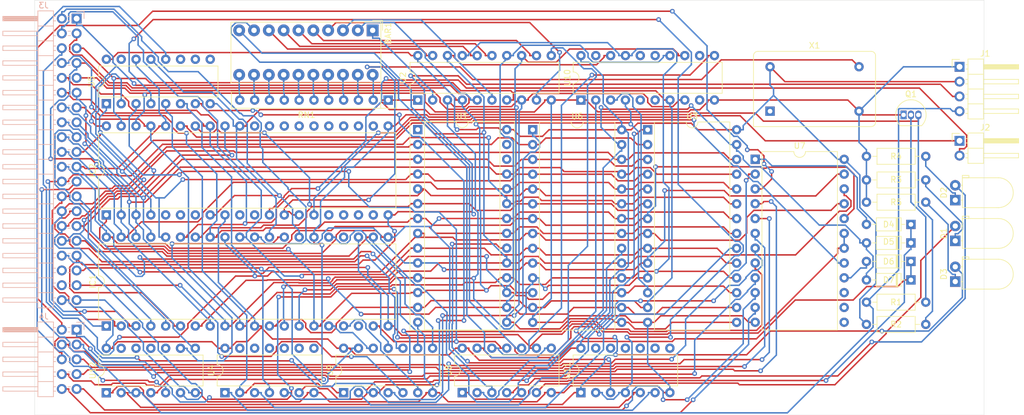
<source format=kicad_pcb>
(kicad_pcb (version 20211014) (generator pcbnew)
  (layers (0 "F.Cu" signal) (31 "B.Cu" signal) (34 "B.Paste" user) (35 "F.Paste" user) (36 "B.SilkS" user "B.Silkscreen") (37 "F.SilkS" user "F.Silkscreen") (38 "B.Mask" user) (39 "F.Mask" user) (44 "Edge.Cuts" user))
  (net 0 "")
  (net 1 "A11")
  (net 2 "RD*")
  (net 3 "A12")
  (net 4 "WR*")
  (net 5 "A13")
  (net 6 "A14")
  (net 7 "A15")
  (net 8 "CLK")
  (net 9 "D4")
  (net 10 "D3")
  (net 11 "D5")
  (net 12 "GND")
  (net 13 "D6")
  (net 14 "A0")
  (net 15 "+5V")
  (net 16 "A1")
  (net 17 "D2")
  (net 18 "A2")
  (net 19 "D7")
  (net 20 "A3")
  (net 21 "D0")
  (net 22 "A4")
  (net 23 "D1")
  (net 24 "A5")
  (net 25 "A6")
  (net 26 "A7")
  (net 27 "A8")
  (net 28 "MREQ*")
  (net 29 "A9")
  (net 30 "IORQ*")
  (net 31 "A10")
  (net 50 "OB LED")
  (net 51 "COMP OPT")
  (net 52 "BANK1 SEL*")
  (net 53 "BANK1 SEL")
  (net 54 "BANK3 SEL*")
  (net 55 "BANK3 SEL")
  (net 56 "ROM*{slash}RAM")
  (net 58 "Net-(BAR1-Pad1)")
  (net 59 "Net-(BAR1-Pad5)")
  (net 60 "Net-(BAR1-Pad2)")
  (net 61 "Net-(BAR1-Pad6)")
  (net 62 "Net-(BAR1-Pad3)")
  (net 63 "Net-(BAR1-Pad7)")
  (net 64 "Net-(BAR1-Pad4)")
  (net 65 "Net-(BAR1-Pad8)")
  (net 66 "MREQ")
  (net 67 "IORQ")
  (net 68 "RD")
  (net 69 "WR")
  (net 70 "TxDA")
  (net 71 "RxDA")
  (net 72 "Net-(Q1-Pad2)")
  (net 73 "RESET*")
  (net 74 "M1*")
  (net 75 "DART SEL*")
  (net 76 "ROM SEL*")
  (net 78 "RESET")
  (net 79 "BANK0 SEL*")
  (net 80 "SCLK")
  (net 82 "RAM SEL*")
  (net 83 "Net-(D2-Pad1)")
  (net 84 "Net-(D1-Pad1)")
  (net 85 "Net-(BAR1-Pad20)")
  (net 86 "Net-(BAR1-Pad19)")
  (net 87 "Net-(BAR1-Pad18)")
  (net 88 "Net-(BAR1-Pad17)")
  (net 89 "Net-(BAR1-Pad16)")
  (net 90 "Net-(BAR1-Pad15)")
  (net 91 "Net-(BAR1-Pad14)")
  (net 92 "Net-(BAR1-Pad13)")
  (net 93 "Net-(BAR1-Pad12)")
  (net 94 "Net-(BAR1-Pad11)")
  (net 95 "COMP OPT*")
  (net 96 "BANK2 SEL*")
  (net 103 "Net-(D3-Pad1)")
  (net 107 "Net-(U3-Pad20)")
  (net 108 "Net-(U4-Pad6)")
  (net 109 "Net-(D4-Pad2)")
  (net 128 "Net-(D4-Pad1)")
  (net 129 "Net-(D6-Pad1)")
  (net 130 "Net-(U11-Pad5)")
  (net 133 "BUSACK*")
  (net 134 "WAIT*")
  (net 135 "BUSRQ*")
  (net 136 "RFSH*")
  (net 137 "INT*")
  (net 138 "NMI*")
  (net 139 "HALT*")
  (net 140 "INTA*")
  (net 141 "INT")
  (net 142 "NMI")
  (net 143 "BUSACK")
  (net 144 "BUSRQ")
  (net 145 "RFSH")
  (net 149 "INTA")
  (net 151 "IO1*")
  (net 152 "IO2*")
  (net 153 "IO3*")
  (net 154 "IO4*")
  (net 155 "IO5*")
  (net 156 "IO6*")
  (net 157 "IO7*")
  (net 158 "IO8*")
  (net 159 "IO9*")
  (net 160 "IO10*")
  (footprint "Package_DIP:DIP-40_W15.24mm" (layer "F.Cu") (at 60.5126 116.835 90)
    (fp_text reference "IC1")
    (fp_text value "Z84C0006")
  )
  (footprint "Package_DIP:DIP-40_W15.24mm" (layer "F.Cu") (at 60.5126 97.785 90)
    (fp_text reference "IC2")
    (fp_text value "Z8470")
  )
  (footprint "Package_DIP:DIP-14_W7.62mm" (layer "F.Cu") (at 80.8276 128.26 90)
    (fp_text reference "U4")
    (fp_text value "74LS08")
  )
  (footprint "Resistor_THT:R_Axial_DIN0207_L6.3mm_D2.5mm_P10.16mm_Horizontal" (layer "F.Cu") (at 200.8426 95.6 180)
    (fp_text reference "R5")
    (fp_text value "1K")
  )
  (footprint "Package_DIP:DIP-14_W7.62mm" (layer "F.Cu") (at 101.1476 128.26 90)
    (fp_text reference "U9")
    (fp_text value "SN74HC14N")
  )
  (footprint "Package_DIP:DIP-28_W15.24mm" (layer "F.Cu") (at 133.5276 83.185)
    (fp_text reference "U6")
    (fp_text value "KM62256CLP")
  )
  (footprint "Package_DIP:DIP-14_W7.62mm" (layer "F.Cu") (at 60.5126 128.27 90)
    (fp_text reference "U12")
    (fp_text value "SN74HC14N")
  )
  (footprint "Resistor_THT:R_Axial_DIN0207_L6.3mm_D2.5mm_P10.16mm_Horizontal" (layer "F.Cu") (at 190.6826 116.555)
    (fp_text reference "R2")
    (fp_text value "1K")
  )
  (footprint "Package_DIP:DIP-20_W7.62mm" (layer "F.Cu") (at 113.8526 78.085 90)
    (fp_text reference "U2")
    (fp_text value "74LS373")
  )
  (footprint "Diode_THT:D_DO-35_SOD27_P7.62mm_Horizontal" (layer "F.Cu") (at 198.3026 108.935 180)
    (fp_text reference "D7")
    (fp_text value "1N914")
  )
  (footprint "Package_DIP:DIP-16_W7.62mm" (layer "F.Cu") (at 60.5226 78.72 90)
    (fp_text reference "U5")
    (fp_text value "74LS139")
  )
  (footprint "Package_DIP:DIP-28_W15.24mm" (layer "F.Cu") (at 153.2126 83.185)
    (fp_text reference "U3")
    (fp_text value "KM62256CLP")
  )
  (footprint "Resistor_THT:R_Axial_DIN0207_L6.3mm_D2.5mm_P10.16mm_Horizontal" (layer "F.Cu") (at 200.8426 91.79 180)
    (fp_text reference "R3")
    (fp_text value "1K")
  )
  (footprint "Connector_PinHeader_2.54mm:PinHeader_1x02_P2.54mm_Horizontal" (layer "F.Cu") (at 206.6276 85.075)
    (fp_text reference "J2")
    (fp_text value "SER0")
  )
  (footprint "Connector_PinHeader_2.54mm:PinHeader_1x04_P2.54mm_Horizontal" (layer "F.Cu") (at 206.6276 72.39)
    (fp_text reference "J1")
    (fp_text value "PWR")
  )
  (footprint "LED_THT:LED_D5.0mm_Horizontal_O1.27mm_Z3.0mm" (layer "F.Cu") (at 205.8926 109.215 90)
    (fp_text reference "D3")
    (fp_text value "B1")
  )
  (footprint "Diode_THT:D_DO-35_SOD27_P7.62mm_Horizontal" (layer "F.Cu") (at 198.3026 105.76 180)
    (fp_text reference "D6")
    (fp_text value "1N914")
  )
  (footprint "Oscillator:Oscillator_DIP-14" (layer "F.Cu") (at 174.1726 80)
    (fp_text reference "X1")
    (fp_text value "CXO_DIP14")
  )
  (footprint "LED_THT:LED_D5.0mm_Horizontal_O1.27mm_Z3.0mm" (layer "F.Cu") (at 205.8926 95.245 90)
    (fp_text reference "D2")
    (fp_text value "RD")
  )
  (footprint "Package_DIP:DIP-14_W7.62mm" (layer "F.Cu") (at 121.4626 128.25 90)
    (fp_text reference "U8")
    (fp_text value "SN74HC14N")
  )
  (footprint "Diode_THT:D_DO-35_SOD27_P7.62mm_Horizontal" (layer "F.Cu") (at 198.3026 99.41 180)
    (fp_text reference "D4")
    (fp_text value "1N914")
  )
  (footprint "Display:HDSP-4850" (layer "F.Cu") (at 106.1201 66.1375 -90)
    (fp_text reference "BAR1")
    (fp_text value "HDSP-4850")
  )
  (footprint "Resistor_THT:R_Axial_DIN0207_L6.3mm_D2.5mm_P10.16mm_Horizontal" (layer "F.Cu") (at 190.6826 112.745)
    (fp_text reference "R1")
    (fp_text value "1K")
  )
  (footprint "Package_DIP:DIP-24_W15.24mm" (layer "F.Cu") (at 171.6276 88.25)
    (fp_text reference "U7")
    (fp_text value "74LS154")
  )
  (footprint "Resistor_THT:R_Axial_DIN0207_L6.3mm_D2.5mm_P10.16mm_Horizontal" (layer "F.Cu") (at 200.8426 87.74 180)
    (fp_text reference "R4")
    (fp_text value "1K")
  )
  (footprint "Package_DIP:DIP-20_W7.62mm" (layer "F.Cu") (at 141.7926 78.085 90)
    (fp_text reference "U10")
    (fp_text value "74LS373")
  )
  (footprint "Package_DIP:DIP-14_W7.62mm" (layer "F.Cu") (at 141.7826 128.25 90)
    (fp_text reference "U11")
    (fp_text value "74LS32")
  )
  (footprint "Diode_THT:D_DO-35_SOD27_P7.62mm_Horizontal" (layer "F.Cu") (at 198.3026 102.585 180)
    (fp_text reference "D5")
    (fp_text value "1N914")
  )
  (footprint "LED_THT:LED_D5.0mm_Horizontal_O1.27mm_Z3.0mm" (layer "F.Cu") (at 205.8926 102.23 90)
    (fp_text reference "D1")
    (fp_text value "WR")
  )
  (footprint "Package_DIP:DIP-28_W15.24mm_Socket" (layer "F.Cu") (at 113.8426 83.16)
    (fp_text reference "U1")
    (fp_text value "AT28C64B-15PU")
  )
  (footprint "Resistor_THT:R_Array_SIP11" (layer "F.Cu") (at 108.7676 78.095 180)
    (fp_text reference "RN1")
    (fp_text value "1K")
  )
  (footprint "Package_TO_SOT_THT:TO-92_Inline" (layer "F.Cu") (at 197.0326 80.635)
    (fp_text reference "Q1")
    (fp_text value "2N3904")
  )
  (footprint "Connector_PinHeader_2.54mm:PinHeader_2x20_P2.54mm_Horizontal" (layer "B.Cu") (at 55.4276 64.125 180)
    (fp_text reference "J3")
    (fp_text value "D/C")
  )
  (footprint "Connector_PinHeader_2.54mm:PinHeader_2x05_P2.54mm_Horizontal" (layer "B.Cu") (at 55.4276 117.465 180)
    (fp_text reference "J4")
    (fp_text value "IO")
  )
  (gr_poly (pts (xy 210.82 132.08) (xy 48.26 132.08) (xy 48.26 60.96) (xy 210.82 60.96)) (layer "Edge.Cuts") (width 0.05) (fill none))
  (segment (start 54.0629 91.6976) (end 54.8708 90.8897) (width 0.25) (layer "F.Cu") (net 1))
  (segment (start 62.5547 91.0742) (end 64.7451 91.0742) (width 0.25) (layer "F.Cu") (net 1))
  (segment (start 131.4427 95.4346) (end 132.1286 94.7487) (width 0.25) (layer "F.Cu") (net 1))
  (segment (start 168.4526 95.885) (end 167.3273 95.885) (width 0.25) (layer "F.Cu") (net 1))
  (segment (start 112.4509 84.5214) (end 125.9881 84.5214) (width 0.25) (layer "F.Cu") (net 1))
  (segment (start 147.0727 95.3154) (end 147.6423 95.885) (width 0.25) (layer "F.Cu") (net 1))
  (segment (start 52.8876 92.065) (end 50.4957 92.065) (width 0.25) (layer "F.Cu") (net 1))
  (segment (start 135.0477 95.3154) (end 147.0727 95.3154) (width 0.25) (layer "F.Cu") (net 1))
  (segment (start 151.8026 94.7597) (end 166.202 94.7597) (width 0.25) (layer "F.Cu") (net 1))
  (segment (start 130.2079 95.86) (end 130.6333 95.4346) (width 0.25) (layer "F.Cu") (net 1))
  (segment (start 129.0826 95.86) (end 130.2079 95.86) (width 0.25) (layer "F.Cu") (net 1))
  (segment (start 148.7676 95.885) (end 147.6423 95.885) (width 0.25) (layer "F.Cu") (net 1))
  (segment (start 166.202 94.7597) (end 167.3273 95.885) (width 0.25) (layer "F.Cu") (net 1))
  (segment (start 150.6773 95.885) (end 151.8026 94.7597) (width 0.25) (layer "F.Cu") (net 1))
  (segment (start 111.2929 85.6794) (end 112.4509 84.5214) (width 0.25) (layer "F.Cu") (net 1))
  (segment (start 62.3702 90.8897) (end 62.5547 91.0742) (width 0.25) (layer "F.Cu") (net 1))
  (segment (start 52.8876 92.065) (end 54.0629 92.065) (width 0.25) (layer "F.Cu") (net 1))
  (segment (start 132.1286 94.7487) (end 134.481 94.7487) (width 0.25) (layer "F.Cu") (net 1))
  (segment (start 134.481 94.7487) (end 135.0477 95.3154) (width 0.25) (layer "F.Cu") (net 1))
  (segment (start 148.7676 95.885) (end 150.6773 95.885) (width 0.25) (layer "F.Cu") (net 1))
  (segment (start 54.0629 92.065) (end 54.0629 91.6976) (width 0.25) (layer "F.Cu") (net 1))
  (segment (start 70.1399 85.6794) (end 111.2929 85.6794) (width 0.25) (layer "F.Cu") (net 1))
  (segment (start 64.7451 91.0742) (end 70.1399 85.6794) (width 0.25) (layer "F.Cu") (net 1))
  (segment (start 54.8708 90.8897) (end 62.3702 90.8897) (width 0.25) (layer "F.Cu") (net 1))
  (segment (start 130.6333 95.4346) (end 131.4427 95.4346) (width 0.25) (layer "F.Cu") (net 1))
  (via (at 50.4957 92.065) (size 0.8) (drill 0.4) (layers "F.Cu" "B.Cu") (net 1))
  (via (at 125.9881 84.5214) (size 0.8) (drill 0.4) (layers "F.Cu" "B.Cu") (net 1))
  (segment (start 58.2545 116.835) (end 56.3776 114.9581) (width 0.25) (layer "B.Cu") (net 1))
  (segment (start 128.8013 94.7347) (end 125.9881 91.9215) (width 0.25) (layer "B.Cu") (net 1))
  (segment (start 125.9881 91.9215) (end 125.9881 84.5214) (width 0.25) (layer "B.Cu") (net 1))
  (segment (start 129.0826 94.7347) (end 128.8013 94.7347) (width 0.25) (layer "B.Cu") (net 1))
  (segment (start 50.771 112.5793) (end 50.771 92.3403) (width 0.25) (layer "B.Cu") (net 1))
  (segment (start 50.771 92.3403) (end 50.4957 92.065) (width 0.25) (layer "B.Cu") (net 1))
  (segment (start 56.3776 114.9581) (end 53.1498 114.9581) (width 0.25) (layer "B.Cu") (net 1))
  (segment (start 59.3873 116.835) (end 58.2545 116.835) (width 0.25) (layer "B.Cu") (net 1))
  (segment (start 129.0826 95.86) (end 129.0826 94.7347) (width 0.25) (layer "B.Cu") (net 1))
  (segment (start 60.5126 116.835) (end 59.3873 116.835) (width 0.25) (layer "B.Cu") (net 1))
  (segment (start 53.1498 114.9581) (end 50.771 112.5793) (width 0.25) (layer "B.Cu") (net 1))
  (segment (start 151.8026 97.2997) (end 166.202 97.2997) (width 0.25) (layer "F.Cu") (net 2))
  (segment (start 129.0826 98.4) (end 130.2079 98.4) (width 0.25) (layer "F.Cu") (net 2))
  (segment (start 107.6473 101.595) (end 107.6473 101.4022) (width 0.25) (layer "F.Cu") (net 2))
  (segment (start 97.4098 104.3901) (end 71.0508 104.3901) (width 0.25) (layer "F.Cu") (net 2))
  (segment (start 62.456 95.0535) (end 62.9064 94.6031) (width 0.25) (layer "F.Cu") (net 2))
  (segment (start 56.7621 99.685) (end 59.2518 97.1953) (width 0.25) (layer "F.Cu") (net 2))
  (segment (start 99.8826 101.246) (end 99.8826 101.9173) (width 0.25) (layer "F.Cu") (net 2))
  (segment (start 148.205 98.425) (end 148.7676 98.425) (width 0.25) (layer "F.Cu") (net 2))
  (segment (start 150.6773 98.425) (end 151.8026 97.2997) (width 0.25) (layer "F.Cu") (net 2))
  (segment (start 56.6029 99.685) (end 56.7621 99.685) (width 0.25) (layer "F.Cu") (net 2))
  (segment (start 59.2518 96.9308) (end 61.1291 95.0535) (width 0.25) (layer "F.Cu") (net 2))
  (segment (start 130.2079 98.4) (end 131.3082 97.2997) (width 0.25) (layer "F.Cu") (net 2))
  (segment (start 131.3082 97.2997) (end 146.517 97.2997) (width 0.25) (layer "F.Cu") (net 2))
  (segment (start 108.7726 101.595) (end 107.6473 101.595) (width 0.25) (layer "F.Cu") (net 2))
  (segment (start 148.205 98.425) (end 147.6423 98.425) (width 0.25) (layer "F.Cu") (net 2))
  (segment (start 66.0792 94.6031) (end 73.148 87.5343) (width 0.25) (layer "F.Cu") (net 2))
  (segment (start 99.8826 101.9173) (end 97.4098 104.3901) (width 0.25) (layer "F.Cu") (net 2))
  (segment (start 148.7676 98.425) (end 150.6773 98.425) (width 0.25) (layer "F.Cu") (net 2))
  (segment (start 146.517 97.2997) (end 147.6423 98.425) (width 0.25) (layer "F.Cu") (net 2))
  (segment (start 166.202 97.2997) (end 167.3273 98.425) (width 0.25) (layer "F.Cu") (net 2))
  (segment (start 106.7148 100.4697) (end 100.6589 100.4697) (width 0.25) (layer "F.Cu") (net 2))
  (segment (start 61.1291 95.0535) (end 62.456 95.0535) (width 0.25) (layer "F.Cu") (net 2))
  (segment (start 59.2518 97.1953) (end 59.2518 96.9308) (width 0.25) (layer "F.Cu") (net 2))
  (segment (start 107.6473 101.4022) (end 106.7148 100.4697) (width 0.25) (layer "F.Cu") (net 2))
  (segment (start 168.4526 98.425) (end 167.3273 98.425) (width 0.25) (layer "F.Cu") (net 2))
  (segment (start 127.9573 98.4) (end 117.4942 98.4) (width 0.25) (layer "F.Cu") (net 2))
  (segment (start 71.0508 104.3901) (end 70.284 103.6233) (width 0.25) (layer "F.Cu") (net 2))
  (segment (start 70.284 103.6233) (end 60.2228 103.6233) (width 0.25) (layer "F.Cu") (net 2))
  (segment (start 73.148 87.5343) (end 82.0302 87.5343) (width 0.25) (layer "F.Cu") (net 2))
  (segment (start 56.6029 100.0034) (end 56.6029 99.685) (width 0.25) (layer "F.Cu") (net 2))
  (segment (start 62.9064 94.6031) (end 66.0792 94.6031) (width 0.25) (layer "F.Cu") (net 2))
  (segment (start 129.0826 98.4) (end 127.9573 98.4) (width 0.25) (layer "F.Cu") (net 2))
  (segment (start 55.4276 99.685) (end 56.6029 99.685) (width 0.25) (layer "F.Cu") (net 2))
  (segment (start 60.2228 103.6233) (end 56.6029 100.0034) (width 0.25) (layer "F.Cu") (net 2))
  (segment (start 100.6589 100.4697) (end 99.8826 101.246) (width 0.25) (layer "F.Cu") (net 2))
  (via (at 82.0302 87.5343) (size 0.8) (drill 0.4) (layers "F.Cu" "B.Cu") (net 2))
  (via (at 117.4942 98.4) (size 0.8) (drill 0.4) (layers "F.Cu" "B.Cu") (net 2))
  (segment (start 119.3315 103.4031) (end 116.1279 100.1995) (width 0.25) (layer "B.Cu") (net 2))
  (segment (start 80.8326 86.3367) (end 80.8326 82.545) (width 0.25) (layer "B.Cu") (net 2))
  (segment (start 116.1279 100.1995) (end 116.1279 99.7663) (width 0.25) (layer "B.Cu") (net 2))
  (segment (start 82.0302 87.5343) (end 80.8326 86.3367) (width 0.25) (layer "B.Cu") (net 2))
  (segment (start 116.1279 99.7663) (end 117.4942 98.4) (width 0.25) (layer "B.Cu") (net 2))
  (segment (start 108.7726 101.595) (end 109.8979 101.595) (width 0.25) (layer "B.Cu") (net 2))
  (segment (start 111.7266 99.7663) (end 116.1279 99.7663) (width 0.25) (layer "B.Cu") (net 2))
  (segment (start 119.3315 116.2741) (end 119.3315 103.4031) (width 0.25) (layer "B.Cu") (net 2))
  (segment (start 119.2471 120.7963) (end 119.2471 116.3585) (width 0.25) (layer "B.Cu") (net 2))
  (segment (start 126.5426 127.1247) (end 125.5755 127.1247) (width 0.25) (layer "B.Cu") (net 2))
  (segment (start 125.5755 127.1247) (end 119.2471 120.7963) (width 0.25) (layer "B.Cu") (net 2))
  (segment (start 119.2471 116.3585) (end 119.3315 116.2741) (width 0.25) (layer "B.Cu") (net 2))
  (segment (start 109.8979 101.595) (end 111.7266 99.7663) (width 0.25) (layer "B.Cu") (net 2))
  (segment (start 126.5426 128.25) (end 126.5426 127.1247) (width 0.25) (layer "B.Cu") (net 2))
  (segment (start 113.28 85.7) (end 113.8426 85.7) (width 0.25) (layer "F.Cu") (net 3))
  (segment (start 61.9273 116.1316) (end 61.9273 116.835) (width 0.25) (layer "F.Cu") (net 3))
  (segment (start 55.0493 93.2512) (end 54.0629 94.2376) (width 0.25) (layer "F.Cu") (net 3))
  (segment (start 127.5899 84.5747) (end 130.0219 84.5747) (width 0.25) (layer "F.Cu") (net 3))
  (segment (start 153.2126 85.725) (end 152.0873 85.725) (width 0.25) (layer "F.Cu") (net 3))
  (segment (start 113.28 85.7) (end 112.7173 85.7) (width 0.25) (layer "F.Cu") (net 3))
  (segment (start 53.4753 94.605) (end 54.0629 94.605) (width 0.25) (layer "F.Cu") (net 3))
  (segment (start 64.1651 92.8019) (end 61.935 92.8019) (width 0.25) (layer "F.Cu") (net 3))
  (segment (start 130.0219 84.5747) (end 131.1722 85.725) (width 0.25) (layer "F.Cu") (net 3))
  (segment (start 151.4526 85.725) (end 152.0873 85.725) (width 0.25) (layer "F.Cu") (net 3))
  (segment (start 70.8373 86.1297) (end 64.1651 92.8019) (width 0.25) (layer "F.Cu") (net 3))
  (segment (start 54.063 111.8117) (end 54.063 112.7068) (width 0.25) (layer "F.Cu") (net 3))
  (segment (start 150.3273 84.5997) (end 151.4526 85.725) (width 0.25) (layer "F.Cu") (net 3))
  (segment (start 112.2876 86.1297) (end 70.8373 86.1297) (width 0.25) (layer "F.Cu") (net 3))
  (segment (start 53.4753 94.605) (end 52.8876 94.605) (width 0.25) (layer "F.Cu") (net 3))
  (segment (start 135.7782 84.5997) (end 150.3273 84.5997) (width 0.25) (layer "F.Cu") (net 3))
  (segment (start 54.063 112.7068) (end 57.0659 115.7097) (width 0.25) (layer "F.Cu") (net 3))
  (segment (start 113.8426 85.7) (end 126.4646 85.7) (width 0.25) (layer "F.Cu") (net 3))
  (segment (start 57.0659 115.7097) (end 61.5054 115.7097) (width 0.25) (layer "F.Cu") (net 3))
  (segment (start 63.0526 116.835) (end 61.9273 116.835) (width 0.25) (layer "F.Cu") (net 3))
  (segment (start 133.5276 85.725) (end 134.6529 85.725) (width 0.25) (layer "F.Cu") (net 3))
  (segment (start 61.5054 115.7097) (end 61.9273 116.1316) (width 0.25) (layer "F.Cu") (net 3))
  (segment (start 52.8876 94.605) (end 52.8876 95.7803) (width 0.25) (layer "F.Cu") (net 3))
  (segment (start 61.4857 93.2512) (end 55.0493 93.2512) (width 0.25) (layer "F.Cu") (net 3))
  (segment (start 52.5113 111.1329) (end 53.3842 111.1329) (width 0.25) (layer "F.Cu") (net 3))
  (segment (start 53.3842 111.1329) (end 54.063 111.8117) (width 0.25) (layer "F.Cu") (net 3))
  (segment (start 134.6529 85.725) (end 135.7782 84.5997) (width 0.25) (layer "F.Cu") (net 3))
  (segment (start 52.8876 95.7803) (end 52.5203 95.7803) (width 0.25) (layer "F.Cu") (net 3))
  (segment (start 131.1722 85.725) (end 133.5276 85.725) (width 0.25) (layer "F.Cu") (net 3))
  (segment (start 52.5203 95.7803) (end 51.2619 97.0387) (width 0.25) (layer "F.Cu") (net 3))
  (segment (start 51.2619 109.8835) (end 52.5113 111.1329) (width 0.25) (layer "F.Cu") (net 3))
  (segment (start 126.4646 85.7) (end 127.5899 84.5747) (width 0.25) (layer "F.Cu") (net 3))
  (segment (start 51.2619 97.0387) (end 51.2619 109.8835) (width 0.25) (layer "F.Cu") (net 3))
  (segment (start 61.935 92.8019) (end 61.4857 93.2512) (width 0.25) (layer "F.Cu") (net 3))
  (segment (start 54.0629 94.2376) (end 54.0629 94.605) (width 0.25) (layer "F.Cu") (net 3))
  (segment (start 112.7173 85.7) (end 112.2876 86.1297) (width 0.25) (layer "F.Cu") (net 3))
  (segment (start 70.0974 104.0736) (end 58.7152 104.0736) (width 0.25) (layer "F.Cu") (net 4))
  (segment (start 70.8647 104.8409) (end 70.0974 104.0736) (width 0.25) (layer "F.Cu") (net 4))
  (segment (start 145.2317 79.3579) (end 145.5344 79.6606) (width 0.25) (layer "F.Cu") (net 4))
  (segment (start 56.8666 102.225) (end 56.6029 102.225) (width 0.25) (layer "F.Cu") (net 4))
  (segment (start 58.7152 104.0736) (end 56.8666 102.225) (width 0.25) (layer "F.Cu") (net 4))
  (segment (start 106.2326 101.595) (end 105.1073 101.595) (width 0.25) (layer "F.Cu") (net 4))
  (segment (start 55.4276 102.225) (end 56.6029 102.225) (width 0.25) (layer "F.Cu") (net 4))
  (segment (start 160.0409 79.6606) (end 160.6669 79.0346) (width 0.25) (layer "F.Cu") (net 4))
  (segment (start 102.0752 104.8409) (end 70.8647 104.8409) (width 0.25) (layer "F.Cu") (net 4))
  (segment (start 105.1073 101.595) (end 105.1073 101.8088) (width 0.25) (layer "F.Cu") (net 4))
  (segment (start 145.5344 79.6606) (end 160.0409 79.6606) (width 0.25) (layer "F.Cu") (net 4))
  (segment (start 105.1073 101.8088) (end 102.0752 104.8409) (width 0.25) (layer "F.Cu") (net 4))
  (via (at 160.6669 79.0346) (size 0.8) (drill 0.4) (layers "F.Cu" "B.Cu") (net 4))
  (via (at 145.2317 79.3579) (size 0.8) (drill 0.4) (layers "F.Cu" "B.Cu") (net 4))
  (segment (start 169.5779 88.273) (end 170.8399 89.535) (width 0.25) (layer "B.Cu") (net 4))
  (segment (start 187.0703 99.5354) (end 189.5573 102.0224) (width 0.25) (layer "B.Cu") (net 4))
  (segment (start 148.7676 85.725) (end 148.7676 86.2876) (width 0.25) (layer "B.Cu") (net 4))
  (segment (start 148.7676 86.2876) (end 145.2317 82.7517) (width 0.25) (layer "B.Cu") (net 4))
  (segment (start 122.588 128.5142) (end 123.9289 129.8551) (width 0.25) (layer "B.Cu") (net 4))
  (segment (start 168.4526 86.8503) (end 168.734 86.8503) (width 0.25) (layer "B.Cu") (net 4))
  (segment (start 170.8399 89.535) (end 172.6091 89.535) (width 0.25) (layer "B.Cu") (net 4))
  (segment (start 191.8079 104.8356) (end 191.8079 106.6844) (width 0.25) (layer "B.Cu") (net 4))
  (segment (start 182.6095 99.5354) (end 187.0703 99.5354) (width 0.25) (layer "B.Cu") (net 4))
  (segment (start 131.6226 128.25) (end 131.06 128.25) (width 0.25) (layer "B.Cu") (net 4))
  (segment (start 118.8531 114.4771) (end 118.8531 115.8903) (width 0.25) (layer "B.Cu") (net 4))
  (segment (start 190.6826 103.7103) (end 191.8079 104.8356) (width 0.25) (layer "B.Cu") (net 4))
  (segment (start 131.06 126.6121) (end 134.0596 123.6125) (width 0.25) (layer "B.Cu") (net 4))
  (segment (start 169.5779 87.6942) (end 169.5779 88.273) (width 0.25) (layer "B.Cu") (net 4))
  (segment (start 167.3273 85.695) (end 167.3273 85.725) (width 0.25) (layer "B.Cu") (net 4))
  (segment (start 122.588 125.3999) (end 122.588 128.5142) (width 0.25) (layer "B.Cu") (net 4))
  (segment (start 145.5919 89.7447) (end 148.4863 86.8503) (width 0.25) (layer "B.Cu") (net 4))
  (segment (start 145.5919 114.1032) (end 145.5919 89.7447) (width 0.25) (layer "B.Cu") (net 4))
  (segment (start 129.4549 129.8551) (end 131.06 128.25) (width 0.25) (layer "B.Cu") (net 4))
  (segment (start 131.06 128.25) (end 131.06 126.6121) (width 0.25) (layer "B.Cu") (net 4))
  (segment (start 106.2326 102.5506) (end 113.512 109.83) (width 0.25) (layer "B.Cu") (net 4))
  (segment (start 106.2326 101.595) (end 106.2326 102.5506) (width 0.25) (layer "B.Cu") (net 4))
  (segment (start 118.8531 115.8903) (end 118.7686 115.9748) (width 0.25) (layer "B.Cu") (net 4))
  (segment (start 168.4526 85.725) (end 168.4526 86.8503) (width 0.25) (layer "B.Cu") (net 4))
  (segment (start 148.4863 86.8503) (end 148.7676 86.8503) (width 0.25) (layer "B.Cu") (net 4))
  (segment (start 189.5573 102.0224) (end 189.5573 102.585) (width 0.25) (layer "B.Cu") (net 4))
  (segment (start 168.734 86.8503) (end 169.5779 87.6942) (width 0.25) (layer "B.Cu") (net 4))
  (segment (start 134.0596 123.6125) (end 136.0826 123.6125) (width 0.25) (layer "B.Cu") (net 4))
  (segment (start 118.7686 115.9748) (end 118.7686 121.5805) (width 0.25) (layer "B.Cu") (net 4))
  (segment (start 123.9289 129.8551) (end 129.4549 129.8551) (width 0.25) (layer "B.Cu") (net 4))
  (segment (start 190.6826 102.585) (end 190.6826 103.7103) (width 0.25) (layer "B.Cu") (net 4))
  (segment (start 118.7686 121.5805) (end 122.588 125.3999) (width 0.25) (layer "B.Cu") (net 4))
  (segment (start 114.206 109.83) (end 118.8531 114.4771) (width 0.25) (layer "B.Cu") (net 4))
  (segment (start 190.6826 102.585) (end 189.5573 102.585) (width 0.25) (layer "B.Cu") (net 4))
  (segment (start 190.6826 108.935) (end 190.6826 107.8097) (width 0.25) (layer "B.Cu") (net 4))
  (segment (start 160.6669 79.0346) (end 167.3273 85.695) (width 0.25) (layer "B.Cu") (net 4))
  (segment (start 145.2317 82.7517) (end 145.2317 79.3579) (width 0.25) (layer "B.Cu") (net 4))
  (segment (start 168.4526 85.725) (end 167.3273 85.725) (width 0.25) (layer "B.Cu") (net 4))
  (segment (start 113.512 109.83) (end 114.206 109.83) (width 0.25) (layer "B.Cu") (net 4))
  (segment (start 148.7676 86.2876) (end 148.7676 86.8503) (width 0.25) (layer "B.Cu") (net 4))
  (segment (start 191.8079 106.6844) (end 190.6826 107.8097) (width 0.25) (layer "B.Cu") (net 4))
  (segment (start 136.0826 123.6125) (end 145.5919 114.1032) (width 0.25) (layer "B.Cu") (net 4))
  (segment (start 172.6091 89.535) (end 182.6095 99.5354) (width 0.25) (layer "B.Cu") (net 4))
  (segment (start 64.4673 116.835) (end 64.4673 116.5537) (width 0.25) (layer "F.Cu") (net 5))
  (segment (start 148.7676 88.265) (end 147.6423 88.265) (width 0.25) (layer "F.Cu") (net 5))
  (segment (start 64.4673 116.5537) (end 62.2434 114.3298) (width 0.25) (layer "F.Cu") (net 5))
  (segment (start 147.6423 88.265) (end 146.4382 87.0609) (width 0.25) (layer "F.Cu") (net 5))
  (segment (start 60.3496 93.7025) (end 58.1771 95.875) (width 0.25) (layer "F.Cu") (net 5))
  (segment (start 62.2434 114.3298) (end 56.7751 114.3298) (width 0.25) (layer "F.Cu") (net 5))
  (segment (start 82.5826 87.0609) (end 82.3307 86.809) (width 0.25) (layer "F.Cu") (net 5))
  (segment (start 168.4526 88.265) (end 167.3273 88.265) (width 0.25) (layer "F.Cu") (net 5))
  (segment (start 70.8664 86.809) (end 64.4232 93.2522) (width 0.25) (layer "F.Cu") (net 5))
  (segment (start 82.3307 86.809) (end 70.8664 86.809) (width 0.25) (layer "F.Cu") (net 5))
  (segment (start 166.202 87.1397) (end 151.0182 87.1397) (width 0.25) (layer "F.Cu") (net 5))
  (segment (start 61.6713 93.7025) (end 60.3496 93.7025) (width 0.25) (layer "F.Cu") (net 5))
  (segment (start 148.7676 88.265) (end 149.8929 88.265) (width 0.25) (layer "F.Cu") (net 5))
  (segment (start 65.5926 116.835) (end 64.4673 116.835) (width 0.25) (layer "F.Cu") (net 5))
  (segment (start 146.4382 87.0609) (end 82.5826 87.0609) (width 0.25) (layer "F.Cu") (net 5))
  (segment (start 62.1216 93.2522) (end 61.6713 93.7025) (width 0.25) (layer "F.Cu") (net 5))
  (segment (start 54.1576 95.875) (end 52.8876 97.145) (width 0.25) (layer "F.Cu") (net 5))
  (segment (start 167.3273 88.265) (end 166.202 87.1397) (width 0.25) (layer "F.Cu") (net 5))
  (segment (start 151.0182 87.1397) (end 149.8929 88.265) (width 0.25) (layer "F.Cu") (net 5))
  (segment (start 58.1771 95.875) (end 54.1576 95.875) (width 0.25) (layer "F.Cu") (net 5))
  (segment (start 64.4232 93.2522) (end 62.1216 93.2522) (width 0.25) (layer "F.Cu") (net 5))
  (via (at 56.7751 114.3298) (size 0.8) (drill 0.4) (layers "F.Cu" "B.Cu") (net 5))
  (segment (start 52.8876 97.145) (end 52.8876 98.3203) (width 0.25) (layer "B.Cu") (net 5))
  (segment (start 53.1584 114.3298) (end 56.7751 114.3298) (width 0.25) (layer "B.Cu") (net 5))
  (segment (start 52.5203 98.3203) (end 51.2213 99.6193) (width 0.25) (layer "B.Cu") (net 5))
  (segment (start 51.2213 99.6193) (end 51.2213 112.3927) (width 0.25) (layer "B.Cu") (net 5))
  (segment (start 52.8876 98.3203) (end 52.5203 98.3203) (width 0.25) (layer "B.Cu") (net 5))
  (segment (start 51.2213 112.3927) (end 53.1584 114.3298) (width 0.25) (layer "B.Cu") (net 5))
  (segment (start 55.003 98.415) (end 54.0629 99.3551) (width 0.25) (layer "F.Cu") (net 6))
  (segment (start 64.9986 93.7025) (end 62.3082 93.7025) (width 0.25) (layer "F.Cu") (net 6))
  (segment (start 56.4001 97.9477) (end 55.9329 98.4149) (width 0.25) (layer "F.Cu") (net 6))
  (segment (start 52.8876 99.685) (end 54.0629 99.685) (width 0.25) (layer "F.Cu") (net 6))
  (segment (start 55.9329 98.415) (end 55.003 98.415) (width 0.25) (layer "F.Cu") (net 6))
  (segment (start 54.0629 99.3551) (end 54.0629 99.685) (width 0.25) (layer "F.Cu") (net 6))
  (segment (start 60.6295 94.1528) (end 56.8346 97.9477) (width 0.25) (layer "F.Cu") (net 6))
  (segment (start 55.9329 98.4149) (end 55.9329 98.415) (width 0.25) (layer "F.Cu") (net 6))
  (segment (start 61.8579 94.1528) (end 60.6295 94.1528) (width 0.25) (layer "F.Cu") (net 6))
  (segment (start 62.3082 93.7025) (end 61.8579 94.1528) (width 0.25) (layer "F.Cu") (net 6))
  (segment (start 56.8346 97.9477) (end 56.4001 97.9477) (width 0.25) (layer "F.Cu") (net 6))
  (segment (start 66.9421 91.759) (end 64.9986 93.7025) (width 0.25) (layer "F.Cu") (net 6))
  (via (at 66.9421 91.759) (size 0.8) (drill 0.4) (layers "F.Cu" "B.Cu") (net 6))
  (segment (start 61.5082 73.619) (end 59.1727 75.9545) (width 0.25) (layer "B.Cu") (net 6))
  (segment (start 55.9179 103.495) (end 68.1326 115.7097) (width 0.25) (layer "B.Cu") (net 6))
  (segment (start 52.5203 100.8603) (end 51.6776 101.703) (width 0.25) (layer "B.Cu") (net 6))
  (segment (start 51.6776 101.703) (end 51.6776 102.7388) (width 0.25) (layer "B.Cu") (net 6))
  (segment (start 52.8876 99.685) (end 52.8876 100.8603) (width 0.25) (layer "B.Cu") (net 6))
  (segment (start 59.1727 75.9545) (end 59.1727 79.9783) (width 0.25) (layer "B.Cu") (net 6))
  (segment (start 62.1022 73.619) (end 61.5082 73.619) (width 0.25) (layer "B.Cu") (net 6))
  (segment (start 63.0626 74.5794) (end 62.1022 73.619) (width 0.25) (layer "B.Cu") (net 6))
  (segment (start 58.7224 83.9165) (end 66.5649 91.759) (width 0.25) (layer "B.Cu") (net 6))
  (segment (start 58.7224 80.4286) (end 58.7224 83.9165) (width 0.25) (layer "B.Cu") (net 6))
  (segment (start 66.5649 91.759) (end 66.9421 91.759) (width 0.25) (layer "B.Cu") (net 6))
  (segment (start 68.1326 116.835) (end 68.1326 115.7097) (width 0.25) (layer "B.Cu") (net 6))
  (segment (start 59.1727 79.9783) (end 58.7224 80.4286) (width 0.25) (layer "B.Cu") (net 6))
  (segment (start 52.8876 100.8603) (end 52.5203 100.8603) (width 0.25) (layer "B.Cu") (net 6))
  (segment (start 51.6776 102.7388) (end 52.4338 103.495) (width 0.25) (layer "B.Cu") (net 6))
  (segment (start 63.0626 78.72) (end 63.0626 74.5794) (width 0.25) (layer "B.Cu") (net 6))
  (segment (start 52.4338 103.495) (end 55.9179 103.495) (width 0.25) (layer "B.Cu") (net 6))
  (segment (start 60.8545 94.6031) (end 56.7846 98.673) (width 0.25) (layer "F.Cu") (net 7))
  (segment (start 68.6484 91.0787) (end 65.5743 94.1528) (width 0.25) (layer "F.Cu") (net 7))
  (segment (start 56.7846 98.673) (end 56.7005 98.673) (width 0.25) (layer "F.Cu") (net 7))
  (segment (start 68.6484 90.1884) (end 68.6484 91.0787) (width 0.25) (layer "F.Cu") (net 7))
  (segment (start 62.4949 94.1528) (end 62.0446 94.6031) (width 0.25) (layer "F.Cu") (net 7))
  (segment (start 62.0446 94.6031) (end 60.8545 94.6031) (width 0.25) (layer "F.Cu") (net 7))
  (segment (start 65.5743 94.1528) (end 62.4949 94.1528) (width 0.25) (layer "F.Cu") (net 7))
  (via (at 56.7005 98.673) (size 0.8) (drill 0.4) (layers "F.Cu" "B.Cu") (net 7))
  (via (at 68.6484 90.1884) (size 0.8) (drill 0.4) (layers "F.Cu" "B.Cu") (net 7))
  (segment (start 54.8897 101.0309) (end 54.0629 101.8577) (width 0.25) (layer "B.Cu") (net 7))
  (segment (start 56.7005 98.673) (end 56.7005 100.3242) (width 0.25) (layer "B.Cu") (net 7))
  (segment (start 64.4307 81.0172) (end 64.4307 85.9707) (width 0.25) (layer "B.Cu") (net 7))
  (segment (start 52.8876 102.225) (end 54.0629 102.225) (width 0.25) (layer "B.Cu") (net 7))
  (segment (start 65.6026 78.72) (end 65.6026 79.8453) (width 0.25) (layer "B.Cu") (net 7))
  (segment (start 70.6726 115.7097) (end 55.9938 101.0309) (width 0.25) (layer "B.Cu") (net 7))
  (segment (start 55.9938 101.0309) (end 54.8897 101.0309) (width 0.25) (layer "B.Cu") (net 7))
  (segment (start 54.0629 101.8577) (end 54.0629 102.225) (width 0.25) (layer "B.Cu") (net 7))
  (segment (start 56.7005 100.3242) (end 55.9938 101.0309) (width 0.25) (layer "B.Cu") (net 7))
  (segment (start 70.6726 116.835) (end 70.6726 115.7097) (width 0.25) (layer "B.Cu") (net 7))
  (segment (start 65.6026 79.8453) (end 64.4307 81.0172) (width 0.25) (layer "B.Cu") (net 7))
  (segment (start 64.4307 85.9707) (end 68.6484 90.1884) (width 0.25) (layer "B.Cu") (net 7))
  (segment (start 123.0135 97.2339) (end 123.4311 97.6515) (width 0.25) (layer "F.Cu") (net 8))
  (segment (start 109.9085 100.6049) (end 109.872 100.5684) (width 0.25) (layer "F.Cu") (net 8))
  (segment (start 56.4265 106.313) (end 103.6822 106.313) (width 0.25) (layer "F.Cu") (net 8))
  (segment (start 55.4276 104.765) (end 55.4276 105.3141) (width 0.25) (layer "F.Cu") (net 8))
  (segment (start 120.7673 73.9334) (end 112.6266 73.9334) (width 0.25) (layer "F.Cu") (net 8))
  (segment (start 122.2143 75.3804) (end 120.7673 73.9334) (width 0.25) (layer "F.Cu") (net 8))
  (segment (start 54.2522 106.7484) (end 54.2522 110.3706) (width 0.25) (layer "F.Cu") (net 8))
  (segment (start 206.6276 77.47) (end 205.4523 77.47) (width 0.25) (layer "F.Cu") (net 8))
  (segment (start 205.4523 77.47) (end 203.3627 75.3804) (width 0.25) (layer "F.Cu") (net 8))
  (segment (start 55.4276 105.3141) (end 56.4265 106.313) (width 0.25) (layer "F.Cu") (net 8))
  (segment (start 106.517 105.5303) (end 109.9085 102.1388) (width 0.25) (layer "F.Cu") (net 8))
  (segment (start 73.2126 116.835) (end 72.0873 116.835) (width 0.25) (layer "F.Cu") (net 8))
  (segment (start 104.4649 105.5303) (end 106.517 105.5303) (width 0.25) (layer "F.Cu") (net 8))
  (segment (start 103.6822 106.313) (end 104.4649 105.5303) (width 0.25) (layer "F.Cu") (net 8))
  (segment (start 109.9085 102.1388) (end 109.9085 100.6049) (width 0.25) (layer "F.Cu") (net 8))
  (segment (start 55.0603 105.9403) (end 54.2522 106.7484) (width 0.25) (layer "F.Cu") (net 8))
  (segment (start 109.8979 97.785) (end 110.449 97.2339) (width 0.25) (layer "F.Cu") (net 8))
  (segment (start 72.0873 116.5537) (end 72.0873 116.835) (width 0.25) (layer "F.Cu") (net 8))
  (segment (start 108.7726 97.785) (end 109.8979 97.785) (width 0.25) (layer "F.Cu") (net 8))
  (segment (start 55.4276 105.9403) (end 55.0603 105.9403) (width 0.25) (layer "F.Cu") (net 8))
  (segment (start 66.6486 111.115) (end 72.0873 116.5537) (width 0.25) (layer "F.Cu") (net 8))
  (segment (start 203.3627 75.3804) (end 122.2143 75.3804) (width 0.25) (layer "F.Cu") (net 8))
  (segment (start 54.9966 111.115) (end 66.6486 111.115) (width 0.25) (layer "F.Cu") (net 8))
  (segment (start 110.449 97.2339) (end 123.0135 97.2339) (width 0.25) (layer "F.Cu") (net 8))
  (segment (start 55.4276 105.3141) (end 55.4276 105.9403) (width 0.25) (layer "F.Cu") (net 8))
  (segment (start 54.2522 110.3706) (end 54.9966 111.115) (width 0.25) (layer "F.Cu") (net 8))
  (via (at 109.872 100.5684) (size 0.8) (drill 0.4) (layers "F.Cu" "B.Cu") (net 8))
  (via (at 112.6266 73.9334) (size 0.8) (drill 0.4) (layers "F.Cu" "B.Cu") (net 8))
  (via (at 123.4311 97.6515) (size 0.8) (drill 0.4) (layers "F.Cu" "B.Cu") (net 8))
  (segment (start 108.7726 97.785) (end 108.7726 99.469) (width 0.25) (layer "B.Cu") (net 8))
  (segment (start 114.978 76.2848) (end 112.6266 73.9334) (width 0.25) (layer "B.Cu") (net 8))
  (segment (start 123.156 89.0546) (end 114.978 80.8766) (width 0.25) (layer "B.Cu") (net 8))
  (segment (start 123.156 97.3764) (end 123.156 89.0546) (width 0.25) (layer "B.Cu") (net 8))
  (segment (start 123.4311 97.6515) (end 123.156 97.3764) (width 0.25) (layer "B.Cu") (net 8))
  (segment (start 108.7726 99.469) (end 109.872 100.5684) (width 0.25) (layer "B.Cu") (net 8))
  (segment (start 114.978 80.8766) (end 114.978 76.2848) (width 0.25) (layer "B.Cu") (net 8))
  (segment (start 129.6453 113.64) (end 129.0826 113.64) (width 0.25) (layer "F.Cu") (net 9))
  (segment (start 139.828 69.3397) (end 157.6034 69.3397) (width 0.25) (layer "F.Cu") (net 9))
  (segment (start 130.7371 79.3917) (end 130.4459 79.6829) (width 0.25) (layer "F.Cu") (net 9))
  (segment (start 114.8043 76.9104) (end 67.3932 76.9104) (width 0.25) (layer "F.Cu") (net 9))
  (segment (start 151.0182 114.7903) (end 154.6226 114.7903) (width 0.25) (layer "F.Cu") (net 9))
  (segment (start 131.6326 70.465) (end 132.7579 71.5903) (width 0.25) (layer "F.Cu") (net 9))
  (segment (start 131.3582 114.7903) (end 130.2079 113.64) (width 0.25) (layer "F.Cu") (net 9))
  (segment (start 139.43 114.7903) (end 131.3582 114.7903) (width 0.25) (layer "F.Cu") (net 9))
  (segment (start 88.0271 108.9934) (end 88.0913 108.9292) (width 0.25) (layer "F.Cu") (net 9))
  (segment (start 130.4459 79.6829) (end 122.772 79.6829) (width 0.25) (layer "F.Cu") (net 9))
  (segment (start 63.687 76.0378) (end 64.5595 76.9103) (width 0.25) (layer "F.Cu") (net 9))
  (segment (start 155.7479 113.665) (end 168.4526 113.665) (width 0.25) (layer "F.Cu") (net 9))
  (segment (start 98.2381 108.9934) (end 98.5131 108.7184) (width 0.25) (layer "F.Cu") (net 9))
  (segment (start 115.0803 78.3828) (end 115.0803 77.1864) (width 0.25) (layer "F.Cu") (net 9))
  (segment (start 60.5989 76.0378) (end 63.687 76.0378) (width 0.25) (layer "F.Cu") (net 9))
  (segment (start 93.6829 108.9934) (end 98.2381 108.9934) (width 0.25) (layer "F.Cu") (net 9))
  (segment (start 55.4276 74.285) (end 58.8461 74.285) (width 0.25) (layer "F.Cu") (net 9))
  (segment (start 129.0826 113.64) (end 116.9072 113.64) (width 0.25) (layer "F.Cu") (net 9))
  (segment (start 129.6453 113.64) (end 130.2079 113.64) (width 0.25) (layer "F.Cu") (net 9))
  (segment (start 76.8779 116.5537) (end 84.4382 108.9934) (width 0.25) (layer "F.Cu") (net 9))
  (segment (start 148.7676 113.665) (end 149.8929 113.665) (width 0.25) (layer "F.Cu") (net 9))
  (segment (start 157.6034 69.3397) (end 158.4473 70.1836) (width 0.25) (layer "F.Cu") (net 9))
  (segment (start 75.7526 116.835) (end 76.8779 116.835) (width 0.25) (layer "F.Cu") (net 9))
  (segment (start 116.8157 80.1182) (end 115.0803 78.3828) (width 0.25) (layer "F.Cu") (net 9))
  (segment (start 137.5774 71.5903) (end 139.828 69.3397) (width 0.25) (layer "F.Cu") (net 9))
  (segment (start 140.5553 113.665) (end 139.43 114.7903) (width 0.25) (layer "F.Cu") (net 9))
  (segment (start 115.7548 114.7924) (end 104.1394 114.7924) (width 0.25) (layer "F.Cu") (net 9))
  (segment (start 158.4473 70.1836) (end 158.4473 70.465) (width 0.25) (layer "F.Cu") (net 9))
  (segment (start 58.8461 74.285) (end 60.5989 76.0378) (width 0.25) (layer "F.Cu") (net 9))
  (segment (start 147.6423 113.665) (end 140.5553 113.665) (width 0.25) (layer "F.Cu") (net 9))
  (segment (start 148.7676 113.665) (end 147.6423 113.665) (width 0.25) (layer "F.Cu") (net 9))
  (segment (start 122.772 79.6829) (end 122.3367 80.1182) (width 0.25) (layer "F.Cu") (net 9))
  (segment (start 84.4382 108.9934) (end 88.0271 108.9934) (width 0.25) (layer "F.Cu") (net 9))
  (segment (start 88.0913 108.9292) (end 93.6187 108.9292) (width 0.25) (layer "F.Cu") (net 9))
  (segment (start 154.6226 114.7903) (end 155.7479 113.665) (width 0.25) (layer "F.Cu") (net 9))
  (segment (start 115.0803 77.1864) (end 114.8043 76.9104) (width 0.25) (layer "F.Cu") (net 9))
  (segment (start 76.8779 116.835) (end 76.8779 116.5537) (width 0.25) (layer "F.Cu") (net 9))
  (segment (start 122.3367 80.1182) (end 116.8157 80.1182) (width 0.25) (layer "F.Cu") (net 9))
  (segment (start 64.5595 76.9103) (end 67.3932 76.9103) (width 0.25) (layer "F.Cu") (net 9))
  (segment (start 149.8929 113.665) (end 151.0182 114.7903) (width 0.25) (layer "F.Cu") (net 9))
  (segment (start 132.7579 71.5903) (end 137.5774 71.5903) (width 0.25) (layer "F.Cu") (net 9))
  (segment (start 67.3932 76.9104) (end 67.1004 77.2032) (width 0.25) (layer "F.Cu") (net 9))
  (segment (start 159.5726 70.465) (end 158.4473 70.465) (width 0.25) (layer "F.Cu") (net 9))
  (segment (start 67.3932 76.9103) (end 67.3932 76.9104) (width 0.25) (layer "F.Cu") (net 9))
  (segment (start 93.6187 108.9292) (end 93.6829 108.9934) (width 0.25) (layer "F.Cu") (net 9))
  (segment (start 116.9072 113.64) (end 115.7548 114.7924) (width 0.25) (layer "F.Cu") (net 9))
  (via (at 130.7371 79.3917) (size 0.8) (drill 0.4) (layers "F.Cu" "B.Cu") (net 9))
  (via (at 104.1394 114.7924) (size 0.8) (drill 0.4) (layers "F.Cu" "B.Cu") (net 9))
  (via (at 67.1004 77.2032) (size 0.8) (drill 0.4) (layers "F.Cu" "B.Cu") (net 9))
  (via (at 98.5131 108.7184) (size 0.8) (drill 0.4) (layers "F.Cu" "B.Cu") (net 9))
  (segment (start 66.9865 77.3171) (end 67.1004 77.2032) (width 0.25) (layer "B.Cu") (net 9))
  (segment (start 130.6583 79.3917) (end 130.7371 79.3917) (width 0.25) (layer "B.Cu") (net 9))
  (segment (start 65.5926 81.4197) (end 66.9865 80.0258) (width 0.25) (layer "B.Cu") (net 9))
  (segment (start 129.0826 112.5147) (end 129.3639 112.5147) (width 0.25) (layer "B.Cu") (net 9))
  (segment (start 66.9865 80.0258) (end 66.9865 77.3171) (width 0.25) (layer "B.Cu") (net 9))
  (segment (start 129.3639 112.5147) (end 130.6583 111.2203) (width 0.25) (layer "B.Cu") (net 9))
  (segment (start 104.1394 114.7924) (end 98.5132 109.1662) (width 0.25) (layer "B.Cu") (net 9))
  (segment (start 131.6326 70.465) (end 131.6326 71.5903) (width 0.25) (layer "B.Cu") (net 9))
  (segment (start 130.5073 72.7156) (end 130.5073 79.2407) (width 0.25) (layer "B.Cu") (net 9))
  (segment (start 98.5132 109.1662) (end 98.5132 108.7184) (width 0.25) (layer "B.Cu") (net 9))
  (segment (start 65.5926 82.545) (end 65.5926 81.4197) (width 0.25) (layer "B.Cu") (net 9))
  (segment (start 130.5073 79.2407) (end 130.6583 79.3917) (width 0.25) (layer "B.Cu") (net 9))
  (segment (start 131.6326 71.5903) (end 130.5073 72.7156) (width 0.25) (layer "B.Cu") (net 9))
  (segment (start 129.0826 113.64) (end 129.0826 112.5147) (width 0.25) (layer "B.Cu") (net 9))
  (segment (start 98.5132 108.7184) (end 98.5131 108.7184) (width 0.25) (layer "B.Cu") (net 9))
  (segment (start 130.6583 111.2203) (end 130.6583 79.3917) (width 0.25) (layer "B.Cu") (net 9))
  (segment (start 151.0182 117.3303) (end 149.8929 116.205) (width 0.25) (layer "F.Cu") (net 10))
  (segment (start 122.1501 79.6679) (end 118.8702 79.6679) (width 0.25) (layer "F.Cu") (net 10))
  (segment (start 122.6004 79.2176) (end 122.1501 79.6679) (width 0.25) (layer "F.Cu") (net 10))
  (segment (start 153.2226 77.7574) (end 153.2226 78.4839) (width 0.25) (layer "F.Cu") (net 10))
  (segment (start 118.8702 79.6679) (end 117.6626 78.4603) (width 0.25) (layer "F.Cu") (net 10))
  (segment (start 153.2226 78.4839) (end 153.949 79.2103) (width 0.25) (layer "F.Cu") (net 10))
  (segment (start 168.4526 116.205) (end 167.3273 116.205) (width 0.25) (layer "F.Cu") (net 10))
  (segment (start 138.1638 117.3303) (end 131.3582 117.3303) (width 0.25) (layer "F.Cu") (net 10))
  (segment (start 132.7579 78.085) (end 132.7579 77.8036) (width 0.25) (layer "F.Cu") (net 10))
  (segment (start 132.1953 78.085) (end 132.7579 78.085) (width 0.25) (layer "F.Cu") (net 10))
  (segment (start 157.5148 79.2103) (end 158.4473 78.2778) (width 0.25) (layer "F.Cu") (net 10))
  (segment (start 167.3273 116.205) (end 157.3834 116.205) (width 0.25) (layer "F.Cu") (net 10))
  (segment (start 57.0143 71.745) (end 55.4276 71.745) (width 0.25) (layer "F.Cu") (net 10))
  (segment (start 156.2581 117.3303) (end 151.0182 117.3303) (width 0.25) (layer "F.Cu") (net 10))
  (segment (start 117.6626 77.7168) (end 116.4058 76.46) (width 0.25) (layer "F.Cu") (net 10))
  (segment (start 131.0181 78.085) (end 129.8856 79.2175) (width 0.25) (layer "F.Cu") (net 10))
  (segment (start 147.0277 115.5904) (end 139.9037 115.5904) (width 0.25) (layer "F.Cu") (net 10))
  (segment (start 129.0826 116.18) (end 130.2079 116.18) (width 0.25) (layer "F.Cu") (net 10))
  (segment (start 158.4473 78.2778) (end 158.4473 78.085) (width 0.25) (layer "F.Cu") (net 10))
  (segment (start 132.1953 78.085) (end 131.6326 78.085) (width 0.25) (layer "F.Cu") (net 10))
  (segment (start 131.3582 117.3303) (end 130.2079 116.18) (width 0.25) (layer "F.Cu") (net 10))
  (segment (start 117.6626 78.4603) (end 117.6626 77.7168) (width 0.25) (layer "F.Cu") (net 10))
  (segment (start 132.7579 77.8036) (end 133.6018 76.9597) (width 0.25) (layer "F.Cu") (net 10))
  (segment (start 116.4058 76.46) (end 64.7461 76.46) (width 0.25) (layer "F.Cu") (net 10))
  (segment (start 129.8856 79.2176) (end 122.6004 79.2176) (width 0.25) (layer "F.Cu") (net 10))
  (segment (start 60.8568 75.5875) (end 57.0143 71.745) (width 0.25) (layer "F.Cu") (net 10))
  (segment (start 57.9001 88.1604) (end 50.9758 88.1604) (width 0.25) (layer "F.Cu") (net 10))
  (segment (start 147.6423 116.205) (end 147.0277 115.5904) (width 0.25) (layer "F.Cu") (net 10))
  (segment (start 64.7461 76.46) (end 63.8736 75.5875) (width 0.25) (layer "F.Cu") (net 10))
  (segment (start 157.3834 116.205) (end 156.2581 117.3303) (width 0.25) (layer "F.Cu") (net 10))
  (segment (start 129.8856 79.2175) (end 129.8856 79.2176) (width 0.25) (layer "F.Cu") (net 10))
  (segment (start 153.949 79.2103) (end 157.5148 79.2103) (width 0.25) (layer "F.Cu") (net 10))
  (segment (start 139.9037 115.5904) (end 138.1638 117.3303) (width 0.25) (layer "F.Cu") (net 10))
  (segment (start 63.8736 75.5875) (end 60.8568 75.5875) (width 0.25) (layer "F.Cu") (net 10))
  (segment (start 148.7676 116.205) (end 149.8929 116.205) (width 0.25) (layer "F.Cu") (net 10))
  (segment (start 152.4249 76.9597) (end 153.2226 77.7574) (width 0.25) (layer "F.Cu") (net 10))
  (segment (start 131.6326 78.085) (end 131.0181 78.085) (width 0.25) (layer "F.Cu") (net 10))
  (segment (start 58.8377 89.098) (end 57.9001 88.1604) (width 0.25) (layer "F.Cu") (net 10))
  (segment (start 133.6018 76.9597) (end 152.4249 76.9597) (width 0.25) (layer "F.Cu") (net 10))
  (segment (start 159.5726 78.085) (end 158.4473 78.085) (width 0.25) (layer "F.Cu") (net 10))
  (segment (start 148.7676 116.205) (end 147.6423 116.205) (width 0.25) (layer "F.Cu") (net 10))
  (via (at 50.9758 88.1604) (size 0.8) (drill 0.4) (layers "F.Cu" "B.Cu") (net 10))
  (via (at 58.8377 89.098) (size 0.8) (drill 0.4) (layers "F.Cu" "B.Cu") (net 10))
  (segment (start 131.6326 79.522) (end 131.6326 79.2103) (width 0.25) (layer "B.Cu") (net 10))
  (segment (start 129.0826 116.18) (end 129.0826 115.0547) (width 0.25) (layer "B.Cu") (net 10))
  (segment (start 54.2523 73.7282) (end 54.2523 77.1613) (width 0.25) (layer "B.Cu") (net 10))
  (segment (start 52.4382 78.095) (end 50.9758 79.5574) (width 0.25) (layer "B.Cu") (net 10))
  (segment (start 53.3186 78.095) (end 52.4382 78.095) (width 0.25) (layer "B.Cu") (net 10))
  (segment (start 55.0602 72.9203) (end 54.2523 73.7282) (width 0.25) (layer "B.Cu") (net 10))
  (segment (start 63.0526 97.785) (end 63.0526 99.0597) (width 0.25) (layer "B.Cu") (net 10))
  (segment (start 63.0526 93.5717) (end 63.0526 97.785) (width 0.25) (layer "B.Cu") (net 10))
  (segment (start 63.0526 99.0597) (end 64.3226 100.3297) (width 0.25) (layer "B.Cu") (net 10))
  (segment (start 55.4276 71.745) (end 55.4276 72.9203) (width 0.25) (layer "B.Cu") (net 10))
  (segment (start 131.1823 79.9723) (end 131.6326 79.522) (width 0.25) (layer "B.Cu") (net 10))
  (segment (start 58.8377 89.098) (end 58.8377 89.3568) (width 0.25) (layer "B.Cu") (net 10))
  (segment (start 50.9758 79.5574) (end 50.9758 88.1604) (width 0.25) (layer "B.Cu") (net 10))
  (segment (start 131.1823 113.1593) (end 131.1823 79.9723) (width 0.25) (layer "B.Cu") (net 10))
  (segment (start 64.3226 100.3297) (end 64.3226 102.0562) (width 0.25) (layer "B.Cu") (net 10))
  (segment (start 129.0826 115.0547) (end 129.2869 115.0547) (width 0.25) (layer "B.Cu") (net 10))
  (segment (start 77.9761 115.7097) (end 78.2926 115.7097) (width 0.25) (layer "B.Cu") (net 10))
  (segment (start 131.6326 78.085) (end 131.6326 79.2103) (width 0.25) (layer "B.Cu") (net 10))
  (segment (start 55.4276 72.9203) (end 55.0602 72.9203) (width 0.25) (layer "B.Cu") (net 10))
  (segment (start 64.3226 102.0562) (end 77.9761 115.7097) (width 0.25) (layer "B.Cu") (net 10))
  (segment (start 129.2869 115.0547) (end 131.1823 113.1593) (width 0.25) (layer "B.Cu") (net 10))
  (segment (start 54.2523 77.1613) (end 53.3186 78.095) (width 0.25) (layer "B.Cu") (net 10))
  (segment (start 58.8377 89.3568) (end 63.0526 93.5717) (width 0.25) (layer "B.Cu") (net 10))
  (segment (start 78.2926 116.835) (end 78.2926 115.7097) (width 0.25) (layer "B.Cu") (net 10))
  (segment (start 129.0826 111.1) (end 130.2079 111.1) (width 0.25) (layer "F.Cu") (net 11))
  (segment (start 112.2806 104.8929) (end 125.6378 104.8929) (width 0.25) (layer "F.Cu") (net 11))
  (segment (start 57.0154 85.3791) (end 56.8134 85.5811) (width 0.25) (layer "F.Cu") (net 11))
  (segment (start 130.7239 111.616) (end 132.2184 111.616) (width 0.25) (layer "F.Cu") (net 11))
  (segment (start 148.7676 111.125) (end 149.8929 111.125) (width 0.25) (layer "F.Cu") (net 11))
  (segment (start 81.9579 116.835) (end 81.9579 116.6222) (width 0.25) (layer "F.Cu") (net 11))
  (segment (start 80.8326 116.835) (end 81.9579 116.835) (width 0.25) (layer "F.Cu") (net 11))
  (segment (start 130.2079 111.1) (end 130.7239 111.616) (width 0.25) (layer "F.Cu") (net 11))
  (segment (start 93.4321 109.3795) (end 93.4963 109.4437) (width 0.25) (layer "F.Cu") (net 11))
  (segment (start 98.8136 109.4437) (end 99.2503 109.007) (width 0.25) (layer "F.Cu") (net 11))
  (segment (start 93.4963 109.4437) (end 98.8136 109.4437) (width 0.25) (layer "F.Cu") (net 11))
  (segment (start 99.6729 108.4559) (end 108.7176 108.4559) (width 0.25) (layer "F.Cu") (net 11))
  (segment (start 81.9579 116.6222) (end 89.2006 109.3795) (width 0.25) (layer "F.Cu") (net 11))
  (segment (start 166.202 109.9997) (end 167.3273 111.125) (width 0.25) (layer "F.Cu") (net 11))
  (segment (start 149.8929 111.125) (end 151.0182 109.9997) (width 0.25) (layer "F.Cu") (net 11))
  (segment (start 136.36 111.125) (end 147.6423 111.125) (width 0.25) (layer "F.Cu") (net 11))
  (segment (start 108.7176 108.4559) (end 112.2806 104.8929) (width 0.25) (layer "F.Cu") (net 11))
  (segment (start 57.0154 80.7482) (end 57.0154 85.3791) (width 0.25) (layer "F.Cu") (net 11))
  (segment (start 99.2503 109.007) (end 99.2503 108.8785) (width 0.25) (layer "F.Cu") (net 11))
  (segment (start 132.8527 112.2503) (end 135.2347 112.2503) (width 0.25) (layer "F.Cu") (net 11))
  (segment (start 89.2006 109.3795) (end 93.4321 109.3795) (width 0.25) (layer "F.Cu") (net 11))
  (segment (start 148.7676 111.125) (end 147.6423 111.125) (width 0.25) (layer "F.Cu") (net 11))
  (segment (start 135.2347 112.2503) (end 136.36 111.125) (width 0.25) (layer "F.Cu") (net 11))
  (segment (start 99.2503 108.8785) (end 99.6729 108.4559) (width 0.25) (layer "F.Cu") (net 11))
  (segment (start 168.4526 111.125) (end 167.3273 111.125) (width 0.25) (layer "F.Cu") (net 11))
  (segment (start 132.2184 111.616) (end 132.8527 112.2503) (width 0.25) (layer "F.Cu") (net 11))
  (segment (start 151.0182 109.9997) (end 166.202 109.9997) (width 0.25) (layer "F.Cu") (net 11))
  (via (at 56.8134 85.5811) (size 0.8) (drill 0.4) (layers "F.Cu" "B.Cu") (net 11))
  (via (at 57.0154 80.7482) (size 0.8) (drill 0.4) (layers "F.Cu" "B.Cu") (net 11))
  (via (at 125.6378 104.8929) (size 0.8) (drill 0.4) (layers "F.Cu" "B.Cu") (net 11))
  (segment (start 65.5926 94.7489) (end 60.0133 89.1696) (width 0.25) (layer "B.Cu") (net 11))
  (segment (start 155.0444 71.6092) (end 143.8504 71.6092) (width 0.25) (layer "B.Cu") (net 11))
  (segment (start 129.0826 111.1) (end 129.0826 110.6316) (width 0.25) (layer "B.Cu") (net 11))
  (segment (start 129.0926 70.465) (end 129.6553 70.465) (width 0.25) (layer "B.Cu") (net 11))
  (segment (start 130.2079 109.1308) (end 129.364 109.9747) (width 0.25) (layer "B.Cu") (net 11))
  (segment (start 130.2179 70.1836) (end 130.2179 70.465) (width 0.25) (layer "B.Cu") (net 11))
  (segment (start 80.6488 115.7097) (end 80.8326 115.7097) (width 0.25) (layer "B.Cu") (net 11))
  (segment (start 129.0826 110.6316) (end 125.6378 107.1868) (width 0.25) (layer "B.Cu") (net 11))
  (segment (start 65.5926 97.785) (end 65.5926 96.6597) (width 0.25) (layer "B.Cu") (net 11))
  (segment (start 60.0133 88.6109) (end 56.9835 85.5811) (width 0.25) (layer "B.Cu") (net 11))
  (segment (start 80.8326 116.835) (end 80.8326 115.7097) (width 0.25) (layer "B.Cu") (net 11))
  (segment (start 66.8626 100.3296) (end 66.8626 101.9235) (width 0.25) (layer "B.Cu") (net 11))
  (segment (start 57.0154 79.2208) (end 57.0154 80.7482) (width 0.25) (layer "B.Cu") (net 11))
  (segment (start 125.6378 107.1868) (end 125.6378 104.8929) (width 0.25) (layer "B.Cu") (net 11))
  (segment (start 155.9073 70.465) (end 155.9073 70.7463) (width 0.25) (layer "B.Cu") (net 11))
  (segment (start 56.9835 85.5811) (end 56.8134 85.5811) (width 0.25) (layer "B.Cu") (net 11))
  (segment (start 65.5926 99.0596) (end 66.8626 100.3296) (width 0.25) (layer "B.Cu") (net 11))
  (segment (start 127.9487 83.6408) (end 128.7379 84.43) (width 0.25) (layer "B.Cu") (net 11))
  (segment (start 143.8504 71.6092) (end 143.0071 70.7659) (width 0.25) (layer "B.Cu") (net 11))
  (segment (start 129.6553 70.465) (end 127.9487 72.1716) (width 0.25) (layer "B.Cu") (net 11))
  (segment (start 129.4729 84.43) (end 130.2079 85.165) (width 0.25) (layer "B.Cu") (net 11))
  (segment (start 55.7949 78.0003) (end 57.0154 79.2208) (width 0.25) (layer "B.Cu") (net 11))
  (segment (start 129.364 109.9747) (end 129.0826 109.9747) (width 0.25) (layer "B.Cu") (net 11))
  (segment (start 130.2079 85.165) (end 130.2079 109.1308) (width 0.25) (layer "B.Cu") (net 11))
  (segment (start 65.5926 97.785) (end 65.5926 99.0596) (width 0.25) (layer "B.Cu") (net 11))
  (segment (start 141.649 68.6946) (end 131.7069 68.6946) (width 0.25) (layer "B.Cu") (net 11))
  (segment (start 129.0826 110.6316) (end 129.0826 109.9747) (width 0.25) (layer "B.Cu") (net 11))
  (segment (start 129.6553 70.465) (end 130.2179 70.465) (width 0.25) (layer "B.Cu") (net 11))
  (segment (start 128.7379 84.43) (end 129.4729 84.43) (width 0.25) (layer "B.Cu") (net 11))
  (segment (start 131.7069 68.6946) (end 130.2179 70.1836) (width 0.25) (layer "B.Cu") (net 11))
  (segment (start 60.0133 89.1696) (end 60.0133 88.6109) (width 0.25) (layer "B.Cu") (net 11))
  (segment (start 55.4276 78.0003) (end 55.7949 78.0003) (width 0.25) (layer "B.Cu") (net 11))
  (segment (start 143.0071 70.7659) (end 143.0071 70.0527) (width 0.25) (layer "B.Cu") (net 11))
  (segment (start 66.8626 101.9235) (end 80.6488 115.7097) (width 0.25) (layer "B.Cu") (net 11))
  (segment (start 65.5926 96.6597) (end 65.5926 94.7489) (width 0.25) (layer "B.Cu") (net 11))
  (segment (start 127.9487 72.1716) (end 127.9487 83.6408) (width 0.25) (layer "B.Cu") (net 11))
  (segment (start 155.9073 70.7463) (end 155.0444 71.6092) (width 0.25) (layer "B.Cu") (net 11))
  (segment (start 143.0071 70.0527) (end 141.649 68.6946) (width 0.25) (layer "B.Cu") (net 11))
  (segment (start 55.4276 76.825) (end 55.4276 78.0003) (width 0.25) (layer "B.Cu") (net 11))
  (segment (start 157.0326 70.465) (end 155.9073 70.465) (width 0.25) (layer "B.Cu") (net 11))
  (segment (start 139.7854 115.0718) (end 138.6522 116.205) (width 0.25) (layer "F.Cu") (net 12))
  (segment (start 153.2126 116.205) (end 150.5298 116.205) (width 0.25) (layer "F.Cu") (net 12))
  (segment (start 115.9396 80.5685) (end 115.1025 79.7314) (width 0.25) (layer "F.Cu") (net 12))
  (segment (start 160.5785 79.7599) (end 162.1338 79.7599) (width 0.25) (layer "F.Cu") (net 12))
  (segment (start 190.0476 80.635) (end 189.4126 80) (width 0.25) (layer "F.Cu") (net 12))
  (segment (start 162.1338 79.7599) (end 163.5273 78.3664) (width 0.25) (layer "F.Cu") (net 12))
  (segment (start 141.7926 78.085) (end 142.9179 78.085) (width 0.25) (layer "F.Cu") (net 12))
  (segment (start 122.5233 80.5685) (end 115.9396 80.5685) (width 0.25) (layer "F.Cu") (net 12))
  (segment (start 86.8073 79.7302) (end 84.4979 82.0396) (width 0.25) (layer "F.Cu") (net 12))
  (segment (start 116.3876 128.26) (end 115.2623 128.26) (width 0.25) (layer "F.Cu") (net 12))
  (segment (start 117.5129 128.26) (end 119.0785 129.8256) (width 0.25) (layer "F.Cu") (net 12))
  (segment (start 106.2885 79.7302) (end 86.8073 79.7302) (width 0.25) (layer "F.Cu") (net 12))
  (segment (start 76.8779 128.8215) (end 77.892 129.8356) (width 0.25) (layer "F.Cu") (net 12))
  (segment (start 160.2275 80.1109) (end 160.5785 79.7599) (width 0.25) (layer "F.Cu") (net 12))
  (segment (start 187.4976 78.085) (end 189.4126 80) (width 0.25) (layer "F.Cu") (net 12))
  (segment (start 107.6423 78.3764) (end 106.2885 79.7302) (width 0.25) (layer "F.Cu") (net 12))
  (segment (start 137.8279 128.25) (end 138.85 128.25) (width 0.25) (layer "F.Cu") (net 12))
  (segment (start 155.8973 128.071) (end 155.8973 128.25) (width 0.25) (layer "F.Cu") (net 12))
  (segment (start 94.9423 128.5414) (end 94.9423 128.26) (width 0.25) (layer "F.Cu") (net 12))
  (segment (start 169.392 115.0797) (end 155.4632 115.0797) (width 0.25) (layer "F.Cu") (net 12))
  (segment (start 119.0785 129.8256) (end 134.2511 129.8256) (width 0.25) (layer "F.Cu") (net 12))
  (segment (start 136.7126 78.085) (end 135.5873 78.085) (width 0.25) (layer "F.Cu") (net 12))
  (segment (start 197.0326 80.635) (end 190.0476 80.635) (width 0.25) (layer "F.Cu") (net 12))
  (segment (start 84.4979 82.0396) (end 84.4979 82.545) (width 0.25) (layer "F.Cu") (net 12))
  (segment (start 116.3876 128.26) (end 117.5129 128.26) (width 0.25) (layer "F.Cu") (net 12))
  (segment (start 136.7026 128.25) (end 137.8279 128.25) (width 0.25) (layer "F.Cu") (net 12))
  (segment (start 140.0115 127.0885) (end 154.9148 127.0885) (width 0.25) (layer "F.Cu") (net 12))
  (segment (start 113.9681 129.8356) (end 98.7685 129.8356) (width 0.25) (layer "F.Cu") (net 12))
  (segment (start 155.4632 115.0797) (end 154.3379 116.205) (width 0.25) (layer "F.Cu") (net 12))
  (segment (start 122.9586 80.1332) (end 122.5233 80.5685) (width 0.25) (layer "F.Cu") (net 12))
  (segment (start 154.9148 127.0885) (end 155.8973 128.071) (width 0.25) (layer "F.Cu") (net 12))
  (segment (start 93.6481 129.8356) (end 94.9423 128.5414) (width 0.25) (layer "F.Cu") (net 12))
  (segment (start 163.5273 78.3664) (end 163.5273 78.085) (width 0.25) (layer "F.Cu") (net 12))
  (segment (start 112.7173 78.095) (end 112.7273 78.085) (width 0.25) (layer "F.Cu") (net 12))
  (segment (start 133.5276 116.205) (end 134.6529 116.205) (width 0.25) (layer "F.Cu") (net 12))
  (segment (start 75.7526 128.27) (end 76.8779 128.27) (width 0.25) (layer "F.Cu") (net 12))
  (segment (start 135.5873 78.3663) (end 133.8204 80.1332) (width 0.25) (layer "F.Cu") (net 12))
  (segment (start 136.7026 128.25) (end 135.5773 128.25) (width 0.25) (layer "F.Cu") (net 12))
  (segment (start 134.2511 129.8256) (end 135.5773 128.4994) (width 0.25) (layer "F.Cu") (net 12))
  (segment (start 170.5023 116.19) (end 169.392 115.0797) (width 0.25) (layer "F.Cu") (net 12))
  (segment (start 149.3966 115.0718) (end 139.7854 115.0718) (width 0.25) (layer "F.Cu") (net 12))
  (segment (start 108.7676 78.095) (end 112.7173 78.095) (width 0.25) (layer "F.Cu") (net 12))
  (segment (start 113.8526 78.085) (end 112.7273 78.085) (width 0.25) (layer "F.Cu") (net 12))
  (segment (start 144.6625 80.1109) (end 160.2275 80.1109) (width 0.25) (layer "F.Cu") (net 12))
  (segment (start 83.3726 82.545) (end 84.4979 82.545) (width 0.25) (layer "F.Cu") (net 12))
  (segment (start 153.2126 116.205) (end 154.3379 116.205) (width 0.25) (layer "F.Cu") (net 12))
  (segment (start 141.7926 78.085) (end 136.7126 78.085) (width 0.25) (layer "F.Cu") (net 12))
  (segment (start 77.892 129.8356) (end 93.6481 129.8356) (width 0.25) (layer "F.Cu") (net 12))
  (segment (start 157.0226 128.25) (end 155.8973 128.25) (width 0.25) (layer "F.Cu") (net 12))
  (segment (start 133.8204 80.1332) (end 122.9586 80.1332) (width 0.25) (layer "F.Cu") (net 12))
  (segment (start 164.6526 78.085) (end 163.5273 78.085) (width 0.25) (layer "F.Cu") (net 12))
  (segment (start 138.6522 116.205) (end 134.6529 116.205) (width 0.25) (layer "F.Cu") (net 12))
  (segment (start 150.5298 116.205) (end 149.3966 115.0718) (width 0.25) (layer "F.Cu") (net 12))
  (segment (start 142.9179 78.085) (end 142.9179 78.3663) (width 0.25) (layer "F.Cu") (net 12))
  (segment (start 115.2623 128.5414) (end 113.9681 129.8356) (width 0.25) (layer "F.Cu") (net 12))
  (segment (start 76.8779 128.27) (end 76.8779 128.8215) (width 0.25) (layer "F.Cu") (net 12))
  (segment (start 96.0676 128.26) (end 97.1929 128.26) (width 0.25) (layer "F.Cu") (net 12))
  (segment (start 96.0676 128.26) (end 94.9423 128.26) (width 0.25) (layer "F.Cu") (net 12))
  (segment (start 138.85 128.25) (end 140.0115 127.0885) (width 0.25) (layer "F.Cu") (net 12))
  (segment (start 164.6526 78.085) (end 187.4976 78.085) (width 0.25) (layer "F.Cu") (net 12))
  (segment (start 108.7676 78.095) (end 107.6423 78.095) (width 0.25) (layer "F.Cu") (net 12))
  (segment (start 171.6276 116.19) (end 170.5023 116.19) (width 0.25) (layer "F.Cu") (net 12))
  (segment (start 135.5773 128.4994) (end 135.5773 128.25) (width 0.25) (layer "F.Cu") (net 12))
  (segment (start 108.9973 79.7314) (end 107.6423 78.3764) (width 0.25) (layer "F.Cu") (net 12))
  (segment (start 115.2623 128.26) (end 115.2623 128.5414) (width 0.25) (layer "F.Cu") (net 12))
  (segment (start 135.5873 78.085) (end 135.5873 78.3663) (width 0.25) (layer "F.Cu") (net 12))
  (segment (start 142.9179 78.3663) (end 144.6625 80.1109) (width 0.25) (layer "F.Cu") (net 12))
  (segment (start 107.6423 78.095) (end 107.6423 78.3764) (width 0.25) (layer "F.Cu") (net 12))
  (segment (start 98.7685 129.8356) (end 97.1929 128.26) (width 0.25) (layer "F.Cu") (net 12))
  (segment (start 115.1025 79.7314) (end 108.9973 79.7314) (width 0.25) (layer "F.Cu") (net 12))
  (segment (start 82.81 82.545) (end 82.2473 82.545) (width 0.25) (layer "B.Cu") (net 12))
  (segment (start 74.6273 127.9886) (end 74.6273 128.27) (width 0.25) (layer "B.Cu") (net 12))
  (segment (start 189.4126 80) (end 189.4126 85.3447) (width 0.25) (layer "B.Cu") (net 12))
  (segment (start 206.6276 72.39) (end 197.0226 72.39) (width 0.25) (layer "B.Cu") (net 12))
  (segment (start 88.4526 101.595) (end 88.4526 100.4697) (width 0.25) (layer "B.Cu") (net 12))
  (segment (start 190.6826 87.74) (end 190.6826 86.6147) (width 0.25) (layer "B.Cu") (net 12))
  (segment (start 133.7576 115.0797) (end 133.5276 115.0797) (width 0.25) (layer "B.Cu") (net 12))
  (segment (start 64.178 116.3184) (end 64.178 117.0223) (width 0.25) (layer "B.Cu") (net 12))
  (segment (start 64.178 117.0223) (end 66.8626 119.7069) (width 0.25) (layer "B.Cu") (net 12))
  (segment (start 55.4276 112.385) (end 60.2446 112.385) (width 0.25) (layer "B.Cu") (net 12))
  (segment (start 189.4126 85.3447) (end 190.6826 86.6147) (width 0.25) (layer "B.Cu") (net 12))
  (segment (start 197.0226 72.39) (end 189.4126 80) (width 0.25) (layer "B.Cu") (net 12))
  (segment (start 190.6826 91.79) (end 190.6826 95.6) (width 0.25) (layer "B.Cu") (net 12))
  (segment (start 82.81 88.1344) (end 89.5779 94.9023) (width 0.25) (layer "B.Cu") (net 12))
  (segment (start 153.2126 123.3147) (end 157.0226 127.1247) (width 0.25) (layer "B.Cu") (net 12))
  (segment (start 73.7834 127.1447) (end 74.6273 127.9886) (width 0.25) (layer "B.Cu") (net 12))
  (segment (start 75.7526 128.27) (end 74.6273 128.27) (width 0.25) (layer "B.Cu") (net 12))
  (segment (start 82.81 82.545) (end 82.81 88.1344) (width 0.25) (layer "B.Cu") (net 12))
  (segment (start 60.2446 112.385) (end 64.178 116.3184) (width 0.25) (layer "B.Cu") (net 12))
  (segment (start 89.5779 99.3444) (end 88.4526 100.4697) (width 0.25) (layer "B.Cu") (net 12))
  (segment (start 73.0109 127.1447) (end 73.7834 127.1447) (width 0.25) (layer "B.Cu") (net 12))
  (segment (start 82.2473 81.5394) (end 79.4279 78.72) (width 0.25) (layer "B.Cu") (net 12))
  (segment (start 114.9961 125.7432) (end 114.9961 118.4588) (width 0.25) (layer "B.Cu") (net 12))
  (segment (start 113.8426 116.18) (end 113.8426 117.3053) (width 0.25) (layer "B.Cu") (net 12))
  (segment (start 153.2126 117.3303) (end 153.2126 123.3147) (width 0.25) (layer "B.Cu") (net 12))
  (segment (start 83.3726 82.545) (end 82.81 82.545) (width 0.25) (layer "B.Cu") (net 12))
  (segment (start 136.7126 79.2103) (end 136.7126 112.1247) (width 0.25) (layer "B.Cu") (net 12))
  (segment (start 133.5276 116.205) (end 133.5276 115.0797) (width 0.25) (layer "B.Cu") (net 12))
  (segment (start 66.8626 120.9964) (end 73.0109 127.1447) (width 0.25) (layer "B.Cu") (net 12))
  (segment (start 136.7126 78.085) (end 136.7126 79.2103) (width 0.25) (layer "B.Cu") (net 12))
  (segment (start 157.0226 128.25) (end 157.0226 127.1247) (width 0.25) (layer "B.Cu") (net 12))
  (segment (start 190.6826 87.74) (end 190.6826 91.79) (width 0.25) (layer "B.Cu") (net 12))
  (segment (start 153.2126 116.205) (end 153.2126 117.3303) (width 0.25) (layer "B.Cu") (net 12))
  (segment (start 114.9961 118.4588) (end 113.8426 117.3053) (width 0.25) (layer "B.Cu") (net 12))
  (segment (start 66.8626 119.7069) (end 66.8626 120.9964) (width 0.25) (layer "B.Cu") (net 12))
  (segment (start 116.3876 127.1347) (end 114.9961 125.7432) (width 0.25) (layer "B.Cu") (net 12))
  (segment (start 78.3026 78.72) (end 79.4279 78.72) (width 0.25) (layer "B.Cu") (net 12))
  (segment (start 116.3876 128.26) (end 116.3876 127.1347) (width 0.25) (layer "B.Cu") (net 12))
  (segment (start 82.2473 82.545) (end 82.2473 81.5394) (width 0.25) (layer "B.Cu") (net 12))
  (segment (start 89.5779 94.9023) (end 89.5779 99.3444) (width 0.25) (layer "B.Cu") (net 12))
  (segment (start 136.7126 112.1247) (end 133.7576 115.0797) (width 0.25) (layer "B.Cu") (net 12))
  (segment (start 154.7062 107.4597) (end 151.8026 107.4597) (width 0.25) (layer "F.Cu") (net 13))
  (segment (start 109.4777 109.778) (end 121.5107 109.778) (width 0.25) (layer "F.Cu") (net 13))
  (segment (start 67.0073 82.2636) (end 67.0073 82.545) (width 0.25) (layer "F.Cu") (net 13))
  (segment (start 89.7556 111.0878) (end 93.9769 111.0878) (width 0.25) (layer "F.Cu") (net 13))
  (segment (start 55.4276 79.365) (end 56.6029 79.365) (width 0.25) (layer "F.Cu") (net 13))
  (segment (start 166.202 107.4597) (end 154.7062 107.4597) (width 0.25) (layer "F.Cu") (net 13))
  (segment (start 66.1156 81.3719) (end 67.0073 82.2636) (width 0.25) (layer "F.Cu") (net 13))
  (segment (start 56.6029 79.365) (end 56.7336 79.365) (width 0.25) (layer "F.Cu") (net 13))
  (segment (start 58.7405 81.3719) (end 66.1156 81.3719) (width 0.25) (layer "F.Cu") (net 13))
  (segment (start 109.2027 110.053) (end 109.4777 109.778) (width 0.25) (layer "F.Cu") (net 13))
  (segment (start 167.3273 108.585) (end 166.202 107.4597) (width 0.25) (layer "F.Cu") (net 13))
  (segment (start 94.2338 111.3447) (end 98.8233 111.3447) (width 0.25) (layer "F.Cu") (net 13))
  (segment (start 148.205 108.585) (end 147.6423 108.585) (width 0.25) (layer "F.Cu") (net 13))
  (segment (start 129.0826 108.56) (end 127.9573 108.56) (width 0.25) (layer "F.Cu") (net 13))
  (segment (start 148.205 108.585) (end 148.7676 108.585) (width 0.25) (layer "F.Cu") (net 13))
  (segment (start 131.3582 109.7103) (end 130.2079 108.56) (width 0.25) (layer "F.Cu") (net 13))
  (segment (start 168.4526 108.585) (end 167.3273 108.585) (width 0.25) (layer "F.Cu") (net 13))
  (segment (start 129.0826 108.56) (end 130.2079 108.56) (width 0.25) (layer "F.Cu") (net 13))
  (segment (start 151.8026 107.4597) (end 150.6773 108.585) (width 0.25) (layer "F.Cu") (net 13))
  (segment (start 121.5107 109.778) (end 121.9177 109.371) (width 0.25) (layer "F.Cu") (net 13))
  (segment (start 136.8485 108.585) (end 135.7232 109.7103) (width 0.25) (layer "F.Cu") (net 13))
  (segment (start 135.7232 109.7103) (end 131.3582 109.7103) (width 0.25) (layer "F.Cu") (net 13))
  (segment (start 98.8233 111.3447) (end 100.115 110.053) (width 0.25) (layer "F.Cu") (net 13))
  (segment (start 127.1463 109.371) (end 127.9573 108.56) (width 0.25) (layer "F.Cu") (net 13))
  (segment (start 147.6423 108.585) (end 136.8485 108.585) (width 0.25) (layer "F.Cu") (net 13))
  (segment (start 100.115 110.053) (end 109.2027 110.053) (width 0.25) (layer "F.Cu") (net 13))
  (segment (start 84.4979 116.3455) (end 89.7556 111.0878) (width 0.25) (layer "F.Cu") (net 13))
  (segment (start 121.9177 109.371) (end 127.1463 109.371) (width 0.25) (layer "F.Cu") (net 13))
  (segment (start 93.9769 111.0878) (end 94.2338 111.3447) (width 0.25) (layer "F.Cu") (net 13))
  (segment (start 83.3726 116.835) (end 84.4979 116.835) (width 0.25) (layer "F.Cu") (net 13))
  (segment (start 84.4979 116.835) (end 84.4979 116.3455) (width 0.25) (layer "F.Cu") (net 13))
  (segment (start 150.6773 108.585) (end 148.7676 108.585) (width 0.25) (layer "F.Cu") (net 13))
  (segment (start 56.7336 79.365) (end 58.7405 81.3719) (width 0.25) (layer "F.Cu") (net 13))
  (segment (start 68.1326 82.545) (end 67.0073 82.545) (width 0.25) (layer "F.Cu") (net 13))
  (via (at 154.7062 107.4597) (size 0.8) (drill 0.4) (layers "F.Cu" "B.Cu") (net 13))
  (segment (start 155.9002 92.1884) (end 156.8638 93.152) (width 0.25) (layer "B.Cu") (net 13))
  (segment (start 155.9002 73.8668) (end 155.9002 92.1884) (width 0.25) (layer "B.Cu") (net 13))
  (segment (start 150.5379 70.465) (end 150.5379 70.1837) (width 0.25) (layer "B.Cu") (net 13))
  (segment (start 148.2873 70.465) (end 148.2873 70.1837) (width 0.25) (layer "B.Cu") (net 13))
  (segment (start 156.8638 105.3021) (end 154.7062 107.4597) (width 0.25) (layer "B.Cu") (net 13))
  (segment (start 157.4682 69.3019) (end 158.203 70.0367) (width 0.25) (layer "B.Cu") (net 13))
  (segment (start 156.8638 93.152) (end 156.8638 105.3021) (width 0.25) (layer "B.Cu") (net 13))
  (segment (start 148.2873 70.1837) (end 146.3457 68.2421) (width 0.25) (layer "B.Cu") (net 13))
  (segment (start 149.4126 70.465) (end 150.5379 70.465) (width 0.25) (layer "B.Cu") (net 13))
  (segment (start 146.3457 68.2421) (end 124.5394 68.2421) (width 0.25) (layer "B.Cu") (net 13))
  (segment (start 124.5394 68.2421) (end 122.527 70.2545) (width 0.25) (layer "B.Cu") (net 13))
  (segment (start 150.5379 70.1837) (end 151.4197 69.3019) (width 0.25) (layer "B.Cu") (net 13))
  (segment (start 121.4726 70.465) (end 122.527 70.465) (width 0.25) (layer "B.Cu") (net 13))
  (segment (start 68.1326 82.545) (end 68.1326 84.9777) (width 0.25) (layer "B.Cu") (net 13))
  (segment (start 158.203 71.564) (end 155.9002 73.8668) (width 0.25) (layer "B.Cu") (net 13))
  (segment (start 149.4126 70.465) (end 148.2873 70.465) (width 0.25) (layer "B.Cu") (net 13))
  (segment (start 151.4197 69.3019) (end 157.4682 69.3019) (width 0.25) (layer "B.Cu") (net 13))
  (segment (start 83.3726 116.835) (end 83.3726 115.7097) (width 0.25) (layer "B.Cu") (net 13))
  (segment (start 122.527 70.2545) (end 122.527 70.465) (width 0.25) (layer "B.Cu") (net 13))
  (segment (start 158.203 70.0367) (end 158.203 71.564) (width 0.25) (layer "B.Cu") (net 13))
  (segment (start 68.1326 84.9777) (end 74.5814 91.4265) (width 0.25) (layer "B.Cu") (net 13))
  (segment (start 74.5814 106.9185) (end 83.3726 115.7097) (width 0.25) (layer "B.Cu") (net 13))
  (segment (start 74.5814 91.4265) (end 74.5814 106.9185) (width 0.25) (layer "B.Cu") (net 13))
  (segment (start 153.2126 106.045) (end 152.0873 106.045) (width 0.25) (layer "F.Cu") (net 14))
  (segment (start 131.277 107.1703) (end 118.3491 107.1703) (width 0.25) (layer "F.Cu") (net 14))
  (segment (start 132.4023 106.045) (end 131.277 107.1703) (width 0.25) (layer "F.Cu") (net 14))
  (segment (start 167.2388 94.5266) (end 166.308 93.5958) (width 0.25) (layer "F.Cu") (net 14))
  (segment (start 166.308 93.5958) (end 156.1261 93.5958) (width 0.25) (layer "F.Cu") (net 14))
  (segment (start 133.5276 106.045) (end 132.4023 106.045) (width 0.25) (layer "F.Cu") (net 14))
  (segment (start 182.0057 94.5266) (end 167.2388 94.5266) (width 0.25) (layer "F.Cu") (net 14))
  (segment (start 152.0873 106.045) (end 150.962 107.1703) (width 0.25) (layer "F.Cu") (net 14))
  (segment (start 134.0903 106.045) (end 134.6529 106.045) (width 0.25) (layer "F.Cu") (net 14))
  (segment (start 134.0903 106.045) (end 133.5276 106.045) (width 0.25) (layer "F.Cu") (net 14))
  (segment (start 135.7782 107.1703) (end 134.6529 106.045) (width 0.25) (layer "F.Cu") (net 14))
  (segment (start 150.962 107.1703) (end 135.7782 107.1703) (width 0.25) (layer "F.Cu") (net 14))
  (segment (start 185.7423 90.79) (end 182.0057 94.5266) (width 0.25) (layer "F.Cu") (net 14))
  (segment (start 186.8676 90.79) (end 185.7423 90.79) (width 0.25) (layer "F.Cu") (net 14))
  (via (at 156.1261 93.5958) (size 0.8) (drill 0.4) (layers "F.Cu" "B.Cu") (net 14))
  (via (at 118.3491 107.1703) (size 0.8) (drill 0.4) (layers "F.Cu" "B.Cu") (net 14))
  (segment (start 83.3732 80.3602) (end 76.228 73.215) (width 0.25) (layer "B.Cu") (net 14))
  (segment (start 87.3078 88.7824) (end 87.3078 86.5036) (width 0.25) (layer "B.Cu") (net 14))
  (segment (start 76.228 73.215) (end 71.1526 73.215) (width 0.25) (layer "B.Cu") (net 14))
  (segment (start 94.6952 101.8456) (end 94.6952 96.3856) (width 0.25) (layer "B.Cu") (net 14))
  (segment (start 87.3078 86.5036) (end 86.8575 86.0533) (width 0.25) (layer "B.Cu") (net 14))
  (segment (start 87.0379 101.8764) (end 87.0379 101.595) (width 0.25) (layer "B.Cu") (net 14))
  (segment (start 98.5654 100.0179) (end 106.2471 100.0179) (width 0.25) (layer "B.Cu") (net 14))
  (segment (start 97.4872 101.0961) (end 98.5654 100.0179) (width 0.25) (layer "B.Cu") (net 14))
  (segment (start 96.6162 102.7203) (end 97.4872 101.8493) (width 0.25) (layer "B.Cu") (net 14))
  (segment (start 107.5026 101.9366) (end 111.586 106.02) (width 0.25) (layer "B.Cu") (net 14))
  (segment (start 69.4126 70.7366) (end 66.5618 67.8858) (width 0.25) (layer "B.Cu") (net 14))
  (segment (start 69.4126 71.475) (end 69.4126 70.7366) (width 0.25) (layer "B.Cu") (net 14))
  (segment (start 106.2471 100.0179) (end 107.5026 101.2734) (width 0.25) (layer "B.Cu") (net 14))
  (segment (start 153.4939 104.9197) (end 153.2126 104.9197) (width 0.25) (layer "B.Cu") (net 14))
  (segment (start 87.0403 82.0463) (end 85.7821 80.7881) (width 0.25) (layer "B.Cu") (net 14))
  (segment (start 97.4872 101.8493) (end 97.4872 101.0961) (width 0.25) (layer "B.Cu") (net 14))
  (segment (start 71.1526 73.215) (end 69.4126 71.475) (width 0.25) (layer "B.Cu") (net 14))
  (segment (start 66.5618 67.8858) (end 66.5618 67.2489) (width 0.25) (layer "B.Cu") (net 14))
  (segment (start 107.5026 101.2734) (end 107.5026 101.9366) (width 0.25) (layer "B.Cu") (net 14))
  (segment (start 87.8818 102.7203) (end 87.0379 101.8764) (width 0.25) (layer "B.Cu") (net 14))
  (segment (start 86.8575 83.3978) (end 87.0403 83.215) (width 0.25) (layer "B.Cu") (net 14))
  (segment (start 53.6929 62.4994) (end 53.2426 62.9497) (width 0.25) (layer "B.Cu") (net 14))
  (segment (start 95.5699 102.7203) (end 96.6162 102.7203) (width 0.25) (layer "B.Cu") (net 14))
  (segment (start 91.6262 93.3166) (end 91.6262 93.1008) (width 0.25) (layer "B.Cu") (net 14))
  (segment (start 86.8575 86.0533) (end 86.8575 83.3978) (width 0.25) (layer "B.Cu") (net 14))
  (segment (start 94.7905 101.9408) (end 94.6952 101.8456) (width 0.25) (layer "B.Cu") (net 14))
  (segment (start 111.586 106.02) (end 113.8426 106.02) (width 0.25) (layer "B.Cu") (net 14))
  (segment (start 113.8426 106.02) (end 117.1988 106.02) (width 0.25) (layer "B.Cu") (net 14))
  (segment (start 117.1988 106.02) (end 118.3491 107.1703) (width 0.25) (layer "B.Cu") (net 14))
  (segment (start 156.1261 93.5958) (end 156.1261 102.2875) (width 0.25) (layer "B.Cu") (net 14))
  (segment (start 153.2126 106.045) (end 153.2126 104.9197) (width 0.25) (layer "B.Cu") (net 14))
  (segment (start 91.6262 93.1008) (end 87.3078 88.7824) (width 0.25) (layer "B.Cu") (net 14))
  (segment (start 83.5537 80.3602) (end 83.3732 80.3602) (width 0.25) (layer "B.Cu") (net 14))
  (segment (start 66.5618 67.2489) (end 61.8123 62.4994) (width 0.25) (layer "B.Cu") (net 14))
  (segment (start 53.2426 62.9497) (end 52.8876 62.9497) (width 0.25) (layer "B.Cu") (net 14))
  (segment (start 83.9816 80.7881) (end 83.5537 80.3602) (width 0.25) (layer "B.Cu") (net 14))
  (segment (start 94.011 102.7203) (end 87.8818 102.7203) (width 0.25) (layer "B.Cu") (net 14))
  (segment (start 61.8123 62.4994) (end 53.6929 62.4994) (width 0.25) (layer "B.Cu") (net 14))
  (segment (start 52.8876 64.125) (end 52.8876 62.9497) (width 0.25) (layer "B.Cu") (net 14))
  (segment (start 85.9126 101.595) (end 87.0379 101.595) (width 0.25) (layer "B.Cu") (net 14))
  (segment (start 85.7821 80.7881) (end 83.9816 80.7881) (width 0.25) (layer "B.Cu") (net 14))
  (segment (start 87.0403 83.215) (end 87.0403 82.0463) (width 0.25) (layer "B.Cu") (net 14))
  (segment (start 94.6952 96.3856) (end 91.6262 93.3166) (width 0.25) (layer "B.Cu") (net 14))
  (segment (start 94.7905 101.9408) (end 94.011 102.7203) (width 0.25) (layer "B.Cu") (net 14))
  (segment (start 156.1261 102.2875) (end 153.4939 104.9197) (width 0.25) (layer "B.Cu") (net 14))
  (segment (start 94.7905 101.9408) (end 95.5699 102.7203) (width 0.25) (layer "B.Cu") (net 14))
  (segment (start 60.5126 120.65) (end 61.6379 120.65) (width 0.25) (layer "F.Cu") (net 15))
  (segment (start 136.3265 83.185) (end 148.7676 83.185) (width 0.25) (layer "F.Cu") (net 15))
  (segment (start 87.0379 116.835) (end 87.0379 117.1164) (width 0.25) (layer "F.Cu") (net 15))
  (segment (start 122.5879 120.9114) (end 124.3783 122.7018) (width 0.25) (layer "F.Cu") (net 15))
  (segment (start 148.7676 83.185) (end 149.8929 83.185) (width 0.25) (layer "F.Cu") (net 15))
  (segment (start 82.7968 119.5147) (end 84.6396 119.5147) (width 0.25) (layer "F.Cu") (net 15))
  (segment (start 131.3583 84.3104) (end 135.2011 84.3104) (width 0.25) (layer "F.Cu") (net 15))
  (segment (start 81.3903 120.64) (end 80.8276 120.64) (width 0.25) (layer "F.Cu") (net 15))
  (segment (start 81.3903 120.64) (end 81.9529 120.64) (width 0.25) (layer "F.Cu") (net 15))
  (segment (start 100.0223 120.64) (end 98.4467 119.0644) (width 0.25) (layer "F.Cu") (net 15))
  (segment (start 150.3843 83.185) (end 149.8929 83.185) (width 0.25) (layer "F.Cu") (net 15))
  (segment (start 138.0292 122.7018) (end 140.101 120.63) (width 0.25) (layer "F.Cu") (net 15))
  (segment (start 121.4626 120.63) (end 120.3373 120.63) (width 0.25) (layer "F.Cu") (net 15))
  (segment (start 129.6453 83.16) (end 129.0826 83.16) (width 0.25) (layer "F.Cu") (net 15))
  (segment (start 81.9529 120.3586) (end 82.7968 119.5147) (width 0.25) (layer "F.Cu") (net 15))
  (segment (start 124.1861 82.8681) (end 123.8942 83.16) (width 0.25) (layer "F.Cu") (net 15))
  (segment (start 141.7826 120.63) (end 140.6573 120.63) (width 0.25) (layer "F.Cu") (net 15))
  (segment (start 103.2218 121.7879) (end 119.1794 121.7879) (width 0.25) (layer "F.Cu") (net 15))
  (segment (start 151.5096 82.0597) (end 150.3843 83.185) (width 0.25) (layer "F.Cu") (net 15))
  (segment (start 161.8008 83.185) (end 160.6755 82.0597) (width 0.25) (layer "F.Cu") (net 15))
  (segment (start 129.6453 83.16) (end 130.2079 83.16) (width 0.25) (layer "F.Cu") (net 15))
  (segment (start 101.1476 120.64) (end 102.2729 120.64) (width 0.25) (layer "F.Cu") (net 15))
  (segment (start 85.9126 116.835) (end 87.0379 116.835) (width 0.25) (layer "F.Cu") (net 15))
  (segment (start 100.585 120.64) (end 101.1476 120.64) (width 0.25) (layer "F.Cu") (net 15))
  (segment (start 129.0826 83.16) (end 127.9573 83.16) (width 0.25) (layer "F.Cu") (net 15))
  (segment (start 123.8942 83.16) (end 120.5765 83.16) (width 0.25) (layer "F.Cu") (net 15))
  (segment (start 135.2011 84.3104) (end 136.3265 83.185) (width 0.25) (layer "F.Cu") (net 15))
  (segment (start 102.2729 120.64) (end 102.2729 120.839) (width 0.25) (layer "F.Cu") (net 15))
  (segment (start 122.5879 120.63) (end 122.5879 120.9114) (width 0.25) (layer "F.Cu") (net 15))
  (segment (start 98.4467 119.0644) (end 88.9859 119.0644) (width 0.25) (layer "F.Cu") (net 15))
  (segment (start 84.6396 119.5147) (end 87.0379 117.1164) (width 0.25) (layer "F.Cu") (net 15))
  (segment (start 60.5226 71.1) (end 61.6479 71.1) (width 0.25) (layer "F.Cu") (net 15))
  (segment (start 61.6479 71.1) (end 61.6479 70.8187) (width 0.25) (layer "F.Cu") (net 15))
  (segment (start 79.7023 120.64) (end 78.587 119.5247) (width 0.25) (layer "F.Cu") (net 15))
  (segment (start 113.8526 70.465) (end 112.7273 70.465) (width 0.25) (layer "F.Cu") (net 15))
  (segment (start 78.587 119.5247) (end 62.4818 119.5247) (width 0.25) (layer "F.Cu") (net 15))
  (segment (start 176.7226 74.93) (end 174.1726 72.38) (width 0.25) (layer "F.Cu") (net 15))
  (segment (start 130.2079 83.16) (end 131.3583 84.3104) (width 0.25) (layer "F.Cu") (net 15))
  (segment (start 62.4818 119.5247) (end 61.6379 120.3686) (width 0.25) (layer "F.Cu") (net 15))
  (segment (start 100.585 120.64) (end 100.0223 120.64) (width 0.25) (layer "F.Cu") (net 15))
  (segment (start 119.1794 121.7879) (end 120.3373 120.63) (width 0.25) (layer "F.Cu") (net 15))
  (segment (start 62.5206 69.946) (end 112.2083 69.946) (width 0.25) (layer "F.Cu") (net 15))
  (segment (start 124.3783 122.7018) (end 138.0292 122.7018) (width 0.25) (layer "F.Cu") (net 15))
  (segment (start 206.6276 74.93) (end 176.7226 74.93) (width 0.25) (layer "F.Cu") (net 15))
  (segment (start 127.9573 83.16) (end 127.6654 82.8681) (width 0.25) (layer "F.Cu") (net 15))
  (segment (start 168.4526 83.185) (end 167.3273 83.185) (width 0.25) (layer "F.Cu") (net 15))
  (segment (start 88.9859 119.0644) (end 87.0379 117.1164) (width 0.25) (layer "F.Cu") (net 15))
  (segment (start 80.8276 120.64) (end 79.7023 120.64) (width 0.25) (layer "F.Cu") (net 15))
  (segment (start 61.6379 120.3686) (end 61.6379 120.65) (width 0.25) (layer "F.Cu") (net 15))
  (segment (start 61.6479 70.8187) (end 62.5206 69.946) (width 0.25) (layer "F.Cu") (net 15))
  (segment (start 81.9529 120.64) (end 81.9529 120.3586) (width 0.25) (layer "F.Cu") (net 15))
  (segment (start 140.101 120.63) (end 140.6573 120.63) (width 0.25) (layer "F.Cu") (net 15))
  (segment (start 102.2729 120.839) (end 103.2218 121.7879) (width 0.25) (layer "F.Cu") (net 15))
  (segment (start 160.6755 82.0597) (end 151.5096 82.0597) (width 0.25) (layer "F.Cu") (net 15))
  (segment (start 127.6654 82.8681) (end 124.1861 82.8681) (width 0.25) (layer "F.Cu") (net 15))
  (segment (start 167.3273 83.185) (end 161.8008 83.185) (width 0.25) (layer "F.Cu") (net 15))
  (segment (start 121.4626 120.63) (end 122.5879 120.63) (width 0.25) (layer "F.Cu") (net 15))
  (segment (start 112.2083 69.946) (end 112.7273 70.465) (width 0.25) (layer "F.Cu") (net 15))
  (via (at 120.5765 83.16) (size 0.8) (drill 0.4) (layers "F.Cu" "B.Cu") (net 15))
  (segment (start 192.307 99.2722) (end 189.5573 96.5225) (width 0.25) (layer "B.Cu") (net 15))
  (segment (start 145.6026 74.0144) (end 143.1785 71.5903) (width 0.25) (layer "B.Cu") (net 15))
  (segment (start 168.4526 83.185) (end 169.5779 83.185) (width 0.25) (layer "B.Cu") (net 15))
  (segment (start 141.7826 119.4591) (end 141.7826 119.5047) (width 0.25) (layer "B.Cu") (net 15))
  (segment (start 192.307 109.5069) (end 192.307 99.2722) (width 0.25) (layer "B.Cu") (net 15))
  (segment (start 174.1726 72.38) (end 174.1726 75.555) (width 0.25) (layer "B.Cu") (net 15))
  (segment (start 189.5538 112.2601) (end 192.307 109.5069) (width 0.25) (layer "B.Cu") (net 15))
  (segment (start 189.5573 90.9397) (end 186.8676 88.25) (width 0.25) (layer "B.Cu") (net 15))
  (segment (start 149.9053 83.76) (end 149.9053 106.5394) (width 0.25) (layer "B.Cu") (net 15))
  (segment (start 141.7826 120.63) (end 141.7826 119.5047) (width 0.25) (layer "B.Cu") (net 15))
  (segment (start 148.7676 82.6223) (end 149.9053 83.76) (width 0.25) (layer "B.Cu") (net 15))
  (segment (start 174.776 77.2836) (end 169.5779 82.4817) (width 0.25) (layer "B.Cu") (net 15))
  (segment (start 186.8676 88.25) (end 185.7423 88.25) (width 0.25) (layer "B.Cu") (net 15))
  (segment (start 174.776 76.1584) (end 174.776 77.2836) (width 0.25) (layer "B.Cu") (net 15))
  (segment (start 60.5126 120.65) (end 60.5126 119.5247) (width 0.25) (layer "B.Cu") (net 15))
  (segment (start 141.7926 70.465) (end 141.7926 71.5903) (width 0.25) (layer "B.Cu") (net 15))
  (segment (start 143.1785 71.5903) (end 141.7926 71.5903) (width 0.25) (layer "B.Cu") (net 15))
  (segment (start 146.7417 114.5) (end 141.7826 119.4591) (width 0.25) (layer "B.Cu") (net 15))
  (segment (start 54.0629 112.7524) (end 54.915 113.6045) (width 0.25) (layer "B.Cu") (net 15))
  (segment (start 190.6826 116.555) (end 189.5538 115.4262) (width 0.25) (layer "B.Cu") (net 15))
  (segment (start 148.7676 82.6223) (end 148.7676 82.0597) (width 0.25) (layer "B.Cu") (net 15))
  (segment (start 79.7073 109.3727) (end 79.7073 100.0356) (width 0.25) (layer "B.Cu") (net 15))
  (segment (start 120.1433 77.5997) (end 120.1433 82.7268) (width 0.25) (layer "B.Cu") (net 15))
  (segment (start 113.8526 71.5903) (end 114.1339 71.5903) (width 0.25) (layer "B.Cu") (net 15))
  (segment (start 85.9126 115.578) (end 79.7073 109.3727) (width 0.25) (layer "B.Cu") (net 15))
  (segment (start 149.9053 106.5394) (end 149.1297 107.315) (width 0.25) (layer "B.Cu") (net 15))
  (segment (start 114.1339 71.5903) (end 120.1433 77.5997) (width 0.25) (layer "B.Cu") (net 15))
  (segment (start 189.5573 96.5225) (end 189.5573 90.9397) (width 0.25) (layer "B.Cu") (net 15))
  (segment (start 174.1726 75.555) (end 174.776 76.1584) (width 0.25) (layer "B.Cu") (net 15))
  (segment (start 185.7423 88.25) (end 174.776 77.2836) (width 0.25) (layer "B.Cu") (net 15))
  (segment (start 113.8526 70.465) (end 113.8526 71.5903) (width 0.25) (layer "B.Cu") (net 15))
  (segment (start 149.1297 107.315) (end 148.3742 107.315) (width 0.25) (layer "B.Cu") (net 15))
  (segment (start 61.638 115.8353) (end 61.638 118.3993) (width 0.25) (layer "B.Cu") (net 15))
  (segment (start 54.0629 112.385) (end 54.0629 112.7524) (width 0.25) (layer "B.Cu") (net 15))
  (segment (start 169.5779 82.4817) (end 169.5779 83.185) (width 0.25) (layer "B.Cu") (net 15))
  (segment (start 148.7676 82.0597) (end 148.7676 81.868) (width 0.25) (layer "B.Cu") (net 15))
  (segment (start 85.9126 116.835) (end 85.9126 115.7097) (width 0.25) (layer "B.Cu") (net 15))
  (segment (start 79.7073 100.0356) (end 80.8326 98.9103) (width 0.25) (layer "B.Cu") (net 15))
  (segment (start 52.8876 112.385) (end 54.0629 112.385) (width 0.25) (layer "B.Cu") (net 15))
  (segment (start 120.1433 82.7268) (end 120.5765 83.16) (width 0.25) (layer "B.Cu") (net 15))
  (segment (start 61.638 118.3993) (end 60.5126 119.5247) (width 0.25) (layer "B.Cu") (net 15))
  (segment (start 80.8326 97.785) (end 80.8326 98.9103) (width 0.25) (layer "B.Cu") (net 15))
  (segment (start 148.7676 83.185) (end 148.7676 82.6223) (width 0.25) (layer "B.Cu") (net 15))
  (segment (start 145.6026 78.703) (end 145.6026 74.0144) (width 0.25) (layer "B.Cu") (net 15))
  (segment (start 146.7417 108.9475) (end 146.7417 114.5) (width 0.25) (layer "B.Cu") (net 15))
  (segment (start 189.5538 115.4262) (end 189.5538 112.2601) (width 0.25) (layer "B.Cu") (net 15))
  (segment (start 85.9126 115.7097) (end 85.9126 115.578) (width 0.25) (layer "B.Cu") (net 15))
  (segment (start 54.915 113.6045) (end 59.4072 113.6045) (width 0.25) (layer "B.Cu") (net 15))
  (segment (start 148.3742 107.315) (end 146.7417 108.9475) (width 0.25) (layer "B.Cu") (net 15))
  (segment (start 59.4072 113.6045) (end 61.638 115.8353) (width 0.25) (layer "B.Cu") (net 15))
  (segment (start 148.7676 81.868) (end 145.6026 78.703) (width 0.25) (layer "B.Cu") (net 15))
  (segment (start 126.397 104.6263) (end 131.281 104.6263) (width 0.25) (layer "F.Cu") (net 16))
  (segment (start 114.0243 103.48) (end 114.9679 103.48) (width 0.25) (layer "F.Cu") (net 16))
  (segment (start 114.9879 103.5) (end 125.2707 103.5) (width 0.25) (layer "F.Cu") (net 16))
  (segment (start 114.9679 103.48) (end 114.9879 103.5) (width 0.25) (layer "F.Cu") (net 16))
  (segment (start 133.5276 103.505) (end 132.4023 103.505) (width 0.25) (layer "F.Cu") (net 16))
  (segment (start 186.0479 97.14) (end 178.5496 104.6383) (width 0.25) (layer "F.Cu") (net 16))
  (segment (start 108.2043 107.993) (end 112.7173 103.48) (width 0.25) (layer "F.Cu") (net 16))
  (segment (start 125.2707 103.5) (end 126.397 104.6263) (width 0.25) (layer "F.Cu") (net 16))
  (segment (start 135.7885 104.6406) (end 150.9517 104.6406) (width 0.25) (layer "F.Cu") (net 16))
  (segment (start 166.2389 104.6383) (end 165.1056 103.505) (width 0.25) (layer "F.Cu") (net 16))
  (segment (start 134.6529 103.505) (end 135.7885 104.6406) (width 0.25) (layer "F.Cu") (net 16))
  (segment (start 114.0243 103.48) (end 113.8426 103.48) (width 0.25) (layer "F.Cu") (net 16))
  (segment (start 187.212 97.14) (end 186.0479 97.14) (width 0.25) (layer "F.Cu") (net 16))
  (segment (start 131.281 104.6263) (end 132.4023 103.505) (width 0.25) (layer "F.Cu") (net 16))
  (segment (start 153.2126 103.505) (end 152.0873 103.505) (width 0.25) (layer "F.Cu") (net 16))
  (segment (start 188.0312 95.3376) (end 188.0312 96.3208) (width 0.25) (layer "F.Cu") (net 16))
  (segment (start 150.9517 104.6406) (end 152.0873 103.505) (width 0.25) (layer "F.Cu") (net 16))
  (segment (start 186.8676 94.4553) (end 187.1489 94.4553) (width 0.25) (layer "F.Cu") (net 16))
  (segment (start 178.5496 104.6383) (end 166.2389 104.6383) (width 0.25) (layer "F.Cu") (net 16))
  (segment (start 113.8426 103.48) (end 112.7173 103.48) (width 0.25) (layer "F.Cu") (net 16))
  (segment (start 93.9833 108.2681) (end 94.2584 107.993) (width 0.25) (layer "F.Cu") (net 16))
  (segment (start 187.1489 94.4553) (end 188.0312 95.3376) (width 0.25) (layer "F.Cu") (net 16))
  (segment (start 94.2584 107.993) (end 108.2043 107.993) (width 0.25) (layer "F.Cu") (net 16))
  (segment (start 133.5276 103.505) (end 134.6529 103.505) (width 0.25) (layer "F.Cu") (net 16))
  (segment (start 188.0312 96.3208) (end 187.212 97.14) (width 0.25) (layer "F.Cu") (net 16))
  (segment (start 165.1056 103.505) (end 153.2126 103.505) (width 0.25) (layer "F.Cu") (net 16))
  (segment (start 186.8676 93.33) (end 186.8676 94.4553) (width 0.25) (layer "F.Cu") (net 16))
  (via (at 93.9833 108.2681) (size 0.8) (drill 0.4) (layers "F.Cu" "B.Cu") (net 16))
  (segment (start 84.4979 100.8464) (end 84.4979 101.595) (width 0.25) (layer "B.Cu") (net 16))
  (segment (start 54.0629 64.6818) (end 54.0629 63.2856) (width 0.25) (layer "B.Cu") (net 16))
  (segment (start 79.5626 81.6153) (end 79.5626 86.0924) (width 0.25) (layer "B.Cu") (net 16))
  (segment (start 52.8876 65.4897) (end 53.255 65.4897) (width 0.25) (layer "B.Cu") (net 16))
  (segment (start 76.1917 77.5053) (end 77.0326 78.3462) (width 0.25) (layer "B.Cu") (net 16))
  (segment (start 72.8901 77.5053) (end 76.1917 77.5053) (width 0.25) (layer "B.Cu") (net 16))
  (segment (start 53.255 65.4897) (end 54.0629 64.6818) (width 0.25) (layer "B.Cu") (net 16))
  (segment (start 83.3726 101.595) (end 84.4979 101.595) (width 0.25) (layer "B.Cu") (net 16))
  (segment (start 54.3988 62.9497) (end 61.6257 62.9497) (width 0.25) (layer "B.Cu") (net 16))
  (segment (start 77.0326 79.0853) (end 79.5626 81.6153) (width 0.25) (layer "B.Cu") (net 16))
  (segment (start 87.0399 93.5697) (end 87.0399 98.3044) (width 0.25) (layer "B.Cu") (net 16))
  (segment (start 87.0399 98.3044) (end 84.4979 100.8464) (width 0.25) (layer "B.Cu") (net 16))
  (segment (start 61.6257 62.9497) (end 65.9522 67.2762) (width 0.25) (layer "B.Cu") (net 16))
  (segment (start 52.8876 66.665) (end 52.8876 65.4897) (width 0.25) (layer "B.Cu") (net 16))
  (segment (start 66.8726 69.5806) (end 66.8726 71.4878) (width 0.25) (layer "B.Cu") (net 16))
  (segment (start 54.0629 63.2856) (end 54.3988 62.9497) (width 0.25) (layer "B.Cu") (net 16))
  (segment (start 66.8726 71.4878) (end 72.8901 77.5053) (width 0.25) (layer "B.Cu") (net 16))
  (segment (start 84.4979 101.7737) (end 90.9923 108.2681) (width 0.25) (layer "B.Cu") (net 16))
  (segment (start 65.9522 68.6602) (end 66.8726 69.5806) (width 0.25) (layer "B.Cu") (net 16))
  (segment (start 65.9522 67.2762) (end 65.9522 68.6602) (width 0.25) (layer "B.Cu") (net 16))
  (segment (start 84.4979 101.595) (end 84.4979 101.7737) (width 0.25) (layer "B.Cu") (net 16))
  (segment (start 77.0326 78.3462) (end 77.0326 79.0853) (width 0.25) (layer "B.Cu") (net 16))
  (segment (start 90.9923 108.2681) (end 93.9833 108.2681) (width 0.25) (layer "B.Cu") (net 16))
  (segment (start 79.5626 86.0924) (end 87.0399 93.5697) (width 0.25) (layer "B.Cu") (net 16))
  (segment (start 130.2179 76.9333) (end 130.2179 78.085) (width 0.25) (layer "F.Cu") (net 17))
  (segment (start 116.1288 112.4791) (end 131.2164 112.4791) (width 0.25) (layer "F.Cu") (net 17))
  (segment (start 94.6579 117.0826) (end 94.6579 116.3688) (width 0.25) (layer "F.Cu") (net 17))
  (segment (start 155.9073 78.085) (end 155.9073 77.8037) (width 0.25) (layer "F.Cu") (net 17))
  (segment (start 130.6418 76.5094) (end 130.2179 76.9333) (width 0.25) (layer "F.Cu") (net 17))
  (segment (start 88.4526 116.835) (end 89.5779 116.835) (width 0.25) (layer "F.Cu") (net 17))
  (segment (start 136.7215 112.5255) (end 135.582 113.665) (width 0.25) (layer "F.Cu") (net 17))
  (segment (start 132.965 113.665) (end 132.4023 113.665) (width 0.25) (layer "F.Cu") (net 17))
  (segment (start 119.8357 75.1091) (end 67.9603 75.1091) (width 0.25) (layer "F.Cu") (net 17))
  (segment (start 114.4053 113.64) (end 113.8426 113.64) (width 0.25) (layer "F.Cu") (net 17))
  (segment (start 131.2164 112.4791) (end 132.4023 113.665) (width 0.25) (layer "F.Cu") (net 17))
  (segment (start 130.2179 76.9333) (end 129.7676 76.483) (width 0.25) (layer "F.Cu") (net 17))
  (segment (start 95.5356 117.9603) (end 94.6579 117.0826) (width 0.25) (layer "F.Cu") (net 17))
  (segment (start 150.9478 112.5255) (end 136.7215 112.5255) (width 0.25) (layer "F.Cu") (net 17))
  (segment (start 99.0849 117.9603) (end 95.5356 117.9603) (width 0.25) (layer "F.Cu") (net 17))
  (segment (start 67.9603 75.1091) (end 67.2397 74.3885) (width 0.25) (layer "F.Cu") (net 17))
  (segment (start 135.582 113.665) (end 133.5276 113.665) (width 0.25) (layer "F.Cu") (net 17))
  (segment (start 94.6579 116.3688) (end 93.9988 115.7097) (width 0.25) (layer "F.Cu") (net 17))
  (segment (start 93.9988 115.7097) (end 90.5264 115.7097) (width 0.25) (layer "F.Cu") (net 17))
  (segment (start 113.8426 113.64) (end 102.6786 113.64) (width 0.25) (layer "F.Cu") (net 17))
  (segment (start 55.4276 69.205) (end 56.6029 69.205) (width 0.25) (layer "F.Cu") (net 17))
  (segment (start 154.613 76.5094) (end 130.6418 76.5094) (width 0.25) (layer "F.Cu") (net 17))
  (segment (start 152.0873 113.665) (end 150.9478 112.5255) (width 0.25) (layer "F.Cu") (net 17))
  (segment (start 61.7864 74.3885) (end 56.6029 69.205) (width 0.25) (layer "F.Cu") (net 17))
  (segment (start 153.2126 113.665) (end 152.0873 113.665) (width 0.25) (layer "F.Cu") (net 17))
  (segment (start 129.7676 76.483) (end 121.2096 76.483) (width 0.25) (layer "F.Cu") (net 17))
  (segment (start 99.8826 117.1626) (end 99.0849 117.9603) (width 0.25) (layer "F.Cu") (net 17))
  (segment (start 99.8826 116.436) (end 99.8826 117.1626) (width 0.25) (layer "F.Cu") (net 17))
  (segment (start 89.5779 116.6582) (end 89.5779 116.835) (width 0.25) (layer "F.Cu") (net 17))
  (segment (start 90.5264 115.7097) (end 89.5779 116.6582) (width 0.25) (layer "F.Cu") (net 17))
  (segment (start 121.2096 76.483) (end 119.8357 75.1091) (width 0.25) (layer "F.Cu") (net 17))
  (segment (start 114.4053 113.64) (end 114.9679 113.64) (width 0.25) (layer "F.Cu") (net 17))
  (segment (start 132.965 113.665) (end 133.5276 113.665) (width 0.25) (layer "F.Cu") (net 17))
  (segment (start 157.0326 78.085) (end 155.9073 78.085) (width 0.25) (layer "F.Cu") (net 17))
  (segment (start 102.6786 113.64) (end 99.8826 116.436) (width 0.25) (layer "F.Cu") (net 17))
  (segment (start 129.0926 78.085) (end 130.2179 78.085) (width 0.25) (layer "F.Cu") (net 17))
  (segment (start 155.9073 77.8037) (end 154.613 76.5094) (width 0.25) (layer "F.Cu") (net 17))
  (segment (start 67.2397 74.3885) (end 61.7864 74.3885) (width 0.25) (layer "F.Cu") (net 17))
  (segment (start 114.9679 113.64) (end 116.1288 112.4791) (width 0.25) (layer "F.Cu") (net 17))
  (via (at 61.7864 74.3885) (size 0.8) (drill 0.4) (layers "F.Cu" "B.Cu") (net 17))
  (segment (start 61.7865 74.3885) (end 61.7864 74.3885) (width 0.25) (layer "B.Cu") (net 17))
  (segment (start 157.3703 108.5863) (end 157.3703 79.548) (width 0.25) (layer "B.Cu") (net 17))
  (segment (start 61.7865 80.1536) (end 61.7865 74.3885) (width 0.25) (layer "B.Cu") (net 17))
  (segment (start 63.0526 81.4197) (end 61.7865 80.1536) (width 0.25) (layer "B.Cu") (net 17))
  (segment (start 153.4169 112.5397) (end 157.3703 108.5863) (width 0.25) (layer "B.Cu") (net 17))
  (segment (start 157.3703 79.548) (end 157.0326 79.2103) (width 0.25) (layer "B.Cu") (net 17))
  (segment (start 153.2126 113.665) (end 153.2126 112.5397) (width 0.25) (layer "B.Cu") (net 17))
  (segment (start 157.0326 78.085) (end 157.0326 79.2103) (width 0.25) (layer "B.Cu") (net 17))
  (segment (start 153.2126 112.5397) (end 153.4169 112.5397) (width 0.25) (layer "B.Cu") (net 17))
  (segment (start 63.0526 82.545) (end 63.0526 81.4197) (width 0.25) (layer "B.Cu") (net 17))
  (segment (start 132.4023 100.965) (end 131.2979 102.0694) (width 0.25) (layer "F.Cu") (net 18))
  (segment (start 153.7753 100.965) (end 154.3379 100.965) (width 0.25) (layer "F.Cu") (net 18))
  (segment (start 88.8409 107.5427) (end 107.4637 107.5427) (width 0.25) (layer "F.Cu") (net 18))
  (segment (start 74.4826 116.436) (end 82.6505 108.2681) (width 0.25) (layer "F.Cu") (net 18))
  (segment (start 88.1155 108.2681) (end 88.8409 107.5427) (width 0.25) (layer "F.Cu") (net 18))
  (segment (start 120.2942 102.0694) (end 119.8439 101.6191) (width 0.25) (layer "F.Cu") (net 18))
  (segment (start 155.4942 102.1213) (end 168.9552 102.1213) (width 0.25) (layer "F.Cu") (net 18))
  (segment (start 170.1772 100.8993) (end 170.1772 98.2217) (width 0.25) (layer "F.Cu") (net 18))
  (segment (start 113.3873 101.6191) (end 114.9679 101.6191) (width 0.25) (layer "F.Cu") (net 18))
  (segment (start 132.965 100.965) (end 132.4023 100.965) (width 0.25) (layer "F.Cu") (net 18))
  (segment (start 74.4826 117.1625) (end 74.4826 116.436) (width 0.25) (layer "F.Cu") (net 18))
  (segment (start 135.7782 102.0903) (end 134.6529 100.965) (width 0.25) (layer "F.Cu") (net 18))
  (segment (start 154.3379 100.965) (end 155.4942 102.1213) (width 0.25) (layer "F.Cu") (net 18))
  (segment (start 152.0873 100.965) (end 150.962 102.0903) (width 0.25) (layer "F.Cu") (net 18))
  (segment (start 114.9679 100.94) (end 114.9679 101.6191) (width 0.25) (layer "F.Cu") (net 18))
  (segment (start 186.8676 95.87) (end 185.7423 95.87) (width 0.25) (layer "F.Cu") (net 18))
  (segment (start 85.9409 108.2681) (end 88.1155 108.2681) (width 0.25) (layer "F.Cu") (net 18))
  (segment (start 113.8426 100.94) (end 114.9679 100.94) (width 0.25) (layer "F.Cu") (net 18))
  (segment (start 133.5276 100.965) (end 134.6529 100.965) (width 0.25) (layer "F.Cu") (net 18))
  (segment (start 168.9552 102.1213) (end 170.1772 100.8993) (width 0.25) (layer "F.Cu") (net 18))
  (segment (start 132.965 100.965) (end 133.5276 100.965) (width 0.25) (layer "F.Cu") (net 18))
  (segment (start 170.1772 98.2217) (end 171.4036 96.9953) (width 0.25) (layer "F.Cu") (net 18))
  (segment (start 184.617 96.9953) (end 185.7423 95.87) (width 0.25) (layer "F.Cu") (net 18))
  (segment (start 62.7713 118.7425) (end 72.9026 118.7425) (width 0.25) (layer "F.Cu") (net 18))
  (segment (start 153.2126 100.965) (end 152.0873 100.965) (width 0.25) (layer "F.Cu") (net 18))
  (segment (start 107.4637 107.5427) (end 113.3873 101.6191) (width 0.25) (layer "F.Cu") (net 18))
  (segment (start 150.962 102.0903) (end 135.7782 102.0903) (width 0.25) (layer "F.Cu") (net 18))
  (segment (start 171.4036 96.9953) (end 184.617 96.9953) (width 0.25) (layer "F.Cu") (net 18))
  (segment (start 131.2979 102.0694) (end 120.2942 102.0694) (width 0.25) (layer "F.Cu") (net 18))
  (segment (start 153.7753 100.965) (end 153.2126 100.965) (width 0.25) (layer "F.Cu") (net 18))
  (segment (start 72.9026 118.7425) (end 74.4826 117.1625) (width 0.25) (layer "F.Cu") (net 18))
  (segment (start 119.8439 101.6191) (end 114.9679 101.6191) (width 0.25) (layer "F.Cu") (net 18))
  (segment (start 82.6505 108.2681) (end 85.9409 108.2681) (width 0.25) (layer "F.Cu") (net 18))
  (via (at 62.7713 118.7425) (size 0.8) (drill 0.4) (layers "F.Cu" "B.Cu") (net 18))
  (via (at 85.9409 108.2681) (size 0.8) (drill 0.4) (layers "F.Cu" "B.Cu") (net 18))
  (segment (start 58.9717 120.7576) (end 58.9717 118.8312) (width 0.25) (layer "B.Cu") (net 18))
  (segment (start 62.7713 118.7425) (end 61.7826 119.7312) (width 0.25) (layer "B.Cu") (net 18))
  (segment (start 53.0437 115.5034) (end 50.2548 112.7145) (width 0.25) (layer "B.Cu") (net 18))
  (segment (start 61.7826 119.7312) (end 61.7826 121.0184) (width 0.25) (layer "B.Cu") (net 18))
  (segment (start 52.5203 70.3803) (end 52.8876 70.3803) (width 0.25) (layer "B.Cu") (net 18))
  (segment (start 50.2548 93.1138) (end 49.7341 92.5931) (width 0.25) (layer "B.Cu") (net 18))
  (segment (start 61.7826 121.0184) (end 60.9987 121.8023) (width 0.25) (layer "B.Cu") (net 18))
  (segment (start 55.6439 115.5034) (end 53.0437 115.5034) (width 0.25) (layer "B.Cu") (net 18))
  (segment (start 49.7341 92.5931) (end 49.7341 73.1665) (width 0.25) (layer "B.Cu") (net 18))
  (segment (start 52.8876 69.205) (end 52.8876 70.3803) (width 0.25) (layer "B.Cu") (net 18))
  (segment (start 60.9987 121.8023) (end 60.0164 121.8023) (width 0.25) (layer "B.Cu") (net 18))
  (segment (start 50.2548 112.7145) (end 50.2548 93.1138) (width 0.25) (layer "B.Cu") (net 18))
  (segment (start 80.8326 102.7203) (end 85.9409 107.8286) (width 0.25) (layer "B.Cu") (net 18))
  (segment (start 58.9717 118.8312) (end 55.6439 115.5034) (width 0.25) (layer "B.Cu") (net 18))
  (segment (start 80.8326 101.595) (end 80.8326 102.7203) (width 0.25) (layer "B.Cu") (net 18))
  (segment (start 60.0164 121.8023) (end 58.9717 120.7576) (width 0.25) (layer "B.Cu") (net 18))
  (segment (start 49.7341 73.1665) (end 52.5203 70.3803) (width 0.25) (layer "B.Cu") (net 18))
  (segment (start 85.9409 107.8286) (end 85.9409 108.2681) (width 0.25) (layer "B.Cu") (net 18))
  (segment (start 109.9244 85.004) (end 68.5692 85.004) (width 0.25) (layer "F.Cu") (net 19))
  (segment (start 91.0803 109.894) (end 99.0002 109.894) (width 0.25) (layer "F.Cu") (net 19))
  (segment (start 151.4666 104.9197) (end 150.3413 106.045) (width 0.25) (layer "F.Cu") (net 19))
  (segment (start 150.3413 106.045) (end 149.8929 106.045) (width 0.25) (layer "F.Cu") (net 19))
  (segment (start 121.3522 72.0406) (end 144.4531 72.0406) (width 0.25) (layer "F.Cu") (net 19))
  (segment (start 118.9326 70.465) (end 120.0579 70.465) (width 0.25) (layer "F.Cu") (net 19))
  (segment (start 135.6173 106.045) (end 148.7676 106.045) (width 0.25) (layer "F.Cu") (net 19))
  (segment (start 110.5598 107.4221) (end 116.063 107.4221) (width 0.25) (layer "F.Cu") (net 19))
  (segment (start 166.6904 106.045) (end 165.5651 104.9197) (width 0.25) (layer "F.Cu") (net 19))
  (segment (start 124.94 83.8854) (end 116.7088 83.8854) (width 0.25) (layer "F.Cu") (net 19))
  (segment (start 167.3273 106.045) (end 166.6904 106.045) (width 0.25) (layer "F.Cu") (net 19))
  (segment (start 99.9878 108.9063) (end 109.0756 108.9063) (width 0.25) (layer "F.Cu") (net 19))
  (segment (start 129.6453 106.02) (end 129.0826 106.02) (width 0.25) (layer "F.Cu") (net 19))
  (segment (start 129.6453 106.02) (end 130.2079 106.02) (width 0.25) (layer "F.Cu") (net 19))
  (segment (start 114.8553 82.0319) (end 112.8965 82.0319) (width 0.25) (layer "F.Cu") (net 19))
  (segment (start 130.2079 106.02) (end 131.068 106.02) (width 0.25) (layer "F.Cu") (net 19))
  (segment (start 146.8726 70.465) (end 145.7473 70.465) (width 0.25) (layer "F.Cu") (net 19))
  (segment (start 132.1792 104.9088) (end 134.4811 104.9088) (width 0.25) (layer "F.Cu") (net 19))
  (segment (start 134.4811 104.9088) (end 135.6173 106.045) (width 0.25) (layer "F.Cu") (net 19))
  (segment (start 116.063 107.4221) (end 117.4651 106.02) (width 0.25) (layer "F.Cu") (net 19))
  (segment (start 144.4531 72.0406) (end 145.7473 70.7464) (width 0.25) (layer "F.Cu") (net 19))
  (segment (start 99.9878 108.9064) (end 99.9878 108.9063) (width 0.25) (layer "F.Cu") (net 19))
  (segment (start 120.0579 70.7463) (end 121.3522 72.0406) (width 0.25) (layer "F.Cu") (net 19))
  (segment (start 129.0826 106.02) (end 127.9573 106.02) (width 0.25) (layer "F.Cu") (net 19))
  (segment (start 109.0756 108.9063) (end 110.5598 107.4221) (width 0.25) (layer "F.Cu") (net 19))
  (segment (start 90.8598 110.1145) (end 91.0803 109.894) (width 0.25) (layer "F.Cu") (net 19))
  (segment (start 125.1803 83.6451) (end 124.94 83.8854) (width 0.25) (layer "F.Cu") (net 19))
  (segment (start 68.5692 85.004) (end 63.2342 90.339) (width 0.25) (layer "F.Cu") (net 19))
  (segment (start 168.4526 106.045) (end 167.3273 106.045) (width 0.25) (layer "F.Cu") (net 19))
  (segment (start 165.5651 104.9197) (end 151.4666 104.9197) (width 0.25) (layer "F.Cu") (net 19))
  (segment (start 145.7473 70.7464) (end 145.7473 70.465) (width 0.25) (layer "F.Cu") (net 19))
  (segment (start 148.7676 106.045) (end 149.8929 106.045) (width 0.25) (layer "F.Cu") (net 19))
  (segment (start 112.8965 82.0319) (end 109.9244 85.004) (width 0.25) (layer "F.Cu") (net 19))
  (segment (start 117.4651 106.02) (end 127.9573 106.02) (width 0.25) (layer "F.Cu") (net 19))
  (segment (start 120.0579 70.465) (end 120.0579 70.7463) (width 0.25) (layer "F.Cu") (net 19))
  (segment (start 99.0002 109.894) (end 99.9878 108.9064) (width 0.25) (layer "F.Cu") (net 19))
  (segment (start 131.068 106.02) (end 132.1792 104.9088) (width 0.25) (layer "F.Cu") (net 19))
  (segment (start 116.7088 83.8854) (end 114.8553 82.0319) (width 0.25) (layer "F.Cu") (net 19))
  (via (at 63.2342 90.339) (size 0.8) (drill 0.4) (layers "F.Cu" "B.Cu") (net 19))
  (via (at 125.1803 83.6451) (size 0.8) (drill 0.4) (layers "F.Cu" "B.Cu") (net 19))
  (via (at 90.8598 110.1145) (size 0.8) (drill 0.4) (layers "F.Cu" "B.Cu") (net 19))
  (segment (start 90.9926 115.7097) (end 90.8598 115.5769) (width 0.25) (layer "B.Cu") (net 19))
  (segment (start 125.1803 77.5567) (end 125.1803 83.6451) (width 0.25) (layer "B.Cu") (net 19))
  (segment (start 55.4276 81.905) (end 57.3715 83.8489) (width 0.25) (layer "B.Cu") (net 19))
  (segment (start 57.3715 83.8489) (end 57.3715 84.4763) (width 0.25) (layer "B.Cu") (net 19))
  (segment (start 90.9926 116.835) (end 90.9926 115.7097) (width 0.25) (layer "B.Cu") (net 19))
  (segment (start 118.9326 71.5903) (end 119.2139 71.5903) (width 0.25) (layer "B.Cu") (net 19))
  (segment (start 63.2342 90.339) (end 63.3776 90.339) (width 0.25) (layer "B.Cu") (net 19))
  (segment (start 125.1803 83.6451) (end 125.1803 101.2737) (width 0.25) (layer "B.Cu") (net 19))
  (segment (start 90.8598 115.5769) (end 90.8598 110.1145) (width 0.25) (layer "B.Cu") (net 19))
  (segment (start 63.3776 90.339) (end 68.1326 95.094) (width 0.25) (layer "B.Cu") (net 19))
  (segment (start 68.1326 97.2223) (end 68.1326 96.6597) (width 0.25) (layer "B.Cu") (net 19))
  (segment (start 68.1326 95.094) (end 68.1326 96.6597) (width 0.25) (layer "B.Cu") (net 19))
  (segment (start 129.0826 106.02) (end 129.0826 104.8947) (width 0.25) (layer "B.Cu") (net 19))
  (segment (start 128.8013 104.8947) (end 129.0826 104.8947) (width 0.25) (layer "B.Cu") (net 19))
  (segment (start 119.2139 71.5903) (end 125.1803 77.5567) (width 0.25) (layer "B.Cu") (net 19))
  (segment (start 68.1326 97.2223) (end 68.1326 97.785) (width 0.25) (layer "B.Cu") (net 19))
  (segment (start 125.1803 101.2737) (end 128.8013 104.8947) (width 0.25) (layer "B.Cu") (net 19))
  (segment (start 57.3715 84.4763) (end 63.2342 90.339) (width 0.25) (layer "B.Cu") (net 19))
  (segment (start 118.9326 70.465) (end 118.9326 71.5903) (width 0.25) (layer "B.Cu") (net 19))
  (segment (start 113.8426 98.4) (end 112.7173 98.4) (width 0.25) (layer "F.Cu") (net 20))
  (segment (start 112.0941 99.0232) (end 112.7173 98.4) (width 0.25) (layer "F.Cu") (net 20))
  (segment (start 70.5256 80.7576) (end 71.798 82.03) (width 0.25) (layer "F.Cu") (net 20))
  (segment (start 87.8189 100.0193) (end 96.8923 100.0193) (width 0.25) (layer "F.Cu") (net 20))
  (segment (start 187.3572 89.6086) (end 188.5406 90.792) (width 0.25) (layer "F.Cu") (net 20))
  (segment (start 173.489 89.7743) (end 173.6547 89.6086) (width 0.25) (layer "F.Cu") (net 20))
  (segment (start 133.5276 98.425) (end 134.6529 98.425) (width 0.25) (layer "F.Cu") (net 20))
  (segment (start 135.7782 99.5503) (end 150.962 99.5503) (width 0.25) (layer "F.Cu") (net 20))
  (segment (start 129.696 99.5488) (end 116.3697 99.5488) (width 0.25) (layer "F.Cu") (net 20))
  (segment (start 87.3685 100.4697) (end 87.8189 100.0193) (width 0.25) (layer "F.Cu") (net 20))
  (segment (start 173.6547 89.6086) (end 187.3572 89.6086) (width 0.25) (layer "F.Cu") (net 20))
  (segment (start 154.5615 89.535) (end 172.5382 89.535) (width 0.25) (layer "F.Cu") (net 20))
  (segment (start 115.2209 98.4) (end 114.9679 98.4) (width 0.25) (layer "F.Cu") (net 20))
  (segment (start 78.2926 101.595) (end 79.4179 101.595) (width 0.25) (layer "F.Cu") (net 20))
  (segment (start 113.8426 98.4) (end 114.9679 98.4) (width 0.25) (layer "F.Cu") (net 20))
  (segment (start 71.798 82.7478) (end 72.8141 83.7639) (width 0.25) (layer "F.Cu") (net 20))
  (segment (start 71.798 82.03) (end 71.798 82.7478) (width 0.25) (layer "F.Cu") (net 20))
  (segment (start 172.7775 89.7743) (end 173.489 89.7743) (width 0.25) (layer "F.Cu") (net 20))
  (segment (start 130.8198 98.425) (end 129.696 99.5488) (width 0.25) (layer "F.Cu") (net 20))
  (segment (start 72.8141 83.7639) (end 74.2404 83.7639) (width 0.25) (layer "F.Cu") (net 20))
  (segment (start 96.8923 100.0193) (end 97.8884 99.0232) (width 0.25) (layer "F.Cu") (net 20))
  (segment (start 79.4179 101.595) (end 79.4179 101.3136) (width 0.25) (layer "F.Cu") (net 20))
  (segment (start 116.3697 99.5488) (end 115.2209 98.4) (width 0.25) (layer "F.Cu") (net 20))
  (segment (start 57.9773 79.2914) (end 59.4435 80.7576) (width 0.25) (layer "F.Cu") (net 20))
  (segment (start 59.4435 80.7576) (end 70.5256 80.7576) (width 0.25) (layer "F.Cu") (net 20))
  (segment (start 188.5406 96.737) (end 186.8676 98.41) (width 0.25) (layer "F.Cu") (net 20))
  (segment (start 153.2126 98.425) (end 152.0873 98.425) (width 0.25) (layer "F.Cu") (net 20))
  (segment (start 133.5276 98.425) (end 130.8198 98.425) (width 0.25) (layer "F.Cu") (net 20))
  (segment (start 79.4179 101.3136) (end 80.2618 100.4697) (width 0.25) (layer "F.Cu") (net 20))
  (segment (start 172.5382 89.535) (end 172.7775 89.7743) (width 0.25) (layer "F.Cu") (net 20))
  (segment (start 134.6529 98.425) (end 135.7782 99.5503) (width 0.25) (layer "F.Cu") (net 20))
  (segment (start 150.962 99.5503) (end 152.0873 98.425) (width 0.25) (layer "F.Cu") (net 20))
  (segment (start 97.8884 99.0232) (end 112.0941 99.0232) (width 0.25) (layer "F.Cu") (net 20))
  (segment (start 80.2618 100.4697) (end 87.3685 100.4697) (width 0.25) (layer "F.Cu") (net 20))
  (segment (start 188.5406 90.792) (end 188.5406 96.737) (width 0.25) (layer "F.Cu") (net 20))
  (via (at 57.9773 79.2914) (size 0.8) (drill 0.4) (layers "F.Cu" "B.Cu") (net 20))
  (via (at 154.5615 89.535) (size 0.8) (drill 0.4) (layers "F.Cu" "B.Cu") (net 20))
  (via (at 74.2404 83.7639) (size 0.8) (drill 0.4) (layers "F.Cu" "B.Cu") (net 20))
  (segment (start 52.8876 71.745) (end 54.0629 71.745) (width 0.25) (layer "B.Cu") (net 20))
  (segment (start 54.8862 70.5544) (end 55.9199 70.5544) (width 0.25) (layer "B.Cu") (net 20))
  (segment (start 57.9773 72.6118) (end 57.9773 79.2914) (width 0.25) (layer "B.Cu") (net 20))
  (segment (start 78.2926 99.8747) (end 78.2926 101.595) (width 0.25) (layer "B.Cu") (net 20))
  (segment (start 153.4939 97.2997) (end 154.5615 96.2321) (width 0.25) (layer "B.Cu") (net 20))
  (segment (start 154.5615 96.2321) (end 154.5615 89.535) (width 0.25) (layer "B.Cu") (net 20))
  (segment (start 74.2404 85.5813) (end 79.4289 90.7698) (width 0.25) (layer "B.Cu") (net 20))
  (segment (start 54.0629 71.745) (end 54.0629 71.3777) (width 0.25) (layer "B.Cu") (net 20))
  (segment (start 54.0629 71.3777) (end 54.8862 70.5544) (width 0.25) (layer "B.Cu") (net 20))
  (segment (start 74.2404 83.7639) (end 74.2404 85.5813) (width 0.25) (layer "B.Cu") (net 20))
  (segment (start 79.4289 90.7698) (end 79.4289 98.7384) (width 0.25) (layer "B.Cu") (net 20))
  (segment (start 153.2126 97.2997) (end 153.4939 97.2997) (width 0.25) (layer "B.Cu") (net 20))
  (segment (start 79.4289 98.7384) (end 78.2926 99.8747) (width 0.25) (layer "B.Cu") (net 20))
  (segment (start 55.9199 70.5544) (end 57.9773 72.6118) (width 0.25) (layer "B.Cu") (net 20))
  (segment (start 153.2126 98.425) (end 153.2126 97.2997) (width 0.25) (layer "B.Cu") (net 20))
  (segment (start 121.9635 79.2176) (end 122.6179 78.5632) (width 0.25) (layer "F.Cu") (net 21))
  (segment (start 57.9528 81.7167) (end 58.7811 82.545) (width 0.25) (layer "F.Cu") (net 21))
  (segment (start 136.2982 109.855) (end 135.6918 110.4614) (width 0.25) (layer "F.Cu") (net 21))
  (segment (start 113.28 108.56) (end 112.7173 108.56) (width 0.25) (layer "F.Cu") (net 21))
  (segment (start 120.0652 79.2176) (end 121.9635 79.2176) (width 0.25) (layer "F.Cu") (net 21))
  (segment (start 115.0536 108.6457) (end 123.4311 108.6457) (width 0.25) (layer "F.Cu") (net 21))
  (segment (start 119.4238 75.5594) (end 65.563 75.5594) (width 0.25) (layer "F.Cu") (net 21))
  (segment (start 118.9326 78.085) (end 120.0652 79.2176) (width 0.25) (layer "F.Cu") (net 21))
  (segment (start 122.6179 78.5632) (end 122.6179 77.597) (width 0.25) (layer "F.Cu") (net 21))
  (segment (start 109.0161 109.6027) (end 110.0588 108.56) (width 0.25) (layer "F.Cu") (net 21))
  (segment (start 113.28 108.56) (end 113.8426 108.56) (width 0.25) (layer "F.Cu") (net 21))
  (segment (start 150.0442 109.855) (end 136.2982 109.855) (width 0.25) (layer "F.Cu") (net 21))
  (segment (start 58.7811 82.545) (end 60.5126 82.545) (width 0.25) (layer "F.Cu") (net 21))
  (segment (start 65.563 75.5594) (end 65.2579 75.2543) (width 0.25) (layer "F.Cu") (net 21))
  (segment (start 120.7978 76.9334) (end 119.4238 75.5594) (width 0.25) (layer "F.Cu") (net 21))
  (segment (start 94.5342 110.6194) (end 98.9117 110.6194) (width 0.25) (layer "F.Cu") (net 21))
  (segment (start 122.6179 77.597) (end 121.9543 76.9334) (width 0.25) (layer "F.Cu") (net 21))
  (segment (start 99.9284 109.6027) (end 109.0161 109.6027) (width 0.25) (layer "F.Cu") (net 21))
  (segment (start 98.9117 110.6194) (end 99.9284 109.6027) (width 0.25) (layer "F.Cu") (net 21))
  (segment (start 151.3142 108.585) (end 150.0442 109.855) (width 0.25) (layer "F.Cu") (net 21))
  (segment (start 113.8426 108.56) (end 114.9679 108.56) (width 0.25) (layer "F.Cu") (net 21))
  (segment (start 121.9543 76.9334) (end 120.7978 76.9334) (width 0.25) (layer "F.Cu") (net 21))
  (segment (start 114.9679 108.56) (end 115.0536 108.6457) (width 0.25) (layer "F.Cu") (net 21))
  (segment (start 153.2126 108.585) (end 151.3142 108.585) (width 0.25) (layer "F.Cu") (net 21))
  (segment (start 110.0588 108.56) (end 112.7173 108.56) (width 0.25) (layer "F.Cu") (net 21))
  (via (at 123.4311 108.6457) (size 0.8) (drill 0.4) (layers "F.Cu" "B.Cu") (net 21))
  (via (at 135.6918 110.4614) (size 0.8) (drill 0.4) (layers "F.Cu" "B.Cu") (net 21))
  (via (at 94.5342 110.6194) (size 0.8) (drill 0.4) (layers "F.Cu" "B.Cu") (net 21))
  (via (at 65.2579 75.2543) (size 0.8) (drill 0.4) (layers "F.Cu" "B.Cu") (net 21))
  (via (at 57.9528 81.7167) (size 0.8) (drill 0.4) (layers "F.Cu" "B.Cu") (net 21))
  (segment (start 93.5326 116.835) (end 93.5326 115.7097) (width 0.25) (layer "B.Cu") (net 21))
  (segment (start 62.244 72.2404) (end 58.7224 75.762) (width 0.25) (layer "B.Cu") (net 21))
  (segment (start 128.6279 117.338) (end 123.4311 112.1412) (width 0.25) (layer "B.Cu") (net 21))
  (segment (start 132.4023 114.5091) (end 129.5734 117.338) (width 0.25) (layer "B.Cu") (net 21))
  (segment (start 133.5276 108.585) (end 133.5276 109.7103) (width 0.25) (layer "B.Cu") (net 21))
  (segment (start 149.8964 76.9552) (end 150.6826 77.7414) (width 0.25) (layer "B.Cu") (net 21))
  (segment (start 152.0873 80.6151) (end 152.0873 106.6158) (width 0.25) (layer "B.Cu") (net 21))
  (segment (start 93.5326 111.621) (end 94.5342 110.6194) (width 0.25) (layer "B.Cu") (net 21))
  (segment (start 133.5276 109.7103) (end 133.2462 109.7103) (width 0.25) (layer "B.Cu") (net 21))
  (segment (start 123.706 96.9007) (end 123.706 87.3152) (width 0.25) (layer "B.Cu") (net 21))
  (segment (start 118.9326 82.5418) (end 118.9326 78.085) (width 0.25) (layer "B.Cu") (net 21))
  (segment (start 129.5734 117.338) (end 128.6279 117.338) (width 0.25) (layer "B.Cu") (net 21))
  (segment (start 150.6826 79.2104) (end 152.0873 80.6151) (width 0.25) (layer "B.Cu") (net 21))
  (segment (start 133.2462 109.7103) (end 132.4023 110.5542) (width 0.25) (layer "B.Cu") (net 21))
  (segment (start 57.9528 80.5613) (end 57.9528 81.7167) (width 0.25) (layer "B.Cu") (net 21))
  (segment (start 93.5326 115.7097) (end 93.5326 111.621) (width 0.25) (layer "B.Cu") (net 21))
  (segment (start 124.1564 107.9204) (end 124.1564 97.351) (width 0.25) (layer "B.Cu") (net 21))
  (segment (start 58.7224 79.7917) (end 57.9528 80.5613) (width 0.25) (layer "B.Cu") (net 21))
  (segment (start 123.7061 96.9007) (end 123.706 96.9007) (width 0.25) (layer "B.Cu") (net 21))
  (segment (start 133.5276 108.585) (end 134.6529 108.585) (width 0.25) (layer "B.Cu") (net 21))
  (segment (start 152.0873 106.6158) (end 152.9312 107.4597) (width 0.25) (layer "B.Cu") (net 21))
  (segment (start 134.6529 108.585) (end 134.6529 109.4225) (width 0.25) (layer "B.Cu") (net 21))
  (segment (start 123.4311 108.6457) (end 124.1564 107.9204) (width 0.25) (layer "B.Cu") (net 21))
  (segment (start 153.2126 108.585) (end 153.2126 107.4597) (width 0.25) (layer "B.Cu") (net 21))
  (segment (start 61.6479 70.6338) (end 61.6479 71.6443) (width 0.25) (layer "B.Cu") (net 21))
  (segment (start 146.8726 78.085) (end 147.9979 78.085) (width 0.25) (layer "B.Cu") (net 21))
  (segment (start 123.4311 112.1412) (end 123.4311 108.6457) (width 0.25) (layer "B.Cu") (net 21))
  (segment (start 55.4276 64.125) (end 55.4276 65.3003) (width 0.25) (layer "B.Cu") (net 21))
  (segment (start 55.4276 65.3003) (end 56.3144 65.3003) (width 0.25) (layer "B.Cu") (net 21))
  (segment (start 61.6479 71.6443) (end 62.244 72.2404) (width 0.25) (layer "B.Cu") (net 21))
  (segment (start 148.8464 76.9552) (end 149.8964 76.9552) (width 0.25) (layer "B.Cu") (net 21))
  (segment (start 150.6826 77.7414) (end 150.6826 79.2104) (width 0.25) (layer "B.Cu") (net 21))
  (segment (start 124.1564 97.351) (end 123.7061 96.9007) (width 0.25) (layer "B.Cu") (net 21))
  (segment (start 123.706 87.3152) (end 118.9326 82.5418) (width 0.25) (layer "B.Cu") (net 21))
  (segment (start 58.7224 75.762) (end 58.7224 79.7917) (width 0.25) (layer "B.Cu") (net 21))
  (segment (start 56.3144 65.3003) (end 61.6479 70.6338) (width 0.25) (layer "B.Cu") (net 21))
  (segment (start 152.9312 107.4597) (end 153.2126 107.4597) (width 0.25) (layer "B.Cu") (net 21))
  (segment (start 134.6529 109.4225) (end 135.6918 110.4614) (width 0.25) (layer "B.Cu") (net 21))
  (segment (start 147.9979 78.085) (end 147.9979 77.8037) (width 0.25) (layer "B.Cu") (net 21))
  (segment (start 147.9979 77.8037) (end 148.8464 76.9552) (width 0.25) (layer "B.Cu") (net 21))
  (segment (start 132.4023 110.5542) (end 132.4023 114.5091) (width 0.25) (layer "B.Cu") (net 21))
  (segment (start 62.244 72.2404) (end 65.2579 75.2543) (width 0.25) (layer "B.Cu") (net 21))
  (segment (start 95.7042 96.3689) (end 94.8026 97.2705) (width 0.25) (layer "F.Cu") (net 22))
  (segment (start 63.0603 77.0541) (end 64.3326 78.3264) (width 0.25) (layer "F.Cu") (net 22))
  (segment (start 112.2084 96.3689) (end 95.7042 96.3689) (width 0.25) (layer "F.Cu") (net 22))
  (segment (start 54.0629 74.6524) (end 54.8708 75.4603) (width 0.25) (layer "F.Cu") (net 22))
  (segment (start 130.8198 95.885) (end 129.696 97.0088) (width 0.25) (layer "F.Cu") (net 22))
  (segment (start 94.8026 97.2705) (end 94.8026 98.193) (width 0.25) (layer "F.Cu") (net 22))
  (segment (start 75.7526 101.595) (end 76.8779 101.595) (width 0.25) (layer "F.Cu") (net 22))
  (segment (start 122.6654 95.86) (end 114.9679 95.86) (width 0.25) (layer "F.Cu") (net 22))
  (segment (start 113.8426 95.86) (end 114.9679 95.86) (width 0.25) (layer "F.Cu") (net 22))
  (segment (start 113.8426 95.86) (end 112.7173 95.86) (width 0.25) (layer "F.Cu") (net 22))
  (segment (start 147.0054 95.885) (end 133.5276 95.885) (width 0.25) (layer "F.Cu") (net 22))
  (segment (start 87.4378 99.5386) (end 86.9875 99.9889) (width 0.25) (layer "F.Cu") (net 22))
  (segment (start 54.0629 74.285) (end 54.0629 74.6524) (width 0.25) (layer "F.Cu") (net 22))
  (segment (start 64.3326 78.3264) (end 64.3326 79.0859) (width 0.25) (layer "F.Cu") (net 22))
  (segment (start 152.0873 95.885) (end 150.962 97.0103) (width 0.25) (layer "F.Cu") (net 22))
  (segment (start 76.8821 83.6745) (end 78.8149 83.6745) (width 0.25) (layer "F.Cu") (net 22))
  (segment (start 65.1036 79.8569) (end 75.9576 79.8569) (width 0.25) (layer "F.Cu") (net 22))
  (segment (start 153.2126 95.885) (end 152.0873 95.885) (width 0.25) (layer "F.Cu") (net 22))
  (segment (start 75.9576 79.8569) (end 76.732 80.6313) (width 0.25) (layer "F.Cu") (net 22))
  (segment (start 79.4696 82.0951) (end 79.4696 83.0198) (width 0.25) (layer "F.Cu") (net 22))
  (segment (start 52.8876 74.285) (end 54.0629 74.285) (width 0.25) (layer "F.Cu") (net 22))
  (segment (start 78.0058 80.6313) (end 79.4696 82.0951) (width 0.25) (layer "F.Cu") (net 22))
  (segment (start 95.3089 95.9736) (end 95.7042 96.3689) (width 0.25) (layer "F.Cu") (net 22))
  (segment (start 112.7173 95.86) (end 112.2084 96.3689) (width 0.25) (layer "F.Cu") (net 22))
  (segment (start 123.8142 97.0088) (end 122.6654 95.86) (width 0.25) (layer "F.Cu") (net 22))
  (segment (start 78.8149 83.6745) (end 79.4696 83.0198) (width 0.25) (layer "F.Cu") (net 22))
  (segment (start 75.7526 82.545) (end 76.8821 83.6745) (width 0.25) (layer "F.Cu") (net 22))
  (segment (start 78.2027 99.9889) (end 76.8779 101.3137) (width 0.25) (layer "F.Cu") (net 22))
  (segment (start 148.1307 97.0103) (end 147.0054 95.885) (width 0.25) (layer "F.Cu") (net 22))
  (segment (start 133.5276 95.885) (end 130.8198 95.885) (width 0.25) (layer "F.Cu") (net 22))
  (segment (start 64.3326 79.0859) (end 65.1036 79.8569) (width 0.25) (layer "F.Cu") (net 22))
  (segment (start 54.8708 75.4603) (end 57.9699 75.4603) (width 0.25) (layer "F.Cu") (net 22))
  (segment (start 129.696 97.0088) (end 123.8142 97.0088) (width 0.25) (layer "F.Cu") (net 22))
  (segment (start 93.457 99.5386) (end 87.4378 99.5386) (width 0.25) (layer "F.Cu") (net 22))
  (segment (start 76.732 80.6313) (end 78.0058 80.6313) (width 0.25) (layer "F.Cu") (net 22))
  (segment (start 76.8779 101.3137) (end 76.8779 101.595) (width 0.25) (layer "F.Cu") (net 22))
  (segment (start 150.962 97.0103) (end 148.1307 97.0103) (width 0.25) (layer "F.Cu") (net 22))
  (segment (start 86.9875 99.9889) (end 78.2027 99.9889) (width 0.25) (layer "F.Cu") (net 22))
  (segment (start 79.4696 83.0198) (end 80.148 83.6982) (width 0.25) (layer "F.Cu") (net 22))
  (segment (start 94.8026 98.193) (end 93.457 99.5386) (width 0.25) (layer "F.Cu") (net 22))
  (segment (start 57.9699 75.4603) (end 59.5637 77.0541) (width 0.25) (layer "F.Cu") (net 22))
  (segment (start 80.148 83.6982) (end 87.5828 83.6982) (width 0.25) (layer "F.Cu") (net 22))
  (segment (start 59.5637 77.0541) (end 63.0603 77.0541) (width 0.25) (layer "F.Cu") (net 22))
  (via (at 95.3089 95.9736) (size 0.8) (drill 0.4) (layers "F.Cu" "B.Cu") (net 22))
  (via (at 87.5828 83.6982) (size 0.8) (drill 0.4) (layers "F.Cu" "B.Cu") (net 22))
  (segment (start 87.5828 83.6982) (end 95.3089 91.4243) (width 0.25) (layer "B.Cu") (net 22))
  (segment (start 95.3089 91.4243) (end 95.3089 95.9736) (width 0.25) (layer "B.Cu") (net 22))
  (segment (start 97.1979 116.835) (end 97.1979 116.5537) (width 0.25) (layer "F.Cu") (net 23))
  (segment (start 54.2523 69.7307) (end 54.2523 68.6482) (width 0.25) (layer "F.Cu") (net 23))
  (segment (start 91.4047 103.9398) (end 71.2374 103.9398) (width 0.25) (layer "F.Cu") (net 23))
  (segment (start 118.5534 76.0097) (end 64.9327 76.0097) (width 0.25) (layer "F.Cu") (net 23))
  (segment (start 61.0434 75.1372) (end 56.2866 70.3804) (width 0.25) (layer "F.Cu") (net 23))
  (segment (start 64.9327 76.0097) (end 64.0602 75.1372) (width 0.25) (layer "F.Cu") (net 23))
  (segment (start 60.5126 97.785) (end 60.5126 98.9103) (width 0.25) (layer "F.Cu") (net 23))
  (segment (start 64.0602 75.1372) (end 61.0434 75.1372) (width 0.25) (layer "F.Cu") (net 23))
  (segment (start 54.2523 68.6482) (end 55.0602 67.8403) (width 0.25) (layer "F.Cu") (net 23))
  (segment (start 114.9679 111.1) (end 115.3525 110.7154) (width 0.25) (layer "F.Cu") (net 23))
  (segment (start 102.523 111.2286) (end 112.5887 111.2286) (width 0.25) (layer "F.Cu") (net 23))
  (segment (start 71.2374 103.9398) (end 70.4706 103.173) (width 0.25) (layer "F.Cu") (net 23))
  (segment (start 59.3873 100.0356) (end 60.5126 98.9103) (width 0.25) (layer "F.Cu") (net 23))
  (segment (start 59.3873 102.0714) (end 59.3873 100.0356) (width 0.25) (layer "F.Cu") (net 23))
  (segment (start 115.3525 110.7154) (end 125.6004 110.7154) (width 0.25) (layer "F.Cu") (net 23))
  (segment (start 126.3928 109.923) (end 129.6678 109.923) (width 0.25) (layer "F.Cu") (net 23))
  (segment (start 60.4889 103.173) (end 59.3873 102.0714) (width 0.25) (layer "F.Cu") (net 23))
  (segment (start 129.6678 109.923) (end 130.8698 111.125) (width 0.25) (layer "F.Cu") (net 23))
  (segment (start 97.1979 116.5537) (end 102.523 111.2286) (width 0.25) (layer "F.Cu") (net 23))
  (segment (start 114.4053 111.1) (end 114.9679 111.1) (width 0.25) (layer "F.Cu") (net 23))
  (segment (start 114.4053 111.1) (end 113.8426 111.1) (width 0.25) (layer "F.Cu") (net 23))
  (segment (start 150.1156 82.0035) (end 124.0247 82.0035) (width 0.25) (layer "F.Cu") (net 23))
  (segment (start 121.4726 78.085) (end 120.3473 78.085) (width 0.25) (layer "F.Cu") (net 23))
  (segment (start 55.0602 67.8403) (end 55.4276 67.8403) (width 0.25) (layer "F.Cu") (net 23))
  (segment (start 70.4706 103.173) (end 60.4889 103.173) (width 0.25) (layer "F.Cu") (net 23))
  (segment (start 112.5887 111.2286) (end 112.7173 111.1) (width 0.25) (layer "F.Cu") (net 23))
  (segment (start 120.3473 77.8036) (end 118.5534 76.0097) (width 0.25) (layer "F.Cu") (net 23))
  (segment (start 125.6004 110.7154) (end 126.3928 109.923) (width 0.25) (layer "F.Cu") (net 23))
  (segment (start 150.3278 82.2157) (end 150.1156 82.0035) (width 0.25) (layer "F.Cu") (net 23))
  (segment (start 124.0247 82.0035) (end 123.8188 82.2094) (width 0.25) (layer "F.Cu") (net 23))
  (segment (start 54.902 70.3804) (end 54.2523 69.7307) (width 0.25) (layer "F.Cu") (net 23))
  (segment (start 130.8698 111.125) (end 133.5276 111.125) (width 0.25) (layer "F.Cu") (net 23))
  (segment (start 113.8426 111.1) (end 112.7173 111.1) (width 0.25) (layer "F.Cu") (net 23))
  (segment (start 96.0726 116.835) (end 97.1979 116.835) (width 0.25) (layer "F.Cu") (net 23))
  (segment (start 120.3473 78.085) (end 120.3473 77.8036) (width 0.25) (layer "F.Cu") (net 23))
  (segment (start 55.4276 66.665) (end 55.4276 67.8403) (width 0.25) (layer "F.Cu") (net 23))
  (segment (start 91.6837 103.6608) (end 91.4047 103.9398) (width 0.25) (layer "F.Cu") (net 23))
  (segment (start 56.2866 70.3804) (end 54.902 70.3804) (width 0.25) (layer "F.Cu") (net 23))
  (via (at 150.3278 82.2157) (size 0.8) (drill 0.4) (layers "F.Cu" "B.Cu") (net 23))
  (via (at 91.6837 103.6608) (size 0.8) (drill 0.4) (layers "F.Cu" "B.Cu") (net 23))
  (via (at 125.6004 110.7154) (size 0.8) (drill 0.4) (layers "F.Cu" "B.Cu") (net 23))
  (via (at 123.8188 82.2094) (size 0.8) (drill 0.4) (layers "F.Cu" "B.Cu") (net 23))
  (segment (start 125.6004 110.7154) (end 124.6067 109.7217) (width 0.25) (layer "B.Cu") (net 23))
  (segment (start 124.6067 109.7217) (end 124.6067 97.1644) (width 0.25) (layer "B.Cu") (net 23))
  (segment (start 150.3278 80.1255) (end 150.3278 82.2157) (width 0.25) (layer "B.Cu") (net 23))
  (segment (start 123.8188 81.5565) (end 123.8188 82.2094) (width 0.25) (layer "B.Cu") (net 23))
  (segment (start 153.2126 111.125) (end 153.2126 109.9997) (width 0.25) (layer "B.Cu") (net 23))
  (segment (start 150.3278 82.2157) (end 151.637 83.5249) (width 0.25) (layer "B.Cu") (net 23))
  (segment (start 149.4126 78.085) (end 149.4126 79.2103) (width 0.25) (layer "B.Cu") (net 23))
  (segment (start 121.4726 78.085) (end 121.4726 79.2103) (width 0.25) (layer "B.Cu") (net 23))
  (segment (start 124.6067 97.1644) (end 124.455 97.0127) (width 0.25) (layer "B.Cu") (net 23))
  (segment (start 124.455 97.0127) (end 124.455 82.8456) (width 0.25) (layer "B.Cu") (net 23))
  (segment (start 151.637 108.7055) (end 152.9312 109.9997) (width 0.25) (layer "B.Cu") (net 23))
  (segment (start 152.9312 109.9997) (end 153.2126 109.9997) (width 0.25) (layer "B.Cu") (net 23))
  (segment (start 124.455 82.8456) (end 123.8188 82.2094) (width 0.25) (layer "B.Cu") (net 23))
  (segment (start 151.637 83.5249) (end 151.637 108.7055) (width 0.25) (layer "B.Cu") (net 23))
  (segment (start 149.4126 79.2103) (end 150.3278 80.1255) (width 0.25) (layer "B.Cu") (net 23))
  (segment (start 96.0726 116.835) (end 96.0726 108.0497) (width 0.25) (layer "B.Cu") (net 23))
  (segment (start 96.0726 108.0497) (end 91.6837 103.6608) (width 0.25) (layer "B.Cu") (net 23))
  (segment (start 121.4726 79.2103) (end 123.8188 81.5565) (width 0.25) (layer "B.Cu") (net 23))
  (segment (start 84.107 99.4243) (end 76.2273 99.4243) (width 0.25) (layer "F.Cu") (net 24))
  (segment (start 116.1152 94.4673) (end 131.28 94.4673) (width 0.25) (layer "F.Cu") (net 24))
  (segment (start 113.8426 93.32) (end 114.9679 93.32) (width 0.25) (layer "F.Cu") (net 24))
  (segment (start 131.28 94.4673) (end 132.4023 93.345) (width 0.25) (layer "F.Cu") (net 24))
  (segment (start 54.0629 77.1924) (end 54.0629 76.825) (width 0.25) (layer "F.Cu") (net 24))
  (segment (start 113.8036 94.4843) (end 114.9679 93.32) (width 0.25) (layer "F.Cu") (net 24))
  (segment (start 76.2273 99.4243) (end 74.3379 101.3137) (width 0.25) (layer "F.Cu") (net 24))
  (segment (start 77.1673 82.2637) (end 75.2108 80.3072) (width 0.25) (layer "F.Cu") (net 24))
  (segment (start 52.8876 76.825) (end 54.0629 76.825) (width 0.25) (layer "F.Cu") (net 24))
  (segment (start 150.962 94.4703) (end 135.7782 94.4703) (width 0.25) (layer "F.Cu") (net 24))
  (segment (start 84.2713 99.26) (end 84.107 99.4243) (width 0.25) (layer "F.Cu") (net 24))
  (segment (start 114.9679 93.32) (end 116.1152 94.4673) (width 0.25) (layer "F.Cu") (net 24))
  (segment (start 84.443 99.0883) (end 88.7798 99.0883) (width 0.25) (layer "F.Cu") (net 24))
  (segment (start 75.2108 80.3072) (end 60.0189 80.3072) (width 0.25) (layer "F.Cu") (net 24))
  (segment (start 57.712 78.0003) (end 54.8708 78.0003) (width 0.25) (layer "F.Cu") (net 24))
  (segment (start 152.0873 93.345) (end 150.962 94.4703) (width 0.25) (layer "F.Cu") (net 24))
  (segment (start 88.7798 99.0883) (end 89.6313 98.2368) (width 0.25) (layer "F.Cu") (net 24))
  (segment (start 91.806 94.4844) (end 91.806 94.4843) (width 0.25) (layer "F.Cu") (net 24))
  (segment (start 153.2126 93.345) (end 152.0873 93.345) (width 0.25) (layer "F.Cu") (net 24))
  (segment (start 84.2713 99.26) (end 84.443 99.0883) (width 0.25) (layer "F.Cu") (net 24))
  (segment (start 73.2126 101.595) (end 74.3379 101.595) (width 0.25) (layer "F.Cu") (net 24))
  (segment (start 89.6313 98.2368) (end 89.6313 96.6591) (width 0.25) (layer "F.Cu") (net 24))
  (segment (start 60.0189 80.3072) (end 57.712 78.0003) (width 0.25) (layer "F.Cu") (net 24))
  (segment (start 133.5276 93.345) (end 134.6529 93.345) (width 0.25) (layer "F.Cu") (net 24))
  (segment (start 74.3379 101.3137) (end 74.3379 101.595) (width 0.25) (layer "F.Cu") (net 24))
  (segment (start 133.5276 93.345) (end 132.4023 93.345) (width 0.25) (layer "F.Cu") (net 24))
  (segment (start 135.7782 94.4703) (end 134.6529 93.345) (width 0.25) (layer "F.Cu") (net 24))
  (segment (start 89.6313 96.6591) (end 91.806 94.4844) (width 0.25) (layer "F.Cu") (net 24))
  (segment (start 54.8708 78.0003) (end 54.0629 77.1924) (width 0.25) (layer "F.Cu") (net 24))
  (segment (start 77.1673 82.545) (end 77.1673 82.2637) (width 0.25) (layer "F.Cu") (net 24))
  (segment (start 78.2926 82.545) (end 77.1673 82.545) (width 0.25) (layer "F.Cu") (net 24))
  (segment (start 91.806 94.4843) (end 113.8036 94.4843) (width 0.25) (layer "F.Cu") (net 24))
  (via (at 84.2713 99.26) (size 0.8) (drill 0.4) (layers "F.Cu" "B.Cu") (net 24))
  (segment (start 78.2926 85.8286) (end 84.498 92.034) (width 0.25) (layer "B.Cu") (net 24))
  (segment (start 84.498 92.034) (end 84.498 99.0333) (width 0.25) (layer "B.Cu") (net 24))
  (segment (start 84.498 99.0333) (end 84.2713 99.26) (width 0.25) (layer "B.Cu") (net 24))
  (segment (start 78.2926 82.545) (end 78.2926 85.8286) (width 0.25) (layer "B.Cu") (net 24))
  (segment (start 115.6048 90.78) (end 114.9679 90.78) (width 0.25) (layer "F.Cu") (net 25))
  (segment (start 129.696 91.9288) (end 116.7536 91.9288) (width 0.25) (layer "F.Cu") (net 25))
  (segment (start 114.4053 90.78) (end 114.9679 90.78) (width 0.25) (layer "F.Cu") (net 25))
  (segment (start 114.4053 90.78) (end 113.8426 90.78) (width 0.25) (layer "F.Cu") (net 25))
  (segment (start 116.7536 91.9288) (end 115.6048 90.78) (width 0.25) (layer "F.Cu") (net 25))
  (segment (start 147.0054 90.805) (end 133.5276 90.805) (width 0.25) (layer "F.Cu") (net 25))
  (segment (start 73.609 91.7233) (end 111.774 91.7233) (width 0.25) (layer "F.Cu") (net 25))
  (segment (start 111.774 91.7233) (end 112.7173 90.78) (width 0.25) (layer "F.Cu") (net 25))
  (segment (start 150.962 91.9303) (end 148.1307 91.9303) (width 0.25) (layer "F.Cu") (net 25))
  (segment (start 148.1307 91.9303) (end 147.0054 90.805) (width 0.25) (layer "F.Cu") (net 25))
  (segment (start 152.0873 90.805) (end 150.962 91.9303) (width 0.25) (layer "F.Cu") (net 25))
  (segment (start 130.8198 90.805) (end 129.696 91.9288) (width 0.25) (layer "F.Cu") (net 25))
  (segment (start 133.5276 90.805) (end 130.8198 90.805) (width 0.25) (layer "F.Cu") (net 25))
  (segment (start 113.8426 90.78) (end 112.7173 90.78) (width 0.25) (layer "F.Cu") (net 25))
  (segment (start 153.2126 90.805) (end 152.0873 90.805) (width 0.25) (layer "F.Cu") (net 25))
  (via (at 73.609 91.7233) (size 0.8) (drill 0.4) (layers "F.Cu" "B.Cu") (net 25))
  (segment (start 68.9846 94.8598) (end 69.5473 94.8598) (width 0.25) (layer "B.Cu") (net 25))
  (segment (start 54.0629 79.7324) (end 54.8708 80.5403) (width 0.25) (layer "B.Cu") (net 25))
  (segment (start 57.8217 82.6113) (end 57.8218 82.6113) (width 0.25) (layer "B.Cu") (net 25))
  (segment (start 54.0629 79.365) (end 54.0629 79.7324) (width 0.25) (layer "B.Cu") (net 25))
  (segment (start 69.5473 94.8598) (end 69.5473 101.595) (width 0.25) (layer "B.Cu") (net 25))
  (segment (start 70.6726 101.595) (end 69.5473 101.595) (width 0.25) (layer "B.Cu") (net 25))
  (segment (start 69.5473 94.8598) (end 70.4725 94.8598) (width 0.25) (layer "B.Cu") (net 25))
  (segment (start 57.8218 82.6113) (end 57.8218 83.697) (width 0.25) (layer "B.Cu") (net 25))
  (segment (start 70.4725 94.8598) (end 73.609 91.7233) (width 0.25) (layer "B.Cu") (net 25))
  (segment (start 57.8218 83.697) (end 68.9846 94.8598) (width 0.25) (layer "B.Cu") (net 25))
  (segment (start 55.7507 80.5403) (end 57.8217 82.6113) (width 0.25) (layer "B.Cu") (net 25))
  (segment (start 52.8876 79.365) (end 54.0629 79.365) (width 0.25) (layer "B.Cu") (net 25))
  (segment (start 54.8708 80.5403) (end 55.7507 80.5403) (width 0.25) (layer "B.Cu") (net 25))
  (segment (start 147.6651 89.3978) (end 150.5418 89.3978) (width 0.25) (layer "F.Cu") (net 26))
  (segment (start 146.5323 88.265) (end 147.6651 89.3978) (width 0.25) (layer "F.Cu") (net 26))
  (segment (start 131.5929 88.265) (end 130.4424 89.4155) (width 0.25) (layer "F.Cu") (net 26))
  (segment (start 125.7356 88.24) (end 113.8426 88.24) (width 0.25) (layer "F.Cu") (net 26))
  (segment (start 133.5276 88.265) (end 146.5323 88.265) (width 0.25) (layer "F.Cu") (net 26))
  (segment (start 113.8426 88.24) (end 112.7173 88.24) (width 0.25) (layer "F.Cu") (net 26))
  (segment (start 126.9111 89.4155) (end 125.7356 88.24) (width 0.25) (layer "F.Cu") (net 26))
  (segment (start 130.4424 89.4155) (end 126.9111 89.4155) (width 0.25) (layer "F.Cu") (net 26))
  (segment (start 73.4807 88.2596) (end 112.6977 88.2596) (width 0.25) (layer "F.Cu") (net 26))
  (segment (start 151.6746 88.265) (end 153.2126 88.265) (width 0.25) (layer "F.Cu") (net 26))
  (segment (start 66.8715 94.8688) (end 73.4807 88.2596) (width 0.25) (layer "F.Cu") (net 26))
  (segment (start 112.6977 88.2596) (end 112.7173 88.24) (width 0.25) (layer "F.Cu") (net 26))
  (segment (start 150.5418 89.3978) (end 151.6746 88.265) (width 0.25) (layer "F.Cu") (net 26))
  (segment (start 133.5276 88.265) (end 131.5929 88.265) (width 0.25) (layer "F.Cu") (net 26))
  (via (at 66.8715 94.8688) (size 0.8) (drill 0.4) (layers "F.Cu" "B.Cu") (net 26))
  (segment (start 52.8876 81.905) (end 54.0629 81.905) (width 0.25) (layer "B.Cu") (net 26))
  (segment (start 56.9212 84.6629) (end 62.3144 90.0561) (width 0.25) (layer "B.Cu") (net 26))
  (segment (start 66.6104 94.8688) (end 66.8715 94.8688) (width 0.25) (layer "B.Cu") (net 26))
  (segment (start 54.0629 82.2724) (end 54.8708 83.0803) (width 0.25) (layer "B.Cu") (net 26))
  (segment (start 54.0629 81.905) (end 54.0629 82.2724) (width 0.25) (layer "B.Cu") (net 26))
  (segment (start 56.9212 84.2433) (end 56.9212 84.6629) (width 0.25) (layer "B.Cu") (net 26))
  (segment (start 62.3144 90.0561) (end 62.3144 90.5728) (width 0.25) (layer "B.Cu") (net 26))
  (segment (start 62.3144 90.5728) (end 66.6104 94.8688) (width 0.25) (layer "B.Cu") (net 26))
  (segment (start 68.1326 100.4697) (end 66.8715 99.2086) (width 0.25) (layer "B.Cu") (net 26))
  (segment (start 68.1326 101.595) (end 68.1326 100.4697) (width 0.25) (layer "B.Cu") (net 26))
  (segment (start 54.8708 83.0803) (end 55.7582 83.0803) (width 0.25) (layer "B.Cu") (net 26))
  (segment (start 66.8715 99.2086) (end 66.8715 94.8688) (width 0.25) (layer "B.Cu") (net 26))
  (segment (start 55.7582 83.0803) (end 56.9212 84.2433) (width 0.25) (layer "B.Cu") (net 26))
  (segment (start 129.6453 90.78) (end 130.2079 90.78) (width 0.25) (layer "F.Cu") (net 27))
  (segment (start 64.4736 95.5941) (end 67.172 95.5941) (width 0.25) (layer "F.Cu") (net 27))
  (segment (start 131.3162 89.6717) (end 130.2079 90.78) (width 0.25) (layer "F.Cu") (net 27))
  (segment (start 148.8055 90.3546) (end 138.9166 90.3546) (width 0.25) (layer "F.Cu") (net 27))
  (segment (start 151.2422 89.6718) (end 150.109 90.805) (width 0.25) (layer "F.Cu") (net 27))
  (segment (start 127.3204 90.78) (end 127.9573 90.78) (width 0.25) (layer "F.Cu") (net 27))
  (segment (start 149.2559 90.805) (end 148.8055 90.3546) (width 0.25) (layer "F.Cu") (net 27))
  (segment (start 126.1366 89.5962) (end 127.3204 90.78) (width 0.25) (layer "F.Cu") (net 27))
  (segment (start 150.109 90.805) (end 149.2559 90.805) (width 0.25) (layer "F.Cu") (net 27))
  (segment (start 150.109 90.805) (end 148.7676 90.805) (width 0.25) (layer "F.Cu") (net 27))
  (segment (start 153.6718 89.6718) (end 151.2422 89.6718) (width 0.25) (layer "F.Cu") (net 27))
  (segment (start 138.9166 90.3546) (end 138.2337 89.6717) (width 0.25) (layer "F.Cu") (net 27))
  (segment (start 73.1699 89.5962) (end 126.1366 89.5962) (width 0.25) (layer "F.Cu") (net 27))
  (segment (start 168.4526 90.805) (end 154.805 90.805) (width 0.25) (layer "F.Cu") (net 27))
  (segment (start 129.6453 90.78) (end 129.0826 90.78) (width 0.25) (layer "F.Cu") (net 27))
  (segment (start 129.0826 90.78) (end 127.9573 90.78) (width 0.25) (layer "F.Cu") (net 27))
  (segment (start 154.805 90.805) (end 153.6718 89.6718) (width 0.25) (layer "F.Cu") (net 27))
  (segment (start 67.172 95.5941) (end 73.1699 89.5962) (width 0.25) (layer "F.Cu") (net 27))
  (segment (start 64.4331 95.5536) (end 64.4736 95.5941) (width 0.25) (layer "F.Cu") (net 27))
  (segment (start 138.2337 89.6717) (end 131.3162 89.6717) (width 0.25) (layer "F.Cu") (net 27))
  (via (at 64.4331 95.5536) (size 0.8) (drill 0.4) (layers "F.Cu" "B.Cu") (net 27))
  (segment (start 52.8876 84.445) (end 54.0629 84.445) (width 0.25) (layer "B.Cu") (net 27))
  (segment (start 59.563 88.7975) (end 59.1382 88.3727) (width 0.25) (layer "B.Cu") (net 27))
  (segment (start 54.8708 85.6203) (end 54.0629 84.8124) (width 0.25) (layer "B.Cu") (net 27))
  (segment (start 58.4905 88.3727) (end 55.7381 85.6203) (width 0.25) (layer "B.Cu") (net 27))
  (segment (start 54.0629 84.8124) (end 54.0629 84.445) (width 0.25) (layer "B.Cu") (net 27))
  (segment (start 64.4331 94.3153) (end 59.563 89.4452) (width 0.25) (layer "B.Cu") (net 27))
  (segment (start 64.4331 95.5536) (end 64.4331 94.3153) (width 0.25) (layer "B.Cu") (net 27))
  (segment (start 65.5926 101.595) (end 65.5926 100.4697) (width 0.25) (layer "B.Cu") (net 27))
  (segment (start 55.7381 85.6203) (end 54.8708 85.6203) (width 0.25) (layer "B.Cu") (net 27))
  (segment (start 59.1382 88.3727) (end 58.4905 88.3727) (width 0.25) (layer "B.Cu") (net 27))
  (segment (start 59.563 89.4452) (end 59.563 88.7975) (width 0.25) (layer "B.Cu") (net 27))
  (segment (start 64.4331 99.3102) (end 64.4331 95.5536) (width 0.25) (layer "B.Cu") (net 27))
  (segment (start 65.5926 100.4697) (end 64.4331 99.3102) (width 0.25) (layer "B.Cu") (net 27))
  (segment (start 129.0826 120.63) (end 127.9573 120.63) (width 0.25) (layer "F.Cu") (net 28))
  (segment (start 120.456 119.5047) (end 127.1134 119.5047) (width 0.25) (layer "F.Cu") (net 28))
  (segment (start 107.3579 116.835) (end 107.3579 117.1163) (width 0.25) (layer "F.Cu") (net 28))
  (segment (start 73.0232 90.8942) (end 73.5959 90.3215) (width 0.25) (layer "F.Cu") (net 28))
  (segment (start 106.2326 116.835) (end 107.3579 116.835) (width 0.25) (layer "F.Cu") (net 28))
  (segment (start 73.5959 90.3215) (end 102.0328 90.3215) (width 0.25) (layer "F.Cu") (net 28))
  (segment (start 127.1134 119.5047) (end 127.9573 120.3486) (width 0.25) (layer "F.Cu") (net 28))
  (segment (start 56.6029 86.985) (end 59.4735 84.1144) (width 0.25) (layer "F.Cu") (net 28))
  (segment (start 109.7463 119.5047) (end 120.456 119.5047) (width 0.25) (layer "F.Cu") (net 28))
  (segment (start 55.4276 86.985) (end 56.6029 86.985) (width 0.25) (layer "F.Cu") (net 28))
  (segment (start 59.4735 84.1144) (end 59.4735 83.6185) (width 0.25) (layer "F.Cu") (net 28))
  (segment (start 107.3579 117.1163) (end 109.7463 119.5047) (width 0.25) (layer "F.Cu") (net 28))
  (segment (start 127.9573 120.3486) (end 127.9573 120.63) (width 0.25) (layer "F.Cu") (net 28))
  (via (at 102.0328 90.3215) (size 0.8) (drill 0.4) (layers "F.Cu" "B.Cu") (net 28))
  (via (at 120.456 119.5047) (size 0.8) (drill 0.4) (layers "F.Cu" "B.Cu") (net 28))
  (via (at 59.4735 83.6185) (size 0.8) (drill 0.4) (layers "F.Cu" "B.Cu") (net 28))
  (via (at 73.0232 90.8942) (size 0.8) (drill 0.4) (layers "F.Cu" "B.Cu") (net 28))
  (segment (start 112.5614 96.5038) (end 105.6338 96.5038) (width 0.25) (layer "B.Cu") (net 28))
  (segment (start 102.0328 92.9028) (end 102.0328 90.3215) (width 0.25) (layer "B.Cu") (net 28))
  (segment (start 105.6338 96.5038) (end 102.0328 92.9028) (width 0.25) (layer "B.Cu") (net 28))
  (segment (start 59.4735 83.6185) (end 59.3544 83.4994) (width 0.25) (layer "B.Cu") (net 28))
  (segment (start 117.4651 97.2746) (end 113.3322 97.2746) (width 0.25) (layer "B.Cu") (net 28))
  (segment (start 120.456 100.2655) (end 117.4651 97.2746) (width 0.25) (layer "B.Cu") (net 28))
  (segment (start 59.4735 83.6185) (end 66.7688 90.9138) (width 0.25) (layer "B.Cu") (net 28))
  (segment (start 113.3322 97.2746) (end 112.5614 96.5038) (width 0.25) (layer "B.Cu") (net 28))
  (segment (start 59.3544 83.4994) (end 59.3544 81.0135) (width 0.25) (layer "B.Cu") (net 28))
  (segment (start 60.5226 78.72) (end 60.5226 79.8453) (width 0.25) (layer "B.Cu") (net 28))
  (segment (start 73.0036 90.9138) (end 73.0232 90.8942) (width 0.25) (layer "B.Cu") (net 28))
  (segment (start 59.3544 81.0135) (end 60.5226 79.8453) (width 0.25) (layer "B.Cu") (net 28))
  (segment (start 66.7688 90.9138) (end 73.0036 90.9138) (width 0.25) (layer "B.Cu") (net 28))
  (segment (start 120.456 119.5047) (end 120.456 100.2655) (width 0.25) (layer "B.Cu") (net 28))
  (segment (start 77.0061 98.1328) (end 76.1649 98.974) (width 0.25) (layer "F.Cu") (net 29))
  (segment (start 146.517 92.2197) (end 147.6423 93.345) (width 0.25) (layer "F.Cu") (net 29))
  (segment (start 77.0061 97.4276) (end 77.0061 98.1328) (width 0.25) (layer "F.Cu") (net 29))
  (segment (start 63.0526 101.595) (end 64.1779 101.595) (width 0.25) (layer "F.Cu") (net 29))
  (segment (start 168.4526 93.345) (end 167.3273 93.345) (width 0.25) (layer "F.Cu") (net 29))
  (segment (start 129.0826 93.32) (end 117.1896 93.32) (width 0.25) (layer "F.Cu") (net 29))
  (segment (start 150.6773 93.345) (end 151.8026 92.2197) (width 0.25) (layer "F.Cu") (net 29))
  (segment (start 148.7676 93.345) (end 150.6773 93.345) (width 0.25) (layer "F.Cu") (net 29))
  (segment (start 148.205 93.345) (end 148.7676 93.345) (width 0.25) (layer "F.Cu") (net 29))
  (segment (start 76.1649 98.974) (end 66.5176 98.974) (width 0.25) (layer "F.Cu") (net 29))
  (segment (start 130.2079 93.32) (end 131.3082 92.2197) (width 0.25) (layer "F.Cu") (net 29))
  (segment (start 148.205 93.345) (end 147.6423 93.345) (width 0.25) (layer "F.Cu") (net 29))
  (segment (start 151.8026 92.2197) (end 166.202 92.2197) (width 0.25) (layer "F.Cu") (net 29))
  (segment (start 129.0826 93.32) (end 130.2079 93.32) (width 0.25) (layer "F.Cu") (net 29))
  (segment (start 116.0618 92.1922) (end 82.2415 92.1922) (width 0.25) (layer "F.Cu") (net 29))
  (segment (start 131.3082 92.2197) (end 146.517 92.2197) (width 0.25) (layer "F.Cu") (net 29))
  (segment (start 64.1779 101.3137) (end 64.1779 101.595) (width 0.25) (layer "F.Cu") (net 29))
  (segment (start 82.2415 92.1922) (end 77.0061 97.4276) (width 0.25) (layer "F.Cu") (net 29))
  (segment (start 117.1896 93.32) (end 116.0618 92.1922) (width 0.25) (layer "F.Cu") (net 29))
  (segment (start 166.202 92.2197) (end 167.3273 93.345) (width 0.25) (layer "F.Cu") (net 29))
  (segment (start 66.5176 98.974) (end 64.1779 101.3137) (width 0.25) (layer "F.Cu") (net 29))
  (segment (start 61.8728 94.283) (end 61.8728 99.29) (width 0.25) (layer "B.Cu") (net 29))
  (segment (start 61.8728 99.29) (end 61.8729 99.29) (width 0.25) (layer "B.Cu") (net 29))
  (segment (start 54.8708 88.1603) (end 55.7501 88.1603) (width 0.25) (layer "B.Cu") (net 29))
  (segment (start 52.8876 86.985) (end 54.0629 86.985) (width 0.25) (layer "B.Cu") (net 29))
  (segment (start 54.0629 87.3524) (end 54.8708 88.1603) (width 0.25) (layer "B.Cu") (net 29))
  (segment (start 61.8729 99.29) (end 63.0526 100.4697) (width 0.25) (layer "B.Cu") (net 29))
  (segment (start 63.0526 101.595) (end 63.0526 100.4697) (width 0.25) (layer "B.Cu") (net 29))
  (segment (start 55.7501 88.1603) (end 61.8728 94.283) (width 0.25) (layer "B.Cu") (net 29))
  (segment (start 54.0629 86.985) (end 54.0629 87.3524) (width 0.25) (layer "B.Cu") (net 29))
  (segment (start 87.328 107.8178) (end 86.778 107.8178) (width 0.25) (layer "F.Cu") (net 30))
  (segment (start 105.2914 106.7928) (end 88.353 106.7928) (width 0.25) (layer "F.Cu") (net 30))
  (segment (start 156.6312 118.231) (end 150.1585 118.231) (width 0.25) (layer "F.Cu") (net 30))
  (segment (start 86.778 107.8178) (end 86.503 107.5428) (width 0.25) (layer "F.Cu") (net 30))
  (segment (start 172.114 118.0365) (end 156.8257 118.0365) (width 0.25) (layer "F.Cu") (net 30))
  (segment (start 130.9986 118.3099) (end 119.1719 118.3099) (width 0.25) (layer "F.Cu") (net 30))
  (segment (start 149.7535 117.826) (end 145.5299 117.826) (width 0.25) (layer "F.Cu") (net 30))
  (segment (start 133.0373 120.3486) (end 130.9986 118.3099) (width 0.25) (layer "F.Cu") (net 30))
  (segment (start 55.4276 89.525) (end 56.6029 89.525) (width 0.25) (layer "F.Cu") (net 30))
  (segment (start 119.0593 118.4225) (end 111.1533 118.4225) (width 0.25) (layer "F.Cu") (net 30))
  (segment (start 145.5299 117.826) (end 144.1949 116.491) (width 0.25) (layer "F.Cu") (net 30))
  (segment (start 185.7423 103.49) (end 185.7423 104.4082) (width 0.25) (layer "F.Cu") (net 30))
  (segment (start 69.5473 82.7221) (end 69.5473 82.545) (width 0.25) (layer "F.Cu") (net 30))
  (segment (start 88.353 106.7928) (end 87.328 107.8178) (width 0.25) (layer "F.Cu") (net 30))
  (segment (start 86.503 107.5428) (end 66.3377 107.5428) (width 0.25) (layer "F.Cu") (net 30))
  (segment (start 156.8257 118.0365) (end 156.6312 118.231) (width 0.25) (layer "F.Cu") (net 30))
  (segment (start 70.6726 82.545) (end 69.5473 82.545) (width 0.25) (layer "F.Cu") (net 30))
  (segment (start 56.9012 89.8233) (end 62.4461 89.8233) (width 0.25) (layer "F.Cu") (net 30))
  (segment (start 56.6029 89.525) (end 56.9012 89.8233) (width 0.25) (layer "F.Cu") (net 30))
  (segment (start 109.8979 117.1671) (end 109.8979 116.835) (width 0.25) (layer "F.Cu") (net 30))
  (segment (start 138.537 118.231) (end 135.1549 118.231) (width 0.25) (layer "F.Cu") (net 30))
  (segment (start 133.0373 120.3486) (end 133.0373 120.63) (width 0.25) (layer "F.Cu") (net 30))
  (segment (start 135.1549 118.231) (end 133.0373 120.3486) (width 0.25) (layer "F.Cu") (net 30))
  (segment (start 150.1585 118.231) (end 149.7535 117.826) (width 0.25) (layer "F.Cu") (net 30))
  (segment (start 119.1719 118.3099) (end 119.0593 118.4225) (width 0.25) (layer "F.Cu") (net 30))
  (segment (start 186.8676 103.49) (end 185.7423 103.49) (width 0.25) (layer "F.Cu") (net 30))
  (segment (start 140.277 116.491) (end 138.537 118.231) (width 0.25) (layer "F.Cu") (net 30))
  (segment (start 134.1626 120.63) (end 133.0373 120.63) (width 0.25) (layer "F.Cu") (net 30))
  (segment (start 144.1949 116.491) (end 140.277 116.491) (width 0.25) (layer "F.Cu") (net 30))
  (segment (start 185.7423 104.4082) (end 172.114 118.0365) (width 0.25) (layer "F.Cu") (net 30))
  (segment (start 108.7726 116.835) (end 109.8979 116.835) (width 0.25) (layer "F.Cu") (net 30))
  (segment (start 62.4461 89.8233) (end 69.5473 82.7221) (width 0.25) (layer "F.Cu") (net 30))
  (segment (start 111.1533 118.4225) (end 109.8979 117.1671) (width 0.25) (layer "F.Cu") (net 30))
  (segment (start 66.3377 107.5428) (end 66.28 107.6005) (width 0.25) (layer "F.Cu") (net 30))
  (via (at 66.28 107.6005) (size 0.8) (drill 0.4) (layers "F.Cu" "B.Cu") (net 30))
  (via (at 105.2914 106.7928) (size 0.8) (drill 0.4) (layers "F.Cu" "B.Cu") (net 30))
  (segment (start 59.2305 98.6305) (end 59.6283 99.0283) (width 0.25) (layer "B.Cu") (net 30))
  (segment (start 61.7826 101.076) (end 61.7826 103.1031) (width 0.25) (layer "B.Cu") (net 30))
  (segment (start 105.2914 108.1593) (end 105.2914 106.7928) (width 0.25) (layer "B.Cu") (net 30))
  (segment (start 69.5474 80.2945) (end 69.5474 76.1701) (width 0.25) (layer "B.Cu") (net 30))
  (segment (start 186.8676 100.95) (end 186.8676 103.49) (width 0.25) (layer "B.Cu") (net 30))
  (segment (start 65.6026 71.1) (end 65.6026 72.2253) (width 0.25) (layer "B.Cu") (net 30))
  (segment (start 108.7726 116.835) (end 108.7726 111.6405) (width 0.25) (layer "B.Cu") (net 30))
  (segment (start 59.7349 99.0283) (end 61.7826 101.076) (width 0.25) (layer "B.Cu") (net 30))
  (segment (start 59.6283 99.0283) (end 59.7349 99.0283) (width 0.25) (layer "B.Cu") (net 30))
  (segment (start 59.2305 93.3279) (end 59.2305 98.6305) (width 0.25) (layer "B.Cu") (net 30))
  (segment (start 69.5474 76.1701) (end 65.6026 72.2253) (width 0.25) (layer "B.Cu") (net 30))
  (segment (start 55.4276 89.525) (end 59.2305 93.3279) (width 0.25) (layer "B.Cu") (net 30))
  (segment (start 70.6726 81.4197) (end 69.5474 80.2945) (width 0.25) (layer "B.Cu") (net 30))
  (segment (start 70.6726 82.545) (end 70.6726 81.4197) (width 0.25) (layer "B.Cu") (net 30))
  (segment (start 61.7826 103.1031) (end 66.28 107.6005) (width 0.25) (layer "B.Cu") (net 30))
  (segment (start 108.7726 111.6405) (end 105.2914 108.1593) (width 0.25) (layer "B.Cu") (net 30))
  (segment (start 129.6453 100.94) (end 130.2079 100.94) (width 0.25) (layer "F.Cu") (net 31))
  (segment (start 148.7676 100.965) (end 135.3666 100.965) (width 0.25) (layer "F.Cu") (net 31))
  (segment (start 90.7518 103.4895) (end 71.424 103.4895) (width 0.25) (layer "F.Cu") (net 31))
  (segment (start 70.6548 102.7203) (end 62.4818 102.7203) (width 0.25) (layer "F.Cu") (net 31))
  (segment (start 135.3666 100.965) (end 134.2413 99.8397) (width 0.25) (layer "F.Cu") (net 31))
  (segment (start 92.2626 101.2241) (end 92.2626 101.9787) (width 0.25) (layer "F.Cu") (net 31))
  (segment (start 116.8986 100.94) (end 115.7325 99.7739) (width 0.25) (layer "F.Cu") (net 31))
  (segment (start 92.2626 101.9787) (end 90.7518 103.4895) (width 0.25) (layer "F.Cu") (net 31))
  (segment (start 166.202 99.8397) (end 167.3273 100.965) (width 0.25) (layer "F.Cu") (net 31))
  (segment (start 150.6773 100.965) (end 151.8026 99.8397) (width 0.25) (layer "F.Cu") (net 31))
  (segment (start 93.017 100.4697) (end 92.2626 101.2241) (width 0.25) (layer "F.Cu") (net 31))
  (segment (start 62.4818 102.7203) (end 61.6379 101.8764) (width 0.25) (layer "F.Cu") (net 31))
  (segment (start 134.2413 99.8397) (end 131.3082 99.8397) (width 0.25) (layer "F.Cu") (net 31))
  (segment (start 99.0096 100.4697) (end 93.017 100.4697) (width 0.25) (layer "F.Cu") (net 31))
  (segment (start 60.5126 101.595) (end 61.6379 101.595) (width 0.25) (layer "F.Cu") (net 31))
  (segment (start 131.3082 99.8397) (end 130.2079 100.94) (width 0.25) (layer "F.Cu") (net 31))
  (segment (start 115.7325 99.7739) (end 99.7054 99.7739) (width 0.25) (layer "F.Cu") (net 31))
  (segment (start 148.7676 100.965) (end 150.6773 100.965) (width 0.25) (layer "F.Cu") (net 31))
  (segment (start 99.7054 99.7739) (end 99.0096 100.4697) (width 0.25) (layer "F.Cu") (net 31))
  (segment (start 151.8026 99.8397) (end 166.202 99.8397) (width 0.25) (layer "F.Cu") (net 31))
  (segment (start 61.6379 101.8764) (end 61.6379 101.595) (width 0.25) (layer "F.Cu") (net 31))
  (segment (start 129.6453 100.94) (end 129.0826 100.94) (width 0.25) (layer "F.Cu") (net 31))
  (segment (start 168.4526 100.965) (end 167.3273 100.965) (width 0.25) (layer "F.Cu") (net 31))
  (segment (start 71.424 103.4895) (end 70.6548 102.7203) (width 0.25) (layer "F.Cu") (net 31))
  (segment (start 129.0826 100.94) (end 116.8986 100.94) (width 0.25) (layer "F.Cu") (net 31))
  (segment (start 52.8876 89.525) (end 54.0629 89.525) (width 0.25) (layer "B.Cu") (net 31))
  (segment (start 55.7522 90.7003) (end 54.8708 90.7003) (width 0.25) (layer "B.Cu") (net 31))
  (segment (start 60.5126 100.4697) (end 60.3534 100.4697) (width 0.25) (layer "B.Cu") (net 31))
  (segment (start 60.3534 100.4697) (end 58.6089 98.7252) (width 0.25) (layer "B.Cu") (net 31))
  (segment (start 54.8708 90.7003) (end 54.0629 89.8924) (width 0.25) (layer "B.Cu") (net 31))
  (segment (start 60.5126 101.595) (end 60.5126 100.4697) (width 0.25) (layer "B.Cu") (net 31))
  (segment (start 58.6089 98.7252) (end 58.6089 93.557) (width 0.25) (layer "B.Cu") (net 31))
  (segment (start 58.6089 93.557) (end 55.7522 90.7003) (width 0.25) (layer "B.Cu") (net 31))
  (segment (start 54.0629 89.8924) (end 54.0629 89.525) (width 0.25) (layer "B.Cu") (net 31))
  (segment (start 142.2711 72.7179) (end 138.6982 69.145) (width 0.25) (layer "B.Cu") (net 50))
  (segment (start 136.7126 70.465) (end 136.7126 69.3397) (width 0.25) (layer "B.Cu") (net 50))
  (segment (start 138.6982 69.145) (end 136.9073 69.145) (width 0.25) (layer "B.Cu") (net 50))
  (segment (start 142.918 103.1584) (end 142.918 75.6171) (width 0.25) (layer "B.Cu") (net 50))
  (segment (start 125.1279 128.5314) (end 125.9718 129.3753) (width 0.25) (layer "B.Cu") (net 50))
  (segment (start 132.9911 122.7311) (end 136.2062 122.7311) (width 0.25) (layer "B.Cu") (net 50))
  (segment (start 144.3926 73.4685) (end 143.642 72.7179) (width 0.25) (layer "B.Cu") (net 50))
  (segment (start 127.7387 128.6515) (end 127.7387 127.9835) (width 0.25) (layer "B.Cu") (net 50))
  (segment (start 125.1279 128.25) (end 125.1279 128.5314) (width 0.25) (layer "B.Cu") (net 50))
  (segment (start 124.0026 128.25) (end 125.1279 128.25) (width 0.25) (layer "B.Cu") (net 50))
  (segment (start 127.7387 127.9835) (end 132.9911 122.7311) (width 0.25) (layer "B.Cu") (net 50))
  (segment (start 144.3926 74.1425) (end 144.3926 73.4685) (width 0.25) (layer "B.Cu") (net 50))
  (segment (start 127.0149 129.3753) (end 127.7387 128.6515) (width 0.25) (layer "B.Cu") (net 50))
  (segment (start 136.2062 122.7311) (end 139.6262 119.3111) (width 0.25) (layer "B.Cu") (net 50))
  (segment (start 142.918 75.6171) (end 144.3926 74.1425) (width 0.25) (layer "B.Cu") (net 50))
  (segment (start 139.6262 106.4502) (end 142.918 103.1584) (width 0.25) (layer "B.Cu") (net 50))
  (segment (start 139.6262 119.3111) (end 139.6262 106.4502) (width 0.25) (layer "B.Cu") (net 50))
  (segment (start 143.642 72.7179) (end 142.2711 72.7179) (width 0.25) (layer "B.Cu") (net 50))
  (segment (start 125.9718 129.3753) (end 127.0149 129.3753) (width 0.25) (layer "B.Cu") (net 50))
  (segment (start 136.9073 69.145) (end 136.7126 69.3397) (width 0.25) (layer "B.Cu") (net 50))
  (segment (start 164.6526 70.465) (end 163.5273 70.465) (width 0.25) (layer "F.Cu") (net 51))
  (segment (start 163.5273 70.7463) (end 160.4773 73.7963) (width 0.25) (layer "F.Cu") (net 51))
  (segment (start 160.4773 73.7963) (end 143.6672 73.7963) (width 0.25) (layer "F.Cu") (net 51))
  (segment (start 163.5273 70.465) (end 163.5273 70.7463) (width 0.25) (layer "F.Cu") (net 51))
  (via (at 143.6672 73.7963) (size 0.8) (drill 0.4) (layers "F.Cu" "B.Cu") (net 51))
  (segment (start 138.4533 79.0102) (end 138.4533 113.7418) (width 0.25) (layer "B.Cu") (net 51))
  (segment (start 127.6679 120.9114) (end 127.6679 120.63) (width 0.25) (layer "B.Cu") (net 51))
  (segment (start 143.6672 73.7963) (end 138.4533 79.0102) (width 0.25) (layer "B.Cu") (net 51))
  (segment (start 128.5118 121.7553) (end 127.6679 120.9114) (width 0.25) (layer "B.Cu") (net 51))
  (segment (start 138.4533 113.7418) (end 132.8926 119.3025) (width 0.25) (layer "B.Cu") (net 51))
  (segment (start 132.1262 121.7553) (end 128.5118 121.7553) (width 0.25) (layer "B.Cu") (net 51))
  (segment (start 132.8926 119.3025) (end 132.8926 120.9889) (width 0.25) (layer "B.Cu") (net 51))
  (segment (start 132.8926 120.9889) (end 132.1262 121.7553) (width 0.25) (layer "B.Cu") (net 51))
  (segment (start 126.5426 120.63) (end 127.6679 120.63) (width 0.25) (layer "B.Cu") (net 51))
  (segment (start 97.2053 127.1337) (end 98.896 127.1337) (width 0.25) (layer "F.Cu") (net 52))
  (segment (start 101.1476 128.26) (end 100.0223 128.26) (width 0.25) (layer "F.Cu") (net 52))
  (segment (start 98.896 127.1337) (end 100.0223 128.26) (width 0.25) (layer "F.Cu") (net 52))
  (segment (start 84.4929 128.0713) (end 85.8798 126.6844) (width 0.25) (layer "F.Cu") (net 52))
  (segment (start 84.4929 128.26) (end 84.4929 128.0713) (width 0.25) (layer "F.Cu") (net 52))
  (segment (start 96.756 126.6844) (end 97.2053 127.1337) (width 0.25) (layer "F.Cu") (net 52))
  (segment (start 85.8798 126.6844) (end 96.756 126.6844) (width 0.25) (layer "F.Cu") (net 52))
  (segment (start 83.3676 128.26) (end 84.4929 128.26) (width 0.25) (layer "F.Cu") (net 52))
  (segment (start 71.8079 86.0757) (end 76.9509 91.2187) (width 0.25) (layer "B.Cu") (net 52))
  (segment (start 71.8079 80.9706) (end 71.8079 86.0757) (width 0.25) (layer "B.Cu") (net 52))
  (segment (start 70.6826 78.72) (end 70.6826 79.8453) (width 0.25) (layer "B.Cu") (net 52))
  (segment (start 83.3676 128.26) (end 83.3676 127.1347) (width 0.25) (layer "B.Cu") (net 52))
  (segment (start 84.5582 125.9441) (end 83.3676 127.1347) (width 0.25) (layer "B.Cu") (net 52))
  (segment (start 84.5582 114.9921) (end 84.5582 125.9441) (width 0.25) (layer "B.Cu") (net 52))
  (segment (start 76.9509 91.2187) (end 76.9509 107.3848) (width 0.25) (layer "B.Cu") (net 52))
  (segment (start 76.9509 107.3848) (end 84.5582 114.9921) (width 0.25) (layer "B.Cu") (net 52))
  (segment (start 70.6826 79.8453) (end 71.8079 80.9706) (width 0.25) (layer "B.Cu") (net 52))
  (segment (start 153.2126 83.185) (end 152.0873 83.185) (width 0.25) (layer "F.Cu") (net 53))
  (segment (start 151.3826 83.8897) (end 150.8923 83.8897) (width 0.25) (layer "F.Cu") (net 53))
  (segment (start 152.0873 83.185) (end 151.3826 83.8897) (width 0.25) (layer "F.Cu") (net 53))
  (via (at 150.8923 83.8897) (size 0.8) (drill 0.4) (layers "F.Cu" "B.Cu") (net 53))
  (segment (start 135.0979 125.716) (end 133.0372 127.7767) (width 0.25) (layer "B.Cu") (net 53))
  (segment (start 148.3752 109.855) (end 147.192 111.0382) (width 0.25) (layer "B.Cu") (net 53))
  (segment (start 150.8923 83.8897) (end 150.8923 108.071) (width 0.25) (layer "B.Cu") (net 53))
  (segment (start 150.8923 108.071) (end 149.1083 109.855) (width 0.25) (layer "B.Cu") (net 53))
  (segment (start 138.3602 125.716) (end 135.0979 125.716) (width 0.25) (layer "B.Cu") (net 53))
  (segment (start 149.1083 109.855) (end 148.3752 109.855) (width 0.25) (layer "B.Cu") (net 53))
  (segment (start 143.0526 118.826) (end 143.0526 121.0236) (width 0.25) (layer "B.Cu") (net 53))
  (segment (start 147.192 111.0382) (end 147.192 114.6866) (width 0.25) (layer "B.Cu") (net 53))
  (segment (start 147.192 114.6866) (end 143.0526 118.826) (width 0.25) (layer "B.Cu") (net 53))
  (segment (start 133.0372 128.427) (end 131.0902 130.374) (width 0.25) (layer "B.Cu") (net 53))
  (segment (start 133.0372 127.7767) (end 133.0372 128.427) (width 0.25) (layer "B.Cu") (net 53))
  (segment (start 131.0902 130.374) (end 105.8016 130.374) (width 0.25) (layer "B.Cu") (net 53))
  (segment (start 105.8016 130.374) (end 103.6876 128.26) (width 0.25) (layer "B.Cu") (net 53))
  (segment (start 143.0526 121.0236) (end 138.3602 125.716) (width 0.25) (layer "B.Cu") (net 53))
  (segment (start 77.7697 79.8831) (end 85.5913 79.8831) (width 0.25) (layer "F.Cu") (net 54))
  (segment (start 117.1211 126.9196) (end 108.4119 126.9196) (width 0.25) (layer "F.Cu") (net 54))
  (segment (start 108.4119 126.9196) (end 107.3529 127.9786) (width 0.25) (layer "F.Cu") (net 54))
  (segment (start 106.2276 128.26) (end 107.3529 128.26) (width 0.25) (layer "F.Cu") (net 54))
  (segment (start 75.7626 78.72) (end 76.8879 78.72) (width 0.25) (layer "F.Cu") (net 54))
  (segment (start 76.8879 79.0013) (end 77.7697 79.8831) (width 0.25) (layer "F.Cu") (net 54))
  (segment (start 76.8879 78.72) (end 76.8879 79.0013) (width 0.25) (layer "F.Cu") (net 54))
  (segment (start 86.9719 80.6229) (end 110.694 80.6229) (width 0.25) (layer "F.Cu") (net 54))
  (segment (start 107.3529 127.9786) (end 107.3529 128.26) (width 0.25) (layer "F.Cu") (net 54))
  (segment (start 121.7532 115.8931) (end 117.3501 115.8931) (width 0.25) (layer "F.Cu") (net 54))
  (via (at 117.3501 115.8931) (size 0.8) (drill 0.4) (layers "F.Cu" "B.Cu") (net 54))
  (via (at 117.1211 126.9196) (size 0.8) (drill 0.4) (layers "F.Cu" "B.Cu") (net 54))
  (via (at 110.694 80.6229) (size 0.8) (drill 0.4) (layers "F.Cu" "B.Cu") (net 54))
  (via (at 86.9719 80.6229) (size 0.8) (drill 0.4) (layers "F.Cu" "B.Cu") (net 54))
  (via (at 85.5913 79.8831) (size 0.8) (drill 0.4) (layers "F.Cu" "B.Cu") (net 54))
  (via (at 121.7532 115.8931) (size 0.8) (drill 0.4) (layers "F.Cu" "B.Cu") (net 54))
  (segment (start 110.694 82.0877) (end 112.9413 84.335) (width 0.25) (layer "B.Cu") (net 54))
  (segment (start 104.2584 127.1347) (end 105.1023 127.9786) (width 0.25) (layer "B.Cu") (net 54))
  (segment (start 121.7532 91.9535) (end 121.7532 115.8931) (width 0.25) (layer "B.Cu") (net 54))
  (segment (start 102.0824 129.3853) (end 102.2729 129.1948) (width 0.25) (layer "B.Cu") (net 54))
  (segment (start 117.5538 116.0968) (end 117.3501 115.8931) (width 0.25) (layer "B.Cu") (net 54))
  (segment (start 86.2321 79.8831) (end 85.5913 79.8831) (width 0.25) (layer "B.Cu") (net 54))
  (segment (start 103.1363 127.1347) (end 104.2584 127.1347) (width 0.25) (layer "B.Cu") (net 54))
  (segment (start 90.9876 128.26) (end 92.1129 128.26) (width 0.25) (layer "B.Cu") (net 54))
  (segment (start 112.9413 84.335) (end 114.1347 84.335) (width 0.25) (layer "B.Cu") (net 54))
  (segment (start 105.1023 127.9786) (end 105.1023 128.26) (width 0.25) (layer "B.Cu") (net 54))
  (segment (start 117.1211 126.9196) (end 117.5538 126.4869) (width 0.25) (layer "B.Cu") (net 54))
  (segment (start 86.9719 80.6229) (end 86.2321 79.8831) (width 0.25) (layer "B.Cu") (net 54))
  (segment (start 92.9568 129.3853) (end 102.0824 129.3853) (width 0.25) (layer "B.Cu") (net 54))
  (segment (start 102.2729 129.1948) (end 102.2729 127.9981) (width 0.25) (layer "B.Cu") (net 54))
  (segment (start 110.694 80.6229) (end 110.694 82.0877) (width 0.25) (layer "B.Cu") (net 54))
  (segment (start 117.5538 126.4869) (end 117.5538 116.0968) (width 0.25) (layer "B.Cu") (net 54))
  (segment (start 92.1129 128.26) (end 92.1129 128.5414) (width 0.25) (layer "B.Cu") (net 54))
  (segment (start 114.1347 84.335) (end 121.7532 91.9535) (width 0.25) (layer "B.Cu") (net 54))
  (segment (start 106.2276 128.26) (end 105.1023 128.26) (width 0.25) (layer "B.Cu") (net 54))
  (segment (start 92.1129 128.5414) (end 92.9568 129.3853) (width 0.25) (layer "B.Cu") (net 54))
  (segment (start 102.2729 127.9981) (end 103.1363 127.1347) (width 0.25) (layer "B.Cu") (net 54))
  (segment (start 130.3471 115.0386) (end 118.099 115.0386) (width 0.25) (layer "F.Cu") (net 55))
  (via (at 118.099 115.0386) (size 0.8) (drill 0.4) (layers "F.Cu" "B.Cu") (net 55))
  (via (at 130.3471 115.0386) (size 0.8) (drill 0.4) (layers "F.Cu" "B.Cu") (net 55))
  (segment (start 109.8929 128.5413) (end 110.7881 129.4365) (width 0.25) (layer "B.Cu") (net 55))
  (segment (start 131.8577 113.528) (end 130.3471 115.0386) (width 0.25) (layer "B.Cu") (net 55))
  (segment (start 116.814 129.4365) (end 118.099 128.1515) (width 0.25) (layer "B.Cu") (net 55))
  (segment (start 109.8929 128.26) (end 109.8929 128.5413) (width 0.25) (layer "B.Cu") (net 55))
  (segment (start 133.5276 84.3103) (end 133.8089 84.3103) (width 0.25) (layer "B.Cu") (net 55))
  (segment (start 133.1626 86.995) (end 131.8577 88.2999) (width 0.25) (layer "B.Cu") (net 55))
  (segment (start 133.5276 83.185) (end 133.5276 84.3103) (width 0.25) (layer "B.Cu") (net 55))
  (segment (start 118.099 128.1515) (end 118.099 115.0386) (width 0.25) (layer "B.Cu") (net 55))
  (segment (start 133.9231 86.995) (end 133.1626 86.995) (width 0.25) (layer "B.Cu") (net 55))
  (segment (start 134.6974 85.1988) (end 134.6974 86.2207) (width 0.25) (layer "B.Cu") (net 55))
  (segment (start 131.8577 88.2999) (end 131.8577 113.528) (width 0.25) (layer "B.Cu") (net 55))
  (segment (start 110.7881 129.4365) (end 116.814 129.4365) (width 0.25) (layer "B.Cu") (net 55))
  (segment (start 133.8089 84.3103) (end 134.6974 85.1988) (width 0.25) (layer "B.Cu") (net 55))
  (segment (start 108.7676 128.26) (end 109.8929 128.26) (width 0.25) (layer "B.Cu") (net 55))
  (segment (start 134.6974 86.2207) (end 133.9231 86.995) (width 0.25) (layer "B.Cu") (net 55))
  (segment (start 193.3304 117.6922) (end 174.2336 117.6922) (width 0.25) (layer "F.Cu") (net 56))
  (segment (start 61.6379 127.9886) (end 61.6379 128.27) (width 0.25) (layer "F.Cu") (net 56))
  (segment (start 170.1622 121.7636) (end 147.7123 121.7636) (width 0.25) (layer "F.Cu") (net 56))
  (segment (start 60.5126 128.27) (end 61.6379 128.27) (width 0.25) (layer "F.Cu") (net 56))
  (segment (start 66.134 127.1447) (end 62.4818 127.1447) (width 0.25) (layer "F.Cu") (net 56))
  (segment (start 140.6573 128.25) (end 138.6186 130.2887) (width 0.25) (layer "F.Cu") (net 56))
  (segment (start 140.977 117.6722) (end 142.2782 118.9734) (width 0.25) (layer "F.Cu") (net 56))
  (segment (start 174.2336 117.6922) (end 170.1622 121.7636) (width 0.25) (layer "F.Cu") (net 56))
  (segment (start 147.3625 118.9734) (end 147.5933 118.7426) (width 0.25) (layer "F.Cu") (net 56))
  (segment (start 66.8626 128.6022) (end 66.8626 127.8733) (width 0.25) (layer "F.Cu") (net 56))
  (segment (start 138.6186 130.2887) (end 68.5491 130.2887) (width 0.25) (layer "F.Cu") (net 56))
  (segment (start 141.7826 128.25) (end 140.6573 128.25) (width 0.25) (layer "F.Cu") (net 56))
  (segment (start 68.5491 130.2887) (end 66.8626 128.6022) (width 0.25) (layer "F.Cu") (net 56))
  (segment (start 62.4818 127.1447) (end 61.6379 127.9886) (width 0.25) (layer "F.Cu") (net 56))
  (segment (start 66.8626 127.8733) (end 66.134 127.1447) (width 0.25) (layer "F.Cu") (net 56))
  (segment (start 142.2782 118.9734) (end 147.3625 118.9734) (width 0.25) (layer "F.Cu") (net 56))
  (via (at 147.7123 121.7636) (size 0.8) (drill 0.4) (layers "F.Cu" "B.Cu") (net 56))
  (via (at 193.3304 117.6922) (size 0.8) (drill 0.4) (layers "F.Cu" "B.Cu") (net 56))
  (via (at 147.5933 118.7426) (size 0.8) (drill 0.4) (layers "F.Cu" "B.Cu") (net 56))
  (via (at 140.977 117.6722) (size 0.8) (drill 0.4) (layers "F.Cu" "B.Cu") (net 56))
  (segment (start 145.8219 123.0854) (end 141.7826 127.1247) (width 0.25) (layer "B.Cu") (net 56))
  (segment (start 146.2468 121.8394) (end 145.8219 122.2643) (width 0.25) (layer "B.Cu") (net 56))
  (segment (start 144.3326 114.3166) (end 140.977 117.6722) (width 0.25) (layer "B.Cu") (net 56))
  (segment (start 207.118 111.9172) (end 207.118 107.9004) (width 0.25) (layer "B.Cu") (net 56))
  (segment (start 147.5317 121.5829) (end 147.2752 121.8394) (width 0.25) (layer "B.Cu") (net 56))
  (segment (start 141.7826 128.25) (end 141.7826 127.1247) (width 0.25) (layer "B.Cu") (net 56))
  (segment (start 145.8219 122.2643) (end 145.8219 123.0854) (width 0.25) (layer "B.Cu") (net 56))
  (segment (start 144.3326 79.2103) (end 144.3326 114.3166) (width 0.25) (layer "B.Cu") (net 56))
  (segment (start 147.2752 121.8394) (end 146.2468 121.8394) (width 0.25) (layer "B.Cu") (net 56))
  (segment (start 144.3326 78.085) (end 144.3326 79.2103) (width 0.25) (layer "B.Cu") (net 56))
  (segment (start 147.5317 121.5829) (end 147.9962 121.1184) (width 0.25) (layer "B.Cu") (net 56))
  (segment (start 207.118 107.9004) (end 205.8926 106.675) (width 0.25) (layer "B.Cu") (net 56))
  (segment (start 193.3304 117.6922) (end 201.343 117.6922) (width 0.25) (layer "B.Cu") (net 56))
  (segment (start 201.343 117.6922) (end 207.118 111.9172) (width 0.25) (layer "B.Cu") (net 56))
  (segment (start 147.9962 121.1184) (end 147.9962 119.1455) (width 0.25) (layer "B.Cu") (net 56))
  (segment (start 147.9962 119.1455) (end 147.5933 118.7426) (width 0.25) (layer "B.Cu") (net 56))
  (segment (start 147.5317 121.5829) (end 147.7123 121.7636) (width 0.25) (layer "B.Cu") (net 56))
  (segment (start 116.3926 76.6736) (end 107.1978 67.4788) (width 0.25) (layer "B.Cu") (net 58))
  (segment (start 116.3926 76.9597) (end 116.3926 76.6736) (width 0.25) (layer "B.Cu") (net 58))
  (segment (start 107.1978 67.4788) (end 106.1201 67.4788) (width 0.25) (layer "B.Cu") (net 58))
  (segment (start 116.3926 78.085) (end 116.3926 76.9597) (width 0.25) (layer "B.Cu") (net 58))
  (segment (start 106.1201 66.1375) (end 106.1201 67.4788) (width 0.25) (layer "B.Cu") (net 58))
  (segment (start 95.9601 66.1375) (end 97.7062 67.8836) (width 0.25) (layer "F.Cu") (net 59))
  (segment (start 134.1726 70.465) (end 133.0473 70.465) (width 0.25) (layer "F.Cu") (net 59))
  (segment (start 97.7062 67.8836) (end 130.7472 67.8836) (width 0.25) (layer "F.Cu") (net 59))
  (segment (start 133.0473 70.1837) (end 133.0473 70.465) (width 0.25) (layer "F.Cu") (net 59))
  (segment (start 130.7472 67.8836) (end 133.0473 70.1837) (width 0.25) (layer "F.Cu") (net 59))
  (segment (start 115.1226 70.1249) (end 115.1226 70.8517) (width 0.25) (layer "B.Cu") (net 60))
  (segment (start 122.8873 77.8036) (end 122.8873 78.085) (width 0.25) (layer "B.Cu") (net 60))
  (segment (start 124.0126 78.085) (end 122.8873 78.085) (width 0.25) (layer "B.Cu") (net 60))
  (segment (start 103.5801 66.1375) (end 104.9215 64.7961) (width 0.25) (layer "B.Cu") (net 60))
  (segment (start 115.1226 70.8517) (end 121.2306 76.9597) (width 0.25) (layer "B.Cu") (net 60))
  (segment (start 104.9215 64.7961) (end 109.7938 64.7961) (width 0.25) (layer "B.Cu") (net 60))
  (segment (start 121.2306 76.9597) (end 122.0434 76.9597) (width 0.25) (layer "B.Cu") (net 60))
  (segment (start 122.0434 76.9597) (end 122.8873 77.8036) (width 0.25) (layer "B.Cu") (net 60))
  (segment (start 109.7938 64.7961) (end 115.1226 70.1249) (width 0.25) (layer "B.Cu") (net 60))
  (segment (start 126.5526 70.465) (end 125.4273 70.465) (width 0.25) (layer "F.Cu") (net 61))
  (segment (start 123.6826 68.439) (end 95.7216 68.439) (width 0.25) (layer "F.Cu") (net 61))
  (segment (start 125.4273 70.465) (end 125.4273 70.1837) (width 0.25) (layer "F.Cu") (net 61))
  (segment (start 95.7216 68.439) (end 93.4201 66.1375) (width 0.25) (layer "F.Cu") (net 61))
  (segment (start 125.4273 70.1837) (end 123.6826 68.439) (width 0.25) (layer "F.Cu") (net 61))
  (segment (start 120.2026 70.891) (end 126.2713 76.9597) (width 0.25) (layer "B.Cu") (net 62))
  (segment (start 114.415 64.3457) (end 120.2026 70.1333) (width 0.25) (layer "B.Cu") (net 62))
  (segment (start 126.5526 78.085) (end 126.5526 76.9597) (width 0.25) (layer "B.Cu") (net 62))
  (segment (start 101.0401 66.1375) (end 102.8319 64.3457) (width 0.25) (layer "B.Cu") (net 62))
  (segment (start 126.2713 76.9597) (end 126.5526 76.9597) (width 0.25) (layer "B.Cu") (net 62))
  (segment (start 102.8319 64.3457) (end 114.415 64.3457) (width 0.25) (layer "B.Cu") (net 62))
  (segment (start 120.2026 70.1333) (end 120.2026 70.891) (width 0.25) (layer "B.Cu") (net 62))
  (segment (start 122.8873 70.465) (end 122.8873 70.1836) (width 0.25) (layer "F.Cu") (net 63))
  (segment (start 124.0126 70.465) (end 122.8873 70.465) (width 0.25) (layer "F.Cu") (net 63))
  (segment (start 121.593 68.8893) (end 93.6319 68.8893) (width 0.25) (layer "F.Cu") (net 63))
  (segment (start 93.6319 68.8893) (end 90.8801 66.1375) (width 0.25) (layer "F.Cu") (net 63))
  (segment (start 122.8873 70.1836) (end 121.593 68.8893) (width 0.25) (layer "F.Cu") (net 63))
  (segment (start 133.0098 64.7961) (end 138.1287 69.915) (width 0.25) (layer "F.Cu") (net 64))
  (segment (start 99.8415 64.7961) (end 133.0098 64.7961) (width 0.25) (layer "F.Cu") (net 64))
  (segment (start 98.5001 66.1375) (end 99.8415 64.7961) (width 0.25) (layer "F.Cu") (net 64))
  (via (at 138.1287 69.915) (size 0.8) (drill 0.4) (layers "F.Cu" "B.Cu") (net 64))
  (segment (start 138.1287 73.0036) (end 138.1287 69.915) (width 0.25) (layer "B.Cu") (net 64))
  (segment (start 134.1726 78.085) (end 134.1726 76.9597) (width 0.25) (layer "B.Cu") (net 64))
  (segment (start 134.1726 76.9597) (end 138.1287 73.0036) (width 0.25) (layer "B.Cu") (net 64))
  (segment (start 88.3401 66.1375) (end 91.5423 69.3397) (width 0.25) (layer "F.Cu") (net 65))
  (segment (start 116.3926 70.465) (end 115.2673 70.465) (width 0.25) (layer "F.Cu") (net 65))
  (segment (start 115.2673 70.1836) (end 115.2673 70.465) (width 0.25) (layer "F.Cu") (net 65))
  (segment (start 91.5423 69.3397) (end 114.4234 69.3397) (width 0.25) (layer "F.Cu") (net 65))
  (segment (start 114.4234 69.3397) (end 115.2673 70.1836) (width 0.25) (layer "F.Cu") (net 65))
  (segment (start 87.1703 70.0477) (end 83.2601 66.1375) (width 0.25) (layer "B.Cu") (net 66))
  (segment (start 112.7196 76.3797) (end 106.3876 70.0477) (width 0.25) (layer "B.Cu") (net 66))
  (segment (start 106.3876 70.0477) (end 87.1703 70.0477) (width 0.25) (layer "B.Cu") (net 66))
  (segment (start 112.7196 79.2551) (end 112.7196 76.3797) (width 0.25) (layer "B.Cu") (net 66))
  (segment (start 130.4973 120.4118) (end 122.7057 112.6202) (width 0.25) (layer "B.Cu") (net 66))
  (segment (start 131.6226 120.63) (end 130.4973 120.63) (width 0.25) (layer "B.Cu") (net 66))
  (segment (start 122.7057 89.2412) (end 112.7196 79.2551) (width 0.25) (layer "B.Cu") (net 66))
  (segment (start 122.7057 112.6202) (end 122.7057 89.2412) (width 0.25) (layer "B.Cu") (net 66))
  (segment (start 130.4973 120.63) (end 130.4973 120.4118) (width 0.25) (layer "B.Cu") (net 66))
  (segment (start 126.54 122.2535) (end 125.2726 120.9861) (width 0.25) (layer "B.Cu") (net 67))
  (segment (start 86.7896 71.5989) (end 81.8867 66.696) (width 0.25) (layer "B.Cu") (net 67))
  (segment (start 135.5773 120.63) (end 135.5773 120.9113) (width 0.25) (layer "B.Cu") (net 67))
  (segment (start 110.5573 77.8091) (end 110.5573 74.8543) (width 0.25) (layer "B.Cu") (net 67))
  (segment (start 81.8867 66.696) (end 81.8867 65.6071) (width 0.25) (layer "B.Cu") (net 67))
  (segment (start 84.4494 64.7868) (end 85.8001 66.1375) (width 0.25) (layer "B.Cu") (net 67))
  (segment (start 134.2351 122.2535) (end 126.54 122.2535) (width 0.25) (layer "B.Cu") (net 67))
  (segment (start 82.707 64.7868) (end 84.4494 64.7868) (width 0.25) (layer "B.Cu") (net 67))
  (segment (start 136.7026 120.63) (end 135.5773 120.63) (width 0.25) (layer "B.Cu") (net 67))
  (segment (start 110.5573 74.8543) (end 107.3019 71.5989) (width 0.25) (layer "B.Cu") (net 67))
  (segment (start 125.2726 117.9825) (end 122.2554 114.9653) (width 0.25) (layer "B.Cu") (net 67))
  (segment (start 135.5773 120.9113) (end 134.2351 122.2535) (width 0.25) (layer "B.Cu") (net 67))
  (segment (start 125.2726 120.9861) (end 125.2726 117.9825) (width 0.25) (layer "B.Cu") (net 67))
  (segment (start 122.2554 89.5072) (end 110.5573 77.8091) (width 0.25) (layer "B.Cu") (net 67))
  (segment (start 122.2554 114.9653) (end 122.2554 89.5072) (width 0.25) (layer "B.Cu") (net 67))
  (segment (start 107.3019 71.5989) (end 86.7896 71.5989) (width 0.25) (layer "B.Cu") (net 67))
  (segment (start 81.8867 65.6071) (end 82.707 64.7868) (width 0.25) (layer "B.Cu") (net 67))
  (segment (start 132.789 126.9474) (end 133.8824 125.854) (width 0.25) (layer "F.Cu") (net 68))
  (segment (start 139.3354 125.8539) (end 139.4658 125.7235) (width 0.25) (layer "F.Cu") (net 68))
  (segment (start 130.2079 128.0603) (end 131.3208 126.9474) (width 0.25) (layer "F.Cu") (net 68))
  (segment (start 129.0826 128.25) (end 130.2079 128.25) (width 0.25) (layer "F.Cu") (net 68))
  (segment (start 139.4658 125.7235) (end 162.1579 125.7235) (width 0.25) (layer "F.Cu") (net 68))
  (segment (start 162.1579 125.7235) (end 162.4813 125.4001) (width 0.25) (layer "F.Cu") (net 68))
  (segment (start 162.4813 125.4001) (end 185.7591 125.4001) (width 0.25) (layer "F.Cu") (net 68))
  (segment (start 185.7591 125.4001) (end 191.5994 119.5598) (width 0.25) (layer "F.Cu") (net 68))
  (segment (start 133.8824 125.854) (end 133.8824 125.8539) (width 0.25) (layer "F.Cu") (net 68))
  (segment (start 131.3208 126.9474) (end 132.789 126.9474) (width 0.25) (layer "F.Cu") (net 68))
  (segment (start 130.2079 128.25) (end 130.2079 128.0603) (width 0.25) (layer "F.Cu") (net 68))
  (segment (start 133.8824 125.8539) (end 139.3354 125.8539) (width 0.25) (layer "F.Cu") (net 68))
  (via (at 191.5994 119.5598) (size 0.8) (drill 0.4) (layers "F.Cu" "B.Cu") (net 68))
  (segment (start 207.5807 94.3931) (end 205.8926 92.705) (width 0.25) (layer "B.Cu") (net 68))
  (segment (start 200.1123 119.5598) (end 207.5807 112.0914) (width 0.25) (layer "B.Cu") (net 68))
  (segment (start 191.5994 119.5598) (end 200.1123 119.5598) (width 0.25) (layer "B.Cu") (net 68))
  (segment (start 207.5807 112.0914) (end 207.5807 94.3931) (width 0.25) (layer "B.Cu") (net 68))
  (segment (start 185.2806 126.9044) (end 194.0557 118.1293) (width 0.25) (layer "F.Cu") (net 69))
  (segment (start 139.7086 126.7545) (end 139.839 126.6241) (width 0.25) (layer "F.Cu") (net 69))
  (segment (start 135.6581 126.7545) (end 139.7086 126.7545) (width 0.25) (layer "F.Cu") (net 69))
  (segment (start 199.9986 105.584) (end 205.8926 99.69) (width 0.25) (layer "F.Cu") (net 69))
  (segment (start 168.6519 126.6241) (end 168.9322 126.9044) (width 0.25) (layer "F.Cu") (net 69))
  (segment (start 134.1626 128.25) (end 135.6581 126.7545) (width 0.25) (layer "F.Cu") (net 69))
  (segment (start 139.839 126.6241) (end 168.6519 126.6241) (width 0.25) (layer "F.Cu") (net 69))
  (segment (start 194.0557 118.1293) (end 194.0557 117.8865) (width 0.25) (layer "F.Cu") (net 69))
  (segment (start 194.0557 117.8865) (end 199.9986 111.9436) (width 0.25) (layer "F.Cu") (net 69))
  (segment (start 199.9986 111.9436) (end 199.9986 105.584) (width 0.25) (layer "F.Cu") (net 69))
  (segment (start 168.9322 126.9044) (end 185.2806 126.9044) (width 0.25) (layer "F.Cu") (net 69))
  (segment (start 109.9469 83.7077) (end 107.0891 83.7077) (width 0.25) (layer "F.Cu") (net 70))
  (segment (start 115.5664 81.4691) (end 115.1724 81.0751) (width 0.25) (layer "F.Cu") (net 70))
  (segment (start 160.8357 80.7765) (end 160.5784 81.0338) (width 0.25) (layer "F.Cu") (net 70))
  (segment (start 115.1724 81.0751) (end 112.5795 81.0751) (width 0.25) (layer "F.Cu") (net 70))
  (segment (start 206.6276 85.075) (end 205.4523 85.075) (width 0.25) (layer "F.Cu") (net 70))
  (segment (start 112.5795 81.0751) (end 109.9469 83.7077) (width 0.25) (layer "F.Cu") (net 70))
  (segment (start 160.5784 81.0338) (end 123.3318 81.0338) (width 0.25) (layer "F.Cu") (net 70))
  (segment (start 169.056 80.7765) (end 160.8357 80.7765) (width 0.25) (layer "F.Cu") (net 70))
  (segment (start 122.8965 81.4691) (end 115.5664 81.4691) (width 0.25) (layer "F.Cu") (net 70))
  (segment (start 123.3318 81.0338) (end 122.8965 81.4691) (width 0.25) (layer "F.Cu") (net 70))
  (segment (start 173.3545 85.075) (end 169.056 80.7765) (width 0.25) (layer "F.Cu") (net 70))
  (segment (start 205.4523 85.075) (end 173.3545 85.075) (width 0.25) (layer "F.Cu") (net 70))
  (via (at 107.0891 83.7077) (size 0.8) (drill 0.4) (layers "F.Cu" "B.Cu") (net 70))
  (segment (start 100.8572 90.1823) (end 96.0726 94.9669) (width 0.25) (layer "B.Cu") (net 70))
  (segment (start 106.984 83.7077) (end 100.8572 89.8345) (width 0.25) (layer "B.Cu") (net 70))
  (segment (start 100.8572 89.8345) (end 100.8572 90.1823) (width 0.25) (layer "B.Cu") (net 70))
  (segment (start 96.0726 94.9669) (end 96.0726 97.785) (width 0.25) (layer "B.Cu") (net 70))
  (segment (start 107.0891 83.7077) (end 106.984 83.7077) (width 0.25) (layer "B.Cu") (net 70))
  (segment (start 122.1523 76.0323) (end 120.7788 74.6588) (width 0.25) (layer "F.Cu") (net 71))
  (segment (start 207.8328 86.0425) (end 207.8328 84.1104) (width 0.25) (layer "F.Cu") (net 71))
  (segment (start 92.2503 93.2679) (end 96.7458 93.2679) (width 0.25) (layer "F.Cu") (net 71))
  (segment (start 88.4526 96.6597) (end 88.9938 96.6597) (width 0.25) (layer "F.Cu") (net 71))
  (segment (start 206.6276 87.615) (end 206.6276 86.4397) (width 0.25) (layer "F.Cu") (net 71))
  (segment (start 120.7788 74.6588) (end 108.6991 74.6588) (width 0.25) (layer "F.Cu") (net 71))
  (segment (start 206.6276 86.4397) (end 207.4356 86.4397) (width 0.25) (layer "F.Cu") (net 71))
  (segment (start 88.9938 96.6597) (end 90.9857 94.6678) (width 0.25) (layer "F.Cu") (net 71))
  (segment (start 199.7547 76.0323) (end 122.1523 76.0323) (width 0.25) (layer "F.Cu") (net 71))
  (segment (start 207.4356 86.4397) (end 207.8328 86.0425) (width 0.25) (layer "F.Cu") (net 71))
  (segment (start 90.9857 94.6678) (end 90.9857 94.5325) (width 0.25) (layer "F.Cu") (net 71))
  (segment (start 90.9857 94.5325) (end 92.2503 93.2679) (width 0.25) (layer "F.Cu") (net 71))
  (segment (start 207.8328 84.1104) (end 199.7547 76.0323) (width 0.25) (layer "F.Cu") (net 71))
  (segment (start 108.6991 74.6588) (end 108.424 74.3837) (width 0.25) (layer "F.Cu") (net 71))
  (segment (start 88.4526 97.785) (end 88.4526 96.6597) (width 0.25) (layer "F.Cu") (net 71))
  (via (at 96.7458 93.2679) (size 0.8) (drill 0.4) (layers "F.Cu" "B.Cu") (net 71))
  (via (at 108.424 74.3837) (size 0.8) (drill 0.4) (layers "F.Cu" "B.Cu") (net 71))
  (segment (start 107.6422 75.1655) (end 108.424 74.3837) (width 0.25) (layer "B.Cu") (net 71))
  (segment (start 104.9626 85.0511) (end 104.9626 80.9942) (width 0.25) (layer "B.Cu") (net 71))
  (segment (start 107.6422 78.3146) (end 107.6422 75.1655) (width 0.25) (layer "B.Cu") (net 71))
  (segment (start 104.9626 80.9942) (end 107.6422 78.3146) (width 0.25) (layer "B.Cu") (net 71))
  (segment (start 96.7458 93.2679) (end 104.9626 85.0511) (width 0.25) (layer "B.Cu") (net 71))
  (segment (start 200.8426 98.14) (end 200.8426 112.745) (width 0.25) (layer "B.Cu") (net 72))
  (segment (start 198.3026 95.6) (end 200.8426 98.14) (width 0.25) (layer "B.Cu") (net 72))
  (segment (start 198.3026 80.635) (end 198.3026 95.6) (width 0.25) (layer "B.Cu") (net 72))
  (segment (start 96.0726 102.7203) (end 97.1979 102.7203) (width 0.25) (layer "F.Cu") (net 73))
  (segment (start 171.6588 80.322) (end 173.0471 81.7103) (width 0.25) (layer "F.Cu") (net 73))
  (segment (start 69.2579 128.0639) (end 71.3253 125.9965) (width 0.25) (layer "F.Cu") (net 73))
  (segment (start 173.0471 81.7103) (end 199.5726 81.7103) (width 0.25) (layer "F.Cu") (net 73))
  (segment (start 199.5726 80.635) (end 199.5726 81.7103) (width 0.25) (layer "F.Cu") (net 73))
  (segment (start 69.2579 128.27) (end 69.2579 128.0639) (width 0.25) (layer "F.Cu") (net 73))
  (segment (start 115.753 81.0188) (end 122.7099 81.0188) (width 0.25) (layer "F.Cu") (net 73))
  (segment (start 68.1326 128.27) (end 69.2579 128.27) (width 0.25) (layer "F.Cu") (net 73))
  (segment (start 96.0726 101.595) (end 96.0726 102.7203) (width 0.25) (layer "F.Cu") (net 73))
  (segment (start 160.3918 80.5835) (end 160.6533 80.322) (width 0.25) (layer "F.Cu") (net 73))
  (segment (start 97.1979 102.7203) (end 97.4461 102.9685) (width 0.25) (layer "F.Cu") (net 73))
  (segment (start 115.359 80.6248) (end 115.753 81.0188) (width 0.25) (layer "F.Cu") (net 73))
  (segment (start 71.3253 125.9965) (end 97.7309 125.9965) (width 0.25) (layer "F.Cu") (net 73))
  (segment (start 109.8979 82.545) (end 111.8181 80.6248) (width 0.25) (layer "F.Cu") (net 73))
  (segment (start 108.7726 82.545) (end 109.8979 82.545) (width 0.25) (layer "F.Cu") (net 73))
  (segment (start 123.1452 80.5835) (end 160.3918 80.5835) (width 0.25) (layer "F.Cu") (net 73))
  (segment (start 111.8181 80.6248) (end 115.359 80.6248) (width 0.25) (layer "F.Cu") (net 73))
  (segment (start 122.7099 81.0188) (end 123.1452 80.5835) (width 0.25) (layer "F.Cu") (net 73))
  (segment (start 160.6533 80.322) (end 171.6588 80.322) (width 0.25) (layer "F.Cu") (net 73))
  (via (at 97.4461 102.9685) (size 0.8) (drill 0.4) (layers "F.Cu" "B.Cu") (net 73))
  (via (at 97.7309 125.9965) (size 0.8) (drill 0.4) (layers "F.Cu" "B.Cu") (net 73))
  (segment (start 97.1979 95.4806) (end 97.1979 99.3444) (width 0.25) (layer "B.Cu") (net 73))
  (segment (start 201.9882 98.6487) (end 199.5726 96.2331) (width 0.25) (layer "B.Cu") (net 73))
  (segment (start 101.7324 89.5962) (end 101.3075 90.0211) (width 0.25) (layer "B.Cu") (net 73))
  (segment (start 199.5726 96.2331) (end 199.5726 80.635) (width 0.25) (layer "B.Cu") (net 73))
  (segment (start 96.0726 101.0323) (end 96.0726 100.4697) (width 0.25) (layer "B.Cu") (net 73))
  (segment (start 101.3075 91.371) (end 97.1979 95.4806) (width 0.25) (layer "B.Cu") (net 73))
  (segment (start 97.7309 125.9965) (end 97.4461 125.7117) (width 0.25) (layer "B.Cu") (net 73))
  (segment (start 200.8426 115.4297) (end 201.9882 114.2841) (width 0.25) (layer "B.Cu") (net 73))
  (segment (start 97.1979 99.3444) (end 96.0726 100.4697) (width 0.25) (layer "B.Cu") (net 73))
  (segment (start 108.7726 82.545) (end 108.7726 83.6703) (width 0.25) (layer "B.Cu") (net 73))
  (segment (start 201.9882 114.2841) (end 201.9882 98.6487) (width 0.25) (layer "B.Cu") (net 73))
  (segment (start 96.0726 101.0323) (end 96.0726 101.595) (width 0.25) (layer "B.Cu") (net 73))
  (segment (start 102.8467 89.5962) (end 101.7324 89.5962) (width 0.25) (layer "B.Cu") (net 73))
  (segment (start 108.7726 83.6703) (end 102.8467 89.5962) (width 0.25) (layer "B.Cu") (net 73))
  (segment (start 97.4461 125.7117) (end 97.4461 102.9685) (width 0.25) (layer "B.Cu") (net 73))
  (segment (start 200.8426 116.555) (end 200.8426 115.4297) (width 0.25) (layer "B.Cu") (net 73))
  (segment (start 101.3075 90.0211) (end 101.3075 91.371) (width 0.25) (layer "B.Cu") (net 73))
  (segment (start 79.4179 97.785) (end 79.4179 97.5037) (width 0.25) (layer "F.Cu") (net 74))
  (segment (start 82.4584 94.4632) (end 90.1645 94.4632) (width 0.25) (layer "F.Cu") (net 74))
  (segment (start 78.2926 97.785) (end 79.4179 97.785) (width 0.25) (layer "F.Cu") (net 74))
  (segment (start 79.4179 97.5037) (end 82.4584 94.4632) (width 0.25) (layer "F.Cu") (net 74))
  (via (at 90.1645 94.4632) (size 0.8) (drill 0.4) (layers "F.Cu" "B.Cu") (net 74))
  (segment (start 90.1645 94.4632) (end 92.4073 96.706) (width 0.25) (layer "B.Cu") (net 74))
  (segment (start 68.1426 71.1) (end 73.7817 76.7391) (width 0.25) (layer "B.Cu") (net 74))
  (segment (start 93.5326 101.595) (end 93.5326 100.4697) (width 0.25) (layer "B.Cu") (net 74))
  (segment (start 83.8707 81.3831) (end 84.6426 82.155) (width 0.25) (layer "B.Cu") (net 74))
  (segment (start 92.4073 96.706) (end 92.4073 99.3444) (width 0.25) (layer "B.Cu") (net 74))
  (segment (start 73.7817 76.7391) (end 78.6262 76.7391) (width 0.25) (layer "B.Cu") (net 74))
  (segment (start 84.6426 82.155) (end 84.6426 88.9413) (width 0.25) (layer "B.Cu") (net 74))
  (segment (start 83.2702 81.3831) (end 83.8707 81.3831) (width 0.25) (layer "B.Cu") (net 74))
  (segment (start 84.6426 88.9413) (end 90.1645 94.4632) (width 0.25) (layer "B.Cu") (net 74))
  (segment (start 78.6262 76.7391) (end 83.2702 81.3831) (width 0.25) (layer "B.Cu") (net 74))
  (segment (start 92.4073 99.3444) (end 93.5326 100.4697) (width 0.25) (layer "B.Cu") (net 74))
  (segment (start 161.1486 81.5071) (end 161.1256 81.4841) (width 0.25) (layer "F.Cu") (net 75))
  (segment (start 115.3798 81.9194) (end 114.9858 81.5254) (width 0.25) (layer "F.Cu") (net 75))
  (segment (start 112.7661 81.5254) (end 109.8518 84.4397) (width 0.25) (layer "F.Cu") (net 75))
  (segment (start 161.1256 81.4841) (end 123.5184 81.4841) (width 0.25) (layer "F.Cu") (net 75))
  (segment (start 75.9513 84.4397) (end 74.3379 82.8263) (width 0.25) (layer "F.Cu") (net 75))
  (segment (start 114.9858 81.5254) (end 112.7661 81.5254) (width 0.25) (layer "F.Cu") (net 75))
  (segment (start 123.0832 81.9194) (end 115.3798 81.9194) (width 0.25) (layer "F.Cu") (net 75))
  (segment (start 73.2126 82.545) (end 74.3379 82.545) (width 0.25) (layer "F.Cu") (net 75))
  (segment (start 74.3379 82.8263) (end 74.3379 82.545) (width 0.25) (layer "F.Cu") (net 75))
  (segment (start 109.8518 84.4397) (end 75.9513 84.4397) (width 0.25) (layer "F.Cu") (net 75))
  (segment (start 123.5184 81.4841) (end 123.0832 81.9193) (width 0.25) (layer "F.Cu") (net 75))
  (segment (start 123.0832 81.9193) (end 123.0832 81.9194) (width 0.25) (layer "F.Cu") (net 75))
  (via (at 161.1486 81.5071) (size 0.8) (drill 0.4) (layers "F.Cu" "B.Cu") (net 75))
  (segment (start 185.7423 106.03) (end 185.7423 105.7487) (width 0.25) (layer "B.Cu") (net 75))
  (segment (start 168.6363 89.3904) (end 167.914 89.3904) (width 0.25) (layer "B.Cu") (net 75))
  (segment (start 186.8676 106.03) (end 185.7423 106.03) (width 0.25) (layer "B.Cu") (net 75))
  (segment (start 185.7423 105.7487) (end 172.0536 92.06) (width 0.25) (layer "B.Cu") (net 75))
  (segment (start 172.0536 92.06) (end 171.3059 92.06) (width 0.25) (layer "B.Cu") (net 75))
  (segment (start 161.1486 82.625) (end 161.1486 81.5071) (width 0.25) (layer "B.Cu") (net 75))
  (segment (start 171.3059 92.06) (end 168.6363 89.3904) (width 0.25) (layer "B.Cu") (net 75))
  (segment (start 167.914 89.3904) (end 161.1486 82.625) (width 0.25) (layer "B.Cu") (net 75))
  (segment (start 129.0826 103.48) (end 127.9573 103.48) (width 0.25) (layer "F.Cu") (net 76))
  (segment (start 127.9573 103.48) (end 127.252 102.7747) (width 0.25) (layer "F.Cu") (net 76))
  (segment (start 138.8032 122.5647) (end 138.2158 123.1521) (width 0.25) (layer "F.Cu") (net 76))
  (segment (start 122.6449 123.1521) (end 122.3512 122.8584) (width 0.25) (layer "F.Cu") (net 76))
  (segment (start 138.2158 123.1521) (end 122.6449 123.1521) (width 0.25) (layer "F.Cu") (net 76))
  (segment (start 127.252 102.7747) (end 119.7289 102.7747) (width 0.25) (layer "F.Cu") (net 76))
  (segment (start 146.5472 122.5647) (end 138.8032 122.5647) (width 0.25) (layer "F.Cu") (net 76))
  (via (at 119.7289 102.7747) (size 0.8) (drill 0.4) (layers "F.Cu" "B.Cu") (net 76))
  (via (at 146.5472 122.5647) (size 0.8) (drill 0.4) (layers "F.Cu" "B.Cu") (net 76))
  (via (at 122.3512 122.8584) (size 0.8) (drill 0.4) (layers "F.Cu" "B.Cu") (net 76))
  (segment (start 119.7289 120.4952) (end 119.7289 116.5136) (width 0.25) (layer "B.Cu") (net 76))
  (segment (start 119.7289 116.5136) (end 119.8054 116.4371) (width 0.25) (layer "B.Cu") (net 76))
  (segment (start 119.8054 102.8512) (end 119.7289 102.7747) (width 0.25) (layer "B.Cu") (net 76))
  (segment (start 122.0921 122.8584) (end 119.7289 120.4952) (width 0.25) (layer "B.Cu") (net 76))
  (segment (start 146.8626 122.8801) (end 146.5472 122.5647) (width 0.25) (layer "B.Cu") (net 76))
  (segment (start 146.8626 128.25) (end 146.8626 122.8801) (width 0.25) (layer "B.Cu") (net 76))
  (segment (start 119.8054 116.4371) (end 119.8054 102.8512) (width 0.25) (layer "B.Cu") (net 76))
  (segment (start 122.3512 122.8584) (end 122.0921 122.8584) (width 0.25) (layer "B.Cu") (net 76))
  (segment (start 54.063 93.4296) (end 49.4556 93.4296) (width 0.25) (layer "F.Cu") (net 78))
  (segment (start 55.4276 92.065) (end 54.063 93.4296) (width 0.25) (layer "F.Cu") (net 78))
  (via (at 49.4556 93.4296) (size 0.8) (drill 0.4) (layers "F.Cu" "B.Cu") (net 78))
  (segment (start 177.1392 131.7249) (end 191.8194 117.0447) (width 0.25) (layer "B.Cu") (net 78))
  (segment (start 54.2522 120.5306) (end 54.9966 121.275) (width 0.25) (layer "B.Cu") (net 78))
  (segment (start 205.4523 80.01) (end 204.9948 79.5525) (width 0.25) (layer "B.Cu") (net 78))
  (segment (start 56.6652 121.275) (end 59.3936 124.0034) (width 0.25) (layer "B.Cu") (net 78))
  (segment (start 64.4673 128.0373) (end 64.4673 128.27) (width 0.25) (layer "B.Cu") (net 78))
  (segment (start 65.5926 128.27) (end 66.7179 128.27) (width 0.25) (layer "B.Cu") (net 78))
  (segment (start 66.7179 128.5513) (end 69.8915 131.7249) (width 0.25) (layer "B.Cu") (net 78))
  (segment (start 196.3118 79.5525) (end 196.1822 79.6821) (width 0.25) (layer "B.Cu") (net 78))
  (segment (start 59.3936 124.0034) (end 60.4334 124.0034) (width 0.25) (layer "B.Cu") (net 78))
  (segment (start 196.1822 79.6821) (end 196.1822 107.2454) (width 0.25) (layer "B.Cu") (net 78))
  (segment (start 49.4556 115.6954) (end 52.4952 118.735) (width 0.25) (layer "B.Cu") (net 78))
  (segment (start 196.1822 107.2454) (end 190.6826 112.745) (width 0.25) (layer "B.Cu") (net 78))
  (segment (start 52.4952 118.735) (end 53.36 118.735) (width 0.25) (layer "B.Cu") (net 78))
  (segment (start 66.7179 128.27) (end 66.7179 128.5513) (width 0.25) (layer "B.Cu") (net 78))
  (segment (start 53.36 118.735) (end 54.2522 119.6272) (width 0.25) (layer "B.Cu") (net 78))
  (segment (start 54.9966 121.275) (end 56.6652 121.275) (width 0.25) (layer "B.Cu") (net 78))
  (segment (start 65.5926 128.27) (end 64.4673 128.27) (width 0.25) (layer "B.Cu") (net 78))
  (segment (start 204.9948 79.5525) (end 196.3118 79.5525) (width 0.25) (layer "B.Cu") (net 78))
  (segment (start 69.8915 131.7249) (end 177.1392 131.7249) (width 0.25) (layer "B.Cu") (net 78))
  (segment (start 54.2522 119.6272) (end 54.2522 120.5306) (width 0.25) (layer "B.Cu") (net 78))
  (segment (start 49.4556 93.4296) (end 49.4556 115.6954) (width 0.25) (layer "B.Cu") (net 78))
  (segment (start 191.8194 117.0447) (end 191.8194 113.8818) (width 0.25) (layer "B.Cu") (net 78))
  (segment (start 60.4334 124.0034) (end 64.4673 128.0373) (width 0.25) (layer "B.Cu") (net 78))
  (segment (start 191.8194 113.8818) (end 190.6826 112.745) (width 0.25) (layer "B.Cu") (net 78))
  (segment (start 206.6276 80.01) (end 205.4523 80.01) (width 0.25) (layer "B.Cu") (net 78))
  (segment (start 65.2201 67.6023) (end 68.5318 64.2906) (width 0.25) (layer "F.Cu") (net 79))
  (segment (start 68.5318 64.2906) (end 155.0926 64.2906) (width 0.25) (layer "F.Cu") (net 79))
  (segment (start 157.1094 118.7451) (end 149.6467 118.7451) (width 0.25) (layer "F.Cu") (net 79))
  (segment (start 157.1262 118.7619) (end 157.1094 118.7451) (width 0.25) (layer "F.Cu") (net 79))
  (via (at 157.1262 118.7619) (size 0.8) (drill 0.4) (layers "F.Cu" "B.Cu") (net 79))
  (via (at 65.2201 67.6023) (size 0.8) (drill 0.4) (layers "F.Cu" "B.Cu") (net 79))
  (via (at 155.0926 64.2906) (size 0.8) (drill 0.4) (layers "F.Cu" "B.Cu") (net 79))
  (via (at 149.6467 118.7451) (size 0.8) (drill 0.4) (layers "F.Cu" "B.Cu") (net 79))
  (segment (start 158.4421 92.5499) (end 168.2011 102.3089) (width 0.25) (layer "B.Cu") (net 79))
  (segment (start 68.1426 78.72) (end 68.1426 76.9021) (width 0.25) (layer "B.Cu") (net 79))
  (segment (start 160.7025 72.0242) (end 158.4421 74.2846) (width 0.25) (layer "B.Cu") (net 79))
  (segment (start 148.84 128.25) (end 148.2773 128.25) (width 0.25) (layer "B.Cu") (net 79))
  (segment (start 158.4421 74.2846) (end 158.4421 92.5499) (width 0.25) (layer "B.Cu") (net 79))
  (segment (start 150.5324 126.5576) (end 150.5324 119.6308) (width 0.25) (layer "B.Cu") (net 79))
  (segment (start 149.4026 128.25) (end 148.84 128.25) (width 0.25) (layer "B.Cu") (net 79))
  (segment (start 147.3846 129.3753) (end 146.2918 129.3753) (width 0.25) (layer "B.Cu") (net 79))
  (segment (start 168.9048 102.3089) (end 169.5841 102.9882) (width 0.25) (layer "B.Cu") (net 79))
  (segment (start 64.4213 68.4011) (end 65.2201 67.6023) (width 0.25) (layer "B.Cu") (net 79))
  (segment (start 148.2773 128.25) (end 148.2773 128.4826) (width 0.25) (layer "B.Cu") (net 79))
  (segment (start 148.84 128.25) (end 150.5324 126.5576) (width 0.25) (layer "B.Cu") (net 79))
  (segment (start 168.2011 102.3089) (end 168.9048 102.3089) (width 0.25) (layer "B.Cu") (net 79))
  (segment (start 160.7025 69.9005) (end 160.7025 72.0242) (width 0.25) (layer "B.Cu") (net 79))
  (segment (start 157.1262 115.7739) (end 157.1262 118.7619) (width 0.25) (layer "B.Cu") (net 79))
  (segment (start 148.2773 128.4826) (end 147.3846 129.3753) (width 0.25) (layer "B.Cu") (net 79))
  (segment (start 150.5324 119.6308) (end 149.6467 118.7451) (width 0.25) (layer "B.Cu") (net 79))
  (segment (start 144.3226 128.25) (end 145.4479 128.25) (width 0.25) (layer "B.Cu") (net 79))
  (segment (start 146.2918 129.3753) (end 145.4479 128.5314) (width 0.25) (layer "B.Cu") (net 79))
  (segment (start 64.4213 73.1808) (end 64.4213 68.4011) (width 0.25) (layer "B.Cu") (net 79))
  (segment (start 155.0926 64.2906) (end 160.7025 69.9005) (width 0.25) (layer "B.Cu") (net 79))
  (segment (start 169.5841 104.0032) (end 168.8123 104.775) (width 0.25) (layer "B.Cu") (net 79))
  (segment (start 145.4479 128.5314) (end 145.4479 128.25) (width 0.25) (layer "B.Cu") (net 79))
  (segment (start 168.8123 104.775) (end 168.1251 104.775) (width 0.25) (layer "B.Cu") (net 79))
  (segment (start 68.1426 76.9021) (end 64.4213 73.1808) (width 0.25) (layer "B.Cu") (net 79))
  (segment (start 169.5841 102.9882) (end 169.5841 104.0032) (width 0.25) (layer "B.Cu") (net 79))
  (segment (start 168.1251 104.775) (end 157.1262 115.7739) (width 0.25) (layer "B.Cu") (net 79))
  (segment (start 92.4372 95.2151) (end 105.4324 95.2151) (width 0.25) (layer "F.Cu") (net 80))
  (segment (start 165.8123 71.2018) (end 162.4459 74.5682) (width 0.25) (layer "F.Cu") (net 80))
  (segment (start 121.0869 72.4122) (end 105.1787 72.4122) (width 0.25) (layer "F.Cu") (net 80))
  (segment (start 90.9926 97.2223) (end 91.8446 97.2223) (width 0.25) (layer "F.Cu") (net 80))
  (segment (start 91.8446 97.2223) (end 92.4073 97.785) (width 0.25) (layer "F.Cu") (net 80))
  (segment (start 90.9926 96.6597) (end 92.4372 95.2151) (width 0.25) (layer "F.Cu") (net 80))
  (segment (start 189.4126 72.38) (end 188.2344 71.2018) (width 0.25) (layer "F.Cu") (net 80))
  (segment (start 93.5326 97.785) (end 92.4073 97.785) (width 0.25) (layer "F.Cu") (net 80))
  (segment (start 90.9926 97.2223) (end 90.9926 96.6597) (width 0.25) (layer "F.Cu") (net 80))
  (segment (start 188.2344 71.2018) (end 165.8123 71.2018) (width 0.25) (layer "F.Cu") (net 80))
  (segment (start 162.4459 74.5682) (end 123.2429 74.5682) (width 0.25) (layer "F.Cu") (net 80))
  (segment (start 90.9926 97.785) (end 90.9926 97.2223) (width 0.25) (layer "F.Cu") (net 80))
  (segment (start 123.2429 74.5682) (end 121.0869 72.4122) (width 0.25) (layer "F.Cu") (net 80))
  (via (at 105.1787 72.4122) (size 0.8) (drill 0.4) (layers "F.Cu" "B.Cu") (net 80))
  (via (at 105.4324 95.2151) (size 0.8) (drill 0.4) (layers "F.Cu" "B.Cu") (net 80))
  (segment (start 109.9186 74.8525) (end 109.9186 90.7289) (width 0.25) (layer "B.Cu") (net 80))
  (segment (start 105.1787 72.4122) (end 107.4783 72.4122) (width 0.25) (layer "B.Cu") (net 80))
  (segment (start 109.9186 90.7289) (end 105.4324 95.2151) (width 0.25) (layer "B.Cu") (net 80))
  (segment (start 107.4783 72.4122) (end 109.9186 74.8525) (width 0.25) (layer "B.Cu") (net 80))
  (segment (start 84.6862 131.2746) (end 150.614 131.2746) (width 0.25) (layer "B.Cu") (net 82))
  (segment (start 81.9529 128.26) (end 81.9529 128.5413) (width 0.25) (layer "B.Cu") (net 82))
  (segment (start 154.4826 128.25) (end 153.3573 128.25) (width 0.25) (layer "B.Cu") (net 82))
  (segment (start 150.614 131.2746) (end 153.3573 128.5313) (width 0.25) (layer "B.Cu") (net 82))
  (segment (start 81.9529 128.5413) (end 84.6862 131.2746) (width 0.25) (layer "B.Cu") (net 82))
  (segment (start 80.8276 128.26) (end 81.9529 128.26) (width 0.25) (layer "B.Cu") (net 82))
  (segment (start 153.3573 128.5313) (end 153.3573 128.25) (width 0.25) (layer "B.Cu") (net 82))
  (segment (start 200.8426 87.74) (end 200.8426 89.4292) (width 0.25) (layer "B.Cu") (net 83))
  (segment (start 205.8926 95.245) (end 205.8926 94.0197) (width 0.25) (layer "B.Cu") (net 83))
  (segment (start 205.4331 94.0197) (end 205.8926 94.0197) (width 0.25) (layer "B.Cu") (net 83))
  (segment (start 200.8426 89.4292) (end 205.4331 94.0197) (width 0.25) (layer "B.Cu") (net 83))
  (segment (start 200.8426 92.9071) (end 200.8426 91.79) (width 0.25) (layer "B.Cu") (net 84))
  (segment (start 205.8926 101.0047) (end 206.3521 101.0047) (width 0.25) (layer "B.Cu") (net 84))
  (segment (start 207.118 99.1825) (end 200.8426 92.9071) (width 0.25) (layer "B.Cu") (net 84))
  (segment (start 207.118 100.2388) (end 207.118 99.1825) (width 0.25) (layer "B.Cu") (net 84))
  (segment (start 205.8926 102.23) (end 205.8926 101.0047) (width 0.25) (layer "B.Cu") (net 84))
  (segment (start 206.3521 101.0047) (end 207.118 100.2388) (width 0.25) (layer "B.Cu") (net 84))
  (segment (start 106.2276 73.865) (end 106.1201 73.7575) (width 0.25) (layer "B.Cu") (net 85))
  (segment (start 106.2276 78.095) (end 106.2276 73.865) (width 0.25) (layer "B.Cu") (net 85))
  (segment (start 103.6876 76.9697) (end 103.5801 76.8622) (width 0.25) (layer "B.Cu") (net 86))
  (segment (start 103.6876 78.095) (end 103.6876 76.9697) (width 0.25) (layer "B.Cu") (net 86))
  (segment (start 103.5801 76.8622) (end 103.5801 73.7575) (width 0.25) (layer "B.Cu") (net 86))
  (segment (start 101.1476 76.9697) (end 101.0401 76.8622) (width 0.25) (layer "B.Cu") (net 87))
  (segment (start 101.1476 78.095) (end 101.1476 76.9697) (width 0.25) (layer "B.Cu") (net 87))
  (segment (start 101.0401 76.8622) (end 101.0401 73.7575) (width 0.25) (layer "B.Cu") (net 87))
  (segment (start 98.5001 76.8622) (end 98.5001 73.7575) (width 0.25) (layer "B.Cu") (net 88))
  (segment (start 98.6076 78.095) (end 98.6076 76.9697) (width 0.25) (layer "B.Cu") (net 88))
  (segment (start 98.6076 76.9697) (end 98.5001 76.8622) (width 0.25) (layer "B.Cu") (net 88))
  (segment (start 96.0676 76.9697) (end 95.9601 76.8622) (width 0.25) (layer "B.Cu") (net 89))
  (segment (start 96.0676 78.095) (end 96.0676 76.9697) (width 0.25) (layer "B.Cu") (net 89))
  (segment (start 95.9601 76.8622) (end 95.9601 73.7575) (width 0.25) (layer "B.Cu") (net 89))
  (segment (start 93.5276 76.9697) (end 93.4201 76.8622) (width 0.25) (layer "B.Cu") (net 90))
  (segment (start 93.4201 76.8622) (end 93.4201 73.7575) (width 0.25) (layer "B.Cu") (net 90))
  (segment (start 93.5276 78.095) (end 93.5276 76.9697) (width 0.25) (layer "B.Cu") (net 90))
  (segment (start 90.9876 78.095) (end 90.9876 76.9697) (width 0.25) (layer "B.Cu") (net 91))
  (segment (start 90.9876 76.9697) (end 90.8801 76.8622) (width 0.25) (layer "B.Cu") (net 91))
  (segment (start 90.8801 76.8622) (end 90.8801 73.7575) (width 0.25) (layer "B.Cu") (net 91))
  (segment (start 88.3401 76.8622) (end 88.3401 73.7575) (width 0.25) (layer "B.Cu") (net 92))
  (segment (start 88.4476 78.095) (end 88.4476 76.9697) (width 0.25) (layer "B.Cu") (net 92))
  (segment (start 88.4476 76.9697) (end 88.3401 76.8622) (width 0.25) (layer "B.Cu") (net 92))
  (segment (start 85.8001 76.8622) (end 85.8001 73.7575) (width 0.25) (layer "B.Cu") (net 93))
  (segment (start 85.9076 76.9697) (end 85.8001 76.8622) (width 0.25) (layer "B.Cu") (net 93))
  (segment (start 85.9076 78.095) (end 85.9076 76.9697) (width 0.25) (layer "B.Cu") (net 93))
  (segment (start 83.3676 78.095) (end 83.3676 76.9697) (width 0.25) (layer "B.Cu") (net 94))
  (segment (start 83.3676 76.9697) (end 83.2601 76.8622) (width 0.25) (layer "B.Cu") (net 94))
  (segment (start 83.2601 76.8622) (end 83.2601 73.7575) (width 0.25) (layer "B.Cu") (net 94))
  (segment (start 187.9929 108.57) (end 189.6776 106.8853) (width 0.25) (layer "B.Cu") (net 95))
  (segment (start 189.6776 106.8853) (end 190.6826 106.8853) (width 0.25) (layer "B.Cu") (net 95))
  (segment (start 190.6826 105.76) (end 190.6826 106.8853) (width 0.25) (layer "B.Cu") (net 95))
  (segment (start 186.8676 108.57) (end 187.9929 108.57) (width 0.25) (layer "B.Cu") (net 95))
  (segment (start 76.8879 86.2065) (end 81.958 91.2766) (width 0.25) (layer "B.Cu") (net 96))
  (segment (start 87.3223 108.3621) (end 87.3223 126.0094) (width 0.25) (layer "B.Cu") (net 96))
  (segment (start 81.958 102.9978) (end 87.3223 108.3621) (width 0.25) (layer "B.Cu") (net 96))
  (segment (start 76.8879 81.9991) (end 76.8879 86.2065) (width 0.25) (layer "B.Cu") (net 96))
  (segment (start 81.958 91.2766) (end 81.958 102.9978) (width 0.25) (layer "B.Cu") (net 96))
  (segment (start 74.3479 78.72) (end 74.3479 79.4591) (width 0.25) (layer "B.Cu") (net 96))
  (segment (start 74.3479 79.4591) (end 76.8879 81.9991) (width 0.25) (layer "B.Cu") (net 96))
  (segment (start 88.4476 128.26) (end 88.4476 127.1347) (width 0.25) (layer "B.Cu") (net 96))
  (segment (start 73.2226 78.72) (end 74.3479 78.72) (width 0.25) (layer "B.Cu") (net 96))
  (segment (start 87.3223 126.0094) (end 88.4476 127.1347) (width 0.25) (layer "B.Cu") (net 96))
  (segment (start 205.8926 109.215) (end 205.8926 107.9897) (width 0.25) (layer "B.Cu") (net 103))
  (segment (start 205.433 107.9897) (end 204.6673 107.224) (width 0.25) (layer "B.Cu") (net 103))
  (segment (start 204.6673 99.4247) (end 200.8426 95.6) (width 0.25) (layer "B.Cu") (net 103))
  (segment (start 204.6673 107.224) (end 204.6673 99.4247) (width 0.25) (layer "B.Cu") (net 103))
  (segment (start 205.8926 107.9897) (end 205.433 107.9897) (width 0.25) (layer "B.Cu") (net 103))
  (segment (start 168.4526 103.505) (end 167.3273 103.505) (width 0.25) (layer "B.Cu") (net 107))
  (segment (start 87.0329 128.5413) (end 89.3159 130.8243) (width 0.25) (layer "B.Cu") (net 107))
  (segment (start 89.3159 130.8243) (end 135.7199 130.8243) (width 0.25) (layer "B.Cu") (net 107))
  (segment (start 156.0419 114.7904) (end 167.3273 103.505) (width 0.25) (layer "B.Cu") (net 107))
  (segment (start 145.6515 120.8927) (end 145.6515 117.66) (width 0.25) (layer "B.Cu") (net 107))
  (segment (start 87.0329 128.26) (end 87.0329 128.5413) (width 0.25) (layer "B.Cu") (net 107))
  (segment (start 135.7199 130.8243) (end 145.6515 120.8927) (width 0.25) (layer "B.Cu") (net 107))
  (segment (start 148.5211 114.7904) (end 156.0419 114.7904) (width 0.25) (layer "B.Cu") (net 107))
  (segment (start 145.6515 117.66) (end 148.5211 114.7904) (width 0.25) (layer "B.Cu") (net 107))
  (segment (start 85.9076 128.26) (end 87.0329 128.26) (width 0.25) (layer "B.Cu") (net 107))
  (segment (start 98.4115 127.584) (end 100.2128 129.3853) (width 0.25) (layer "F.Cu") (net 108))
  (segment (start 96.5694 127.1347) (end 97.0187 127.584) (width 0.25) (layer "F.Cu") (net 108))
  (segment (start 105.1022 128.4836) (end 105.1022 127.7821) (width 0.25) (layer "F.Cu") (net 108))
  (segment (start 97.0187 127.584) (end 98.4115 127.584) (width 0.25) (layer "F.Cu") (net 108))
  (segment (start 132.3954 126.129) (end 132.4885 126.2221) (width 0.25) (layer "F.Cu") (net 108))
  (segment (start 104.2005 129.3853) (end 105.1022 128.4836) (width 0.25) (layer "F.Cu") (net 108))
  (segment (start 116.374 126.4083) (end 116.6533 126.129) (width 0.25) (layer "F.Cu") (net 108))
  (segment (start 94.6529 127.1347) (end 96.5694 127.1347) (width 0.25) (layer "F.Cu") (net 108))
  (segment (start 105.1022 127.7821) (end 106.476 126.4083) (width 0.25) (layer "F.Cu") (net 108))
  (segment (start 106.476 126.4083) (end 116.374 126.4083) (width 0.25) (layer "F.Cu") (net 108))
  (segment (start 116.6533 126.129) (end 132.3954 126.129) (width 0.25) (layer "F.Cu") (net 108))
  (segment (start 100.2128 129.3853) (end 104.2005 129.3853) (width 0.25) (layer "F.Cu") (net 108))
  (segment (start 93.5276 128.26) (end 94.6529 127.1347) (width 0.25) (layer "F.Cu") (net 108))
  (via (at 132.4885 126.2221) (size 0.8) (drill 0.4) (layers "F.Cu" "B.Cu") (net 108))
  (segment (start 148.4863 104.6303) (end 148.7676 104.6303) (width 0.25) (layer "B.Cu") (net 108))
  (segment (start 134.4228 124.2878) (end 136.0443 124.2878) (width 0.25) (layer "B.Cu") (net 108))
  (segment (start 132.4885 126.2221) (end 134.4228 124.2878) (width 0.25) (layer "B.Cu") (net 108))
  (segment (start 136.0443 124.2878) (end 146.1742 114.1579) (width 0.25) (layer "B.Cu") (net 108))
  (segment (start 146.1742 114.1579) (end 146.1742 106.9424) (width 0.25) (layer "B.Cu") (net 108))
  (segment (start 148.7676 103.505) (end 148.7676 104.6303) (width 0.25) (layer "B.Cu") (net 108))
  (segment (start 146.1742 106.9424) (end 148.4863 104.6303) (width 0.25) (layer "B.Cu") (net 108))
  (segment (start 190.6826 99.41) (end 190.6826 98.2847) (width 0.25) (layer "B.Cu") (net 109))
  (segment (start 174.5152 89.3753) (end 173.3899 88.25) (width 0.25) (layer "B.Cu") (net 109))
  (segment (start 171.6276 88.25) (end 172.7529 88.25) (width 0.25) (layer "B.Cu") (net 109))
  (segment (start 189.107 96.7091) (end 189.107 91.4124) (width 0.25) (layer "B.Cu") (net 109))
  (segment (start 187.0699 89.3753) (end 174.5152 89.3753) (width 0.25) (layer "B.Cu") (net 109))
  (segment (start 189.107 91.4124) (end 187.0699 89.3753) (width 0.25) (layer "B.Cu") (net 109))
  (segment (start 173.3899 88.25) (end 172.7529 88.25) (width 0.25) (layer "B.Cu") (net 109))
  (segment (start 190.6826 98.2847) (end 189.107 96.7091) (width 0.25) (layer "B.Cu") (net 109))
  (segment (start 134.4754 126.3042) (end 139.522 126.3042) (width 0.25) (layer "F.Cu") (net 128))
  (segment (start 123.4877 129.3753) (end 132.1007 129.3753) (width 0.25) (layer "F.Cu") (net 128))
  (segment (start 122.5879 128.4755) (end 123.4877 129.3753) (width 0.25) (layer "F.Cu") (net 128))
  (segment (start 121.4626 128.25) (end 122.5879 128.25) (width 0.25) (layer "F.Cu") (net 128))
  (segment (start 132.1007 129.3753) (end 132.8403 128.6357) (width 0.25) (layer "F.Cu") (net 128))
  (segment (start 139.522 126.3042) (end 139.6524 126.1738) (width 0.25) (layer "F.Cu") (net 128))
  (segment (start 122.5879 128.25) (end 122.5879 128.4755) (width 0.25) (layer "F.Cu") (net 128))
  (segment (start 132.8403 127.9393) (end 134.4754 126.3042) (width 0.25) (layer "F.Cu") (net 128))
  (segment (start 132.8403 128.6357) (end 132.8403 127.9393) (width 0.25) (layer "F.Cu") (net 128))
  (segment (start 139.6524 126.1738) (end 183.7611 126.1738) (width 0.25) (layer "F.Cu") (net 128))
  (via (at 183.7611 126.1738) (size 0.8) (drill 0.4) (layers "F.Cu" "B.Cu") (net 128))
  (segment (start 197.1773 112.7576) (end 183.7611 126.1738) (width 0.25) (layer "B.Cu") (net 128))
  (segment (start 198.3026 103.7103) (end 198.1618 103.7103) (width 0.25) (layer "B.Cu") (net 128))
  (segment (start 198.1618 103.7103) (end 197.1773 104.6948) (width 0.25) (layer "B.Cu") (net 128))
  (segment (start 197.1773 104.6948) (end 197.1773 112.7576) (width 0.25) (layer "B.Cu") (net 128))
  (segment (start 198.3026 102.585) (end 198.3026 99.41) (width 0.25) (layer "B.Cu") (net 128))
  (segment (start 198.3026 102.585) (end 198.3026 103.7103) (width 0.25) (layer "B.Cu") (net 128))
  (segment (start 188.4122 112.38) (end 190.7319 110.0603) (width 0.25) (layer "F.Cu") (net 129))
  (segment (start 198.3026 108.935) (end 197.1773 108.935) (width 0.25) (layer "F.Cu") (net 129))
  (segment (start 190.7319 110.0603) (end 196.052 110.0603) (width 0.25) (layer "F.Cu") (net 129))
  (segment (start 125.1279 120.9114) (end 126.468 122.2515) (width 0.25) (layer "F.Cu") (net 129))
  (segment (start 137.8425 122.2515) (end 140.6068 119.4872) (width 0.25) (layer "F.Cu") (net 129))
  (segment (start 126.468 122.2515) (end 137.8425 122.2515) (width 0.25) (layer "F.Cu") (net 129))
  (segment (start 171.8348 119.0368) (end 178.4916 112.38) (width 0.25) (layer "F.Cu") (net 129))
  (segment (start 157.877 119.0368) (end 171.8348 119.0368) (width 0.25) (layer "F.Cu") (net 129))
  (segment (start 157.877 119.0369) (end 157.877 119.0368) (width 0.25) (layer "F.Cu") (net 129))
  (segment (start 140.6068 119.4872) (end 157.4267 119.4872) (width 0.25) (layer "F.Cu") (net 129))
  (segment (start 157.4267 119.4872) (end 157.877 119.0369) (width 0.25) (layer "F.Cu") (net 129))
  (segment (start 196.052 110.0603) (end 197.1773 108.935) (width 0.25) (layer "F.Cu") (net 129))
  (segment (start 125.1279 120.63) (end 125.1279 120.9114) (width 0.25) (layer "F.Cu") (net 129))
  (segment (start 178.4916 112.38) (end 188.4122 112.38) (width 0.25) (layer "F.Cu") (net 129))
  (segment (start 124.0026 120.63) (end 125.1279 120.63) (width 0.25) (layer "F.Cu") (net 129))
  (segment (start 198.3026 105.76) (end 198.3026 108.935) (width 0.25) (layer "B.Cu") (net 129))
  (segment (start 149.8167 129.5319) (end 149.5651 129.5319) (width 0.25) (layer "F.Cu") (net 130))
  (segment (start 148.3223 130.7747) (end 66.4013 130.7747) (width 0.25) (layer "F.Cu") (net 130))
  (segment (start 63.0526 128.27) (end 64.1779 128.27) (width 0.25) (layer "F.Cu") (net 130))
  (segment (start 150.8173 128.25) (end 150.8173 128.5313) (width 0.25) (layer "F.Cu") (net 130))
  (segment (start 64.1779 128.5513) (end 64.1779 128.27) (width 0.25) (layer "F.Cu") (net 130))
  (segment (start 150.8173 128.5313) (end 149.8167 129.5319) (width 0.25) (layer "F.Cu") (net 130))
  (segment (start 66.4013 130.7747) (end 64.1779 128.5513) (width 0.25) (layer "F.Cu") (net 130))
  (segment (start 149.5651 129.5319) (end 148.3223 130.7747) (width 0.25) (layer "F.Cu") (net 130))
  (segment (start 151.9426 128.25) (end 150.8173 128.25) (width 0.25) (layer "F.Cu") (net 130))
  (segment (start 103.6926 107.3968) (end 103.6926 101.595) (width 0.25) (layer "B.Cu") (net 133))
  (segment (start 107.5026 118.2497) (end 107.5026 111.2068) (width 0.25) (layer "B.Cu") (net 133))
  (segment (start 108.7676 119.5147) (end 107.5026 118.2497) (width 0.25) (layer "B.Cu") (net 133))
  (segment (start 107.5026 111.2068) (end 103.6926 107.3968) (width 0.25) (layer "B.Cu") (net 133))
  (segment (start 108.7676 120.64) (end 108.7676 119.5147) (width 0.25) (layer "B.Cu") (net 133))
  (segment (start 104.9626 101.2534) (end 104.1789 100.4697) (width 0.25) (layer "B.Cu") (net 135))
  (segment (start 102.2779 102.0612) (end 101.6188 102.7203) (width 0.25) (layer "B.Cu") (net 135))
  (segment (start 104.9626 101.9494) (end 104.9626 101.2534) (width 0.25) (layer "B.Cu") (net 135))
  (segment (start 104.1789 100.4697) (end 103.1699 100.4697) (width 0.25) (layer "B.Cu") (net 135))
  (segment (start 100.6864 102.7203) (end 99.7379 101.7718) (width 0.25) (layer "B.Cu") (net 135))
  (segment (start 98.6126 101.595) (end 99.7379 101.595) (width 0.25) (layer "B.Cu") (net 135))
  (segment (start 102.2779 101.3617) (end 102.2779 102.0612) (width 0.25) (layer "B.Cu") (net 135))
  (segment (start 116.3876 117.055) (end 114.2426 114.91) (width 0.25) (layer "B.Cu") (net 135))
  (segment (start 114.2426 114.91) (end 113.5169 114.91) (width 0.25) (layer "B.Cu") (net 135))
  (segment (start 99.7379 101.7718) (end 99.7379 101.595) (width 0.25) (layer "B.Cu") (net 135))
  (segment (start 116.3876 120.64) (end 116.3876 117.055) (width 0.25) (layer "B.Cu") (net 135))
  (segment (start 111.666 113.0591) (end 111.666 108.6528) (width 0.25) (layer "B.Cu") (net 135))
  (segment (start 111.666 108.6528) (end 104.9626 101.9494) (width 0.25) (layer "B.Cu") (net 135))
  (segment (start 103.1699 100.4697) (end 102.2779 101.3617) (width 0.25) (layer "B.Cu") (net 135))
  (segment (start 113.5169 114.91) (end 111.666 113.0591) (width 0.25) (layer "B.Cu") (net 135))
  (segment (start 101.6188 102.7203) (end 100.6864 102.7203) (width 0.25) (layer "B.Cu") (net 135))
  (segment (start 89.8673 101.804) (end 88.951 102.7203) (width 0.25) (layer "F.Cu") (net 136))
  (segment (start 88.951 102.7203) (end 71.7683 102.7203) (width 0.25) (layer "F.Cu") (net 136))
  (segment (start 90.9926 101.595) (end 89.8673 101.595) (width 0.25) (layer "F.Cu") (net 136))
  (segment (start 89.8673 101.595) (end 89.8673 101.804) (width 0.25) (layer "F.Cu") (net 136))
  (via (at 71.7683 102.7203) (size 0.8) (drill 0.4) (layers "F.Cu" "B.Cu") (net 136))
  (segment (start 74.3379 120.9313) (end 76.2035 122.7969) (width 0.25) (layer "B.Cu") (net 136))
  (segment (start 73.2126 120.65) (end 74.3379 120.65) (width 0.25) (layer "B.Cu") (net 136))
  (segment (start 74.3379 120.65) (end 74.3379 120.9313) (width 0.25) (layer "B.Cu") (net 136))
  (segment (start 76.2035 122.7969) (end 80.5578 122.7969) (width 0.25) (layer "B.Cu") (net 136))
  (segment (start 82.0287 121.326) (end 82.0287 115.4185) (width 0.25) (layer "B.Cu") (net 136))
  (segment (start 80.5578 122.7969) (end 82.0287 121.326) (width 0.25) (layer "B.Cu") (net 136))
  (segment (start 71.7683 105.1581) (end 71.7683 102.7203) (width 0.25) (layer "B.Cu") (net 136))
  (segment (start 82.0287 115.4185) (end 71.7683 105.1581) (width 0.25) (layer "B.Cu") (net 136))
  (segment (start 105.1023 120.3586) (end 102.704 117.9603) (width 0.25) (layer "B.Cu") (net 137))
  (segment (start 102.704 117.9603) (end 100.5818 117.9603) (width 0.25) (layer "B.Cu") (net 137))
  (segment (start 100.5818 117.9603) (end 99.7379 117.1164) (width 0.25) (layer "B.Cu") (net 137))
  (segment (start 106.2276 120.64) (end 105.1023 120.64) (width 0.25) (layer "B.Cu") (net 137))
  (segment (start 105.1023 120.64) (end 105.1023 120.3586) (width 0.25) (layer "B.Cu") (net 137))
  (segment (start 98.6126 116.835) (end 99.7379 116.835) (width 0.25) (layer "B.Cu") (net 137))
  (segment (start 99.7379 117.1164) (end 99.7379 116.835) (width 0.25) (layer "B.Cu") (net 137))
  (segment (start 113.6464 127.1347) (end 113.8476 127.1347) (width 0.25) (layer "B.Cu") (net 138))
  (segment (start 107.4976 119.7508) (end 107.4976 120.9859) (width 0.25) (layer "B.Cu") (net 138))
  (segment (start 107.4976 120.9859) (end 113.6464 127.1347) (width 0.25) (layer "B.Cu") (net 138))
  (segment (start 101.1526 116.835) (end 102.2779 116.835) (width 0.25) (layer "B.Cu") (net 138))
  (segment (start 102.2779 116.835) (end 102.2779 116.5536) (width 0.25) (layer "B.Cu") (net 138))
  (segment (start 113.8476 128.26) (end 113.8476 127.1347) (width 0.25) (layer "B.Cu") (net 138))
  (segment (start 102.2779 116.5536) (end 103.1218 115.7097) (width 0.25) (layer "B.Cu") (net 138))
  (segment (start 104.9626 117.2158) (end 107.4976 119.7508) (width 0.25) (layer "B.Cu") (net 138))
  (segment (start 103.1218 115.7097) (end 104.2545 115.7097) (width 0.25) (layer "B.Cu") (net 138))
  (segment (start 104.9626 116.4178) (end 104.9626 117.2158) (width 0.25) (layer "B.Cu") (net 138))
  (segment (start 104.2545 115.7097) (end 104.9626 116.4178) (width 0.25) (layer "B.Cu") (net 138))
  (segment (start 67.8781 126.4238) (end 69.1123 126.4238) (width 0.25) (layer "F.Cu") (net 140))
  (segment (start 67.6017 126.1474) (end 67.8781 126.4238) (width 0.25) (layer "F.Cu") (net 140))
  (segment (start 59.9169 126.1474) (end 67.6017 126.1474) (width 0.25) (layer "F.Cu") (net 140))
  (via (at 69.1123 126.4238) (size 0.8) (drill 0.4) (layers "F.Cu" "B.Cu") (net 140))
  (via (at 59.9169 126.1474) (size 0.8) (drill 0.4) (layers "F.Cu" "B.Cu") (net 140))
  (segment (start 52.3912 121.1803) (end 53.1871 121.1803) (width 0.25) (layer "B.Cu") (net 140))
  (segment (start 48.675 66.4966) (end 48.675 117.4641) (width 0.25) (layer "B.Cu") (net 140))
  (segment (start 54.2522 122.2454) (end 54.2522 123.0706) (width 0.25) (layer "B.Cu") (net 140))
  (segment (start 70.6726 127.1447) (end 69.8332 127.1447) (width 0.25) (layer "B.Cu") (net 140))
  (segment (start 54.9333 123.7517) (end 57.5212 123.7517) (width 0.25) (layer "B.Cu") (net 140))
  (segment (start 54.2522 123.0706) (end 54.9333 123.7517) (width 0.25) (layer "B.Cu") (net 140))
  (segment (start 70.6826 71.1) (end 70.6826 69.9747) (width 0.25) (layer "B.Cu") (net 140))
  (segment (start 69.8332 127.1447) (end 69.1123 126.4238) (width 0.25) (layer "B.Cu") (net 140))
  (segment (start 53.1225 62.0491) (end 48.675 66.4966) (width 0.25) (layer "B.Cu") (net 140))
  (segment (start 70.6726 128.27) (end 70.6726 127.1447) (width 0.25) (layer "B.Cu") (net 140))
  (segment (start 70.6826 69.9747) (end 62.757 62.0491) (width 0.25) (layer "B.Cu") (net 140))
  (segment (start 48.675 117.4641) (end 52.3912 121.1803) (width 0.25) (layer "B.Cu") (net 140))
  (segment (start 62.757 62.0491) (end 53.1225 62.0491) (width 0.25) (layer "B.Cu") (net 140))
  (segment (start 53.1871 121.1803) (end 54.2522 122.2454) (width 0.25) (layer "B.Cu") (net 140))
  (segment (start 57.5212 123.7517) (end 59.9169 126.1474) (width 0.25) (layer "B.Cu") (net 140))
  (segment (start 56.6029 107.305) (end 57.0328 106.8751) (width 0.25) (layer "F.Cu") (net 141))
  (segment (start 57.0328 106.8751) (end 86.8611 106.8751) (width 0.25) (layer "F.Cu") (net 141))
  (segment (start 86.8611 106.8751) (end 87.0457 107.0597) (width 0.25) (layer "F.Cu") (net 141))
  (segment (start 55.4276 107.305) (end 56.6029 107.305) (width 0.25) (layer "F.Cu") (net 141))
  (via (at 87.0457 107.0597) (size 0.8) (drill 0.4) (layers "F.Cu" "B.Cu") (net 141))
  (segment (start 89.1386 107.3675) (end 87.3534 107.3675) (width 0.25) (layer "B.Cu") (net 141))
  (segment (start 102.5623 120.969) (end 98.4562 125.0751) (width 0.25) (layer "B.Cu") (net 141))
  (segment (start 92.335 121.6266) (end 92.335 110.5639) (width 0.25) (layer "B.Cu") (net 141))
  (segment (start 97.4358 126.7274) (end 92.335 121.6266) (width 0.25) (layer "B.Cu") (net 141))
  (segment (start 98.4562 125.0751) (end 98.4562 126.2976) (width 0.25) (layer "B.Cu") (net 141))
  (segment (start 102.5623 120.64) (end 102.5623 120.969) (width 0.25) (layer "B.Cu") (net 141))
  (segment (start 87.3534 107.3675) (end 87.3534 107.3674) (width 0.25) (layer "B.Cu") (net 141))
  (segment (start 98.0264 126.7274) (end 97.4358 126.7274) (width 0.25) (layer "B.Cu") (net 141))
  (segment (start 103.6876 120.64) (end 102.5623 120.64) (width 0.25) (layer "B.Cu") (net 141))
  (segment (start 98.4562 126.2976) (end 98.0264 126.7274) (width 0.25) (layer "B.Cu") (net 141))
  (segment (start 87.3534 107.3674) (end 87.0457 107.0597) (width 0.25) (layer "B.Cu") (net 141))
  (segment (start 92.335 110.5639) (end 89.1386 107.3675) (width 0.25) (layer "B.Cu") (net 141))
  (segment (start 89.6446 120.3915) (end 89.6446 121.1172) (width 0.25) (layer "F.Cu") (net 142))
  (segment (start 89.6446 121.1172) (end 88.7118 122.05) (width 0.25) (layer "F.Cu") (net 142))
  (segment (start 90.5214 119.5147) (end 89.6446 120.3915) (width 0.25) (layer "F.Cu") (net 142))
  (segment (start 102.4739 122.0831) (end 99.1022 122.0831) (width 0.25) (layer "F.Cu") (net 142))
  (segment (start 96.5338 119.5147) (end 90.5214 119.5147) (width 0.25) (layer "F.Cu") (net 142))
  (segment (start 88.7118 122.05) (end 80.2705 122.05) (width 0.25) (layer "F.Cu") (net 142))
  (segment (start 99.1022 122.0831) (end 96.5338 119.5147) (width 0.25) (layer "F.Cu") (net 142))
  (segment (start 55.4276 109.845) (end 73.1522 109.845) (width 0.25) (layer "F.Cu") (net 142))
  (via (at 80.2705 122.05) (size 0.8) (drill 0.4) (layers "F.Cu" "B.Cu") (net 142))
  (via (at 102.4739 122.0831) (size 0.8) (drill 0.4) (layers "F.Cu" "B.Cu") (net 142))
  (via (at 73.1522 109.845) (size 0.8) (drill 0.4) (layers "F.Cu" "B.Cu") (net 142))
  (segment (start 105.1307 122.0831) (end 102.4739 122.0831) (width 0.25) (layer "B.Cu") (net 142))
  (segment (start 73.1522 109.845) (end 79.6048 116.2976) (width 0.25) (layer "B.Cu") (net 142))
  (segment (start 111.3076 128.26) (end 105.1307 122.0831) (width 0.25) (layer "B.Cu") (net 142))
  (segment (start 79.6048 116.2976) (end 79.6048 121.3843) (width 0.25) (layer "B.Cu") (net 142))
  (segment (start 79.6048 121.3843) (end 80.2705 122.05) (width 0.25) (layer "B.Cu") (net 142))
  (segment (start 53.4444 98.3203) (end 52.582 98.3203) (width 0.25) (layer "F.Cu") (net 143))
  (segment (start 57.5084 103.5442) (end 59.774 105.8098) (width 0.25) (layer "F.Cu") (net 143))
  (segment (start 104.0462 104.805) (end 105.1618 104.805) (width 0.25) (layer "F.Cu") (net 143))
  (segment (start 51.7122 100.174) (end 52.5878 101.0496) (width 0.25) (layer "F.Cu") (net 143))
  (segment (start 51.7122 99.1901) (end 51.7122 100.174) (width 0.25) (layer "F.Cu") (net 143))
  (segment (start 55.0458 103.5442) (end 57.5084 103.5442) (width 0.25) (layer "F.Cu") (net 143))
  (segment (start 54.2522 102.7506) (end 55.0458 103.5442) (width 0.25) (layer "F.Cu") (net 143))
  (segment (start 54.2523 97.145) (end 54.2523 97.5124) (width 0.25) (layer "F.Cu") (net 143))
  (segment (start 53.4132 101.0496) (end 54.2522 101.8886) (width 0.25) (layer "F.Cu") (net 143))
  (segment (start 103.0414 105.8098) (end 104.0462 104.805) (width 0.25) (layer "F.Cu") (net 143))
  (segment (start 59.774 105.8098) (end 103.0414 105.8098) (width 0.25) (layer "F.Cu") (net 143))
  (segment (start 55.4276 97.145) (end 54.2523 97.145) (width 0.25) (layer "F.Cu") (net 143))
  (segment (start 52.5878 101.0496) (end 53.4132 101.0496) (width 0.25) (layer "F.Cu") (net 143))
  (segment (start 54.2523 97.5124) (end 53.4444 98.3203) (width 0.25) (layer "F.Cu") (net 143))
  (segment (start 54.2522 101.8886) (end 54.2522 102.7506) (width 0.25) (layer "F.Cu") (net 143))
  (segment (start 52.582 98.3203) (end 51.7122 99.1901) (width 0.25) (layer "F.Cu") (net 143))
  (via (at 105.1618 104.805) (size 0.8) (drill 0.4) (layers "F.Cu" "B.Cu") (net 143))
  (segment (start 109.6398 119.1046) (end 110.1823 119.6471) (width 0.25) (layer "B.Cu") (net 143))
  (segment (start 110.1823 119.6471) (end 110.1823 120.64) (width 0.25) (layer "B.Cu") (net 143))
  (segment (start 109.6398 118.3933) (end 109.6398 119.1046) (width 0.25) (layer "B.Cu") (net 143))
  (segment (start 105.1618 104.805) (end 108.9432 108.5864) (width 0.25) (layer "B.Cu") (net 143))
  (segment (start 109.9233 118.1098) (end 109.6398 118.3933) (width 0.25) (layer "B.Cu") (net 143))
  (segment (start 111.3076 120.64) (end 110.1823 120.64) (width 0.25) (layer "B.Cu") (net 143))
  (segment (start 108.9432 108.5864) (end 108.9432 110.949) (width 0.25) (layer "B.Cu") (net 143))
  (segment (start 109.9233 111.9291) (end 109.9233 118.1098) (width 0.25) (layer "B.Cu") (net 143))
  (segment (start 108.9432 110.949) (end 109.9233 111.9291) (width 0.25) (layer "B.Cu") (net 143))
  (segment (start 66.2587 105.057) (end 66.5588 105.3571) (width 0.25) (layer "F.Cu") (net 144))
  (segment (start 66.5588 105.3571) (end 102.8572 105.3571) (width 0.25) (layer "F.Cu") (net 144))
  (segment (start 105.7749 104.0718) (end 106.178 104.4749) (width 0.25) (layer "F.Cu") (net 144))
  (segment (start 102.8572 105.3571) (end 104.1425 104.0718) (width 0.25) (layer "F.Cu") (net 144))
  (segment (start 104.1425 104.0718) (end 105.7749 104.0718) (width 0.25) (layer "F.Cu") (net 144))
  (via (at 106.178 104.4749) (size 0.8) (drill 0.4) (layers "F.Cu" "B.Cu") (net 144))
  (via (at 66.2587 105.057) (size 0.8) (drill 0.4) (layers "F.Cu" "B.Cu") (net 144))
  (segment (start 65.6239 108.3258) (end 66.6092 108.3258) (width 0.25) (layer "B.Cu") (net 144))
  (segment (start 67.0334 107.9016) (end 67.0334 105.8317) (width 0.25) (layer "B.Cu") (net 144))
  (segment (start 110.8606 109.1575) (end 106.178 104.4749) (width 0.25) (layer "B.Cu") (net 144))
  (segment (start 113.8476 120.64) (end 113.8476 117.9472) (width 0.25) (layer "B.Cu") (net 144))
  (segment (start 66.6092 108.3258) (end 67.0334 107.9016) (width 0.25) (layer "B.Cu") (net 144))
  (segment (start 57.8762 97.0536) (end 57.8762 100.5781) (width 0.25) (layer "B.Cu") (net 144))
  (segment (start 57.8762 100.5781) (end 65.6239 108.3258) (width 0.25) (layer "B.Cu") (net 144))
  (segment (start 67.0334 105.8317) (end 66.2587 105.057) (width 0.25) (layer "B.Cu") (net 144))
  (segment (start 55.4276 94.605) (end 57.8762 97.0536) (width 0.25) (layer "B.Cu") (net 144))
  (segment (start 113.8476 117.9472) (end 110.8606 114.9602) (width 0.25) (layer "B.Cu") (net 144))
  (segment (start 110.8606 114.9602) (end 110.8606 109.1575) (width 0.25) (layer "B.Cu") (net 144))
  (segment (start 51.7123 92.5519) (end 52.4954 93.335) (width 0.25) (layer "B.Cu") (net 145))
  (segment (start 55.8382 95.875) (end 57.4258 97.4626) (width 0.25) (layer "B.Cu") (net 145))
  (segment (start 55.4276 84.445) (end 54.2487 83.2661) (width 0.25) (layer "B.Cu") (net 145))
  (segment (start 71.9426 116.3048) (end 71.9426 117.2075) (width 0.25) (layer "B.Cu") (net 145))
  (segment (start 71.9426 117.2075) (end 75.3851 120.65) (width 0.25) (layer "B.Cu") (net 145))
  (segment (start 54.2522 94.2343) (end 54.2522 95.1306) (width 0.25) (layer "B.Cu") (net 145))
  (segment (start 53.3529 93.335) (end 54.2522 94.2343) (width 0.25) (layer "B.Cu") (net 145))
  (segment (start 54.2487 83.2661) (end 52.3395 83.2661) (width 0.25) (layer "B.Cu") (net 145))
  (segment (start 52.3395 83.2661) (end 51.7123 83.8933) (width 0.25) (layer "B.Cu") (net 145))
  (segment (start 54.9966 95.875) (end 55.8382 95.875) (width 0.25) (layer "B.Cu") (net 145))
  (segment (start 52.4954 93.335) (end 53.3529 93.335) (width 0.25) (layer "B.Cu") (net 145))
  (segment (start 75.3851 120.65) (end 75.7526 120.65) (width 0.25) (layer "B.Cu") (net 145))
  (segment (start 54.2522 95.1306) (end 54.9966 95.875) (width 0.25) (layer "B.Cu") (net 145))
  (segment (start 51.7123 83.8933) (end 51.7123 92.5519) (width 0.25) (layer "B.Cu") (net 145))
  (segment (start 57.4258 101.788) (end 71.9426 116.3048) (width 0.25) (layer "B.Cu") (net 145))
  (segment (start 57.4258 97.4626) (end 57.4258 101.788) (width 0.25) (layer "B.Cu") (net 145))
  (segment (start 75.0975 126.7062) (end 75.7836 126.7062) (width 0.25) (layer "B.Cu") (net 149))
  (segment (start 74.3528 129.4102) (end 73.2126 128.27) (width 0.25) (layer "B.Cu") (net 149))
  (segment (start 56.2995 105.9403) (end 66.718 116.3588) (width 0.25) (layer "B.Cu") (net 149))
  (segment (start 76.9008 128.716) (end 76.2066 129.4102) (width 0.25) (layer "B.Cu") (net 149))
  (segment (start 66.718 116.3588) (end 66.718 117.0357) (width 0.25) (layer "B.Cu") (net 149))
  (segment (start 75.7836 126.7062) (end 76.9008 127.8234) (width 0.25) (layer "B.Cu") (net 149))
  (segment (start 52.8876 104.765) (end 54.0629 104.765) (width 0.25) (layer "B.Cu") (net 149))
  (segment (start 54.0629 105.1324) (end 54.8708 105.9403) (width 0.25) (layer "B.Cu") (net 149))
  (segment (start 54.0629 104.765) (end 54.0629 105.1324) (width 0.25) (layer "B.Cu") (net 149))
  (segment (start 76.9008 127.8234) (end 76.9008 128.716) (width 0.25) (layer "B.Cu") (net 149))
  (segment (start 69.4026 119.7203) (end 69.4026 121.0113) (width 0.25) (layer "B.Cu") (net 149))
  (segment (start 69.4026 121.0113) (end 75.0975 126.7062) (width 0.25) (layer "B.Cu") (net 149))
  (segment (start 66.718 117.0357) (end 69.4026 119.7203) (width 0.25) (layer "B.Cu") (net 149))
  (segment (start 54.8708 105.9403) (end 56.2995 105.9403) (width 0.25) (layer "B.Cu") (net 149))
  (segment (start 76.2066 129.4102) (end 74.3528 129.4102) (width 0.25) (layer "B.Cu") (net 149))
  (segment (start 146.9347 123.2901) (end 147.698 122.5268) (width 0.25) (layer "F.Cu") (net 151))
  (segment (start 119.1383 123.3074) (end 119.4333 123.6024) (width 0.25) (layer "F.Cu") (net 151))
  (segment (start 138.7147 123.2901) (end 146.9347 123.2901) (width 0.25) (layer "F.Cu") (net 151))
  (segment (start 171.6276 90.79) (end 170.5023 90.79) (width 0.25) (layer "F.Cu") (net 151))
  (segment (start 170.5023 91.447) (end 170.5023 90.79) (width 0.25) (layer "F.Cu") (net 151))
  (segment (start 119.4333 123.6024) (end 138.4024 123.6024) (width 0.25) (layer "F.Cu") (net 151))
  (segment (start 92.1483 122.8084) (end 92.2416 122.7151) (width 0.25) (layer "F.Cu") (net 151))
  (segment (start 66.3552 122.8084) (end 92.1483 122.8084) (width 0.25) (layer "F.Cu") (net 151))
  (segment (start 147.698 122.5268) (end 157.3295 122.5268) (width 0.25) (layer "F.Cu") (net 151))
  (segment (start 170.0847 91.8646) (end 170.5023 91.447) (width 0.25) (layer "F.Cu") (net 151))
  (segment (start 138.4024 123.6024) (end 138.7147 123.2901) (width 0.25) (layer "F.Cu") (net 151))
  (segment (start 65.7627 122.2159) (end 66.3552 122.8084) (width 0.25) (layer "F.Cu") (net 151))
  (via (at 92.2416 122.7151) (size 0.8) (drill 0.4) (layers "F.Cu" "B.Cu") (net 151))
  (via (at 157.3295 122.5268) (size 0.8) (drill 0.4) (layers "F.Cu" "B.Cu") (net 151))
  (via (at 119.1383 123.3074) (size 0.8) (drill 0.4) (layers "F.Cu" "B.Cu") (net 151))
  (via (at 65.7627 122.2159) (size 0.8) (drill 0.4) (layers "F.Cu" "B.Cu") (net 151))
  (via (at 170.0847 91.8646) (size 0.8) (drill 0.4) (layers "F.Cu" "B.Cu") (net 151))
  (segment (start 170.0847 91.8646) (end 170.0847 106.0143) (width 0.25) (layer "B.Cu") (net 151))
  (segment (start 168.784 107.315) (end 168.0647 107.315) (width 0.25) (layer "B.Cu") (net 151))
  (segment (start 170.0847 106.0143) (end 168.784 107.315) (width 0.25) (layer "B.Cu") (net 151))
  (segment (start 106.2739 126.6834) (end 99.7092 126.6834) (width 0.25) (layer "B.Cu") (net 151))
  (segment (start 108.8304 129.9237) (end 107.353 128.4463) (width 0.25) (layer "B.Cu") (net 151))
  (segment (start 119.1383 123.3074) (end 119.1382 123.3074) (width 0.25) (layer "B.Cu") (net 151))
  (segment (start 65.6738 122.3048) (end 65.7627 122.2159) (width 0.25) (layer "B.Cu") (net 151))
  (segment (start 99.2022 127.1904) (end 96.7169 127.1904) (width 0.25) (layer "B.Cu") (net 151))
  (segment (start 55.4276 117.465) (end 55.4276 118.6403) (width 0.25) (layer "B.Cu") (net 151))
  (segment (start 96.7169 127.1904) (end 92.2416 122.7151) (width 0.25) (layer "B.Cu") (net 151))
  (segment (start 59.8125 122.3048) (end 65.6738 122.3048) (width 0.25) (layer "B.Cu") (net 151))
  (segment (start 58.5097 121.002) (end 59.8125 122.3048) (width 0.25) (layer "B.Cu") (net 151))
  (segment (start 119.1382 127.7644) (end 116.9789 129.9237) (width 0.25) (layer "B.Cu") (net 151))
  (segment (start 116.9789 129.9237) (end 108.8304 129.9237) (width 0.25) (layer "B.Cu") (net 151))
  (segment (start 56.719 118.6403) (end 58.5097 120.431) (width 0.25) (layer "B.Cu") (net 151))
  (segment (start 107.353 127.7625) (end 106.2739 126.6834) (width 0.25) (layer "B.Cu") (net 151))
  (segment (start 55.4276 118.6403) (end 56.719 118.6403) (width 0.25) (layer "B.Cu") (net 151))
  (segment (start 58.5097 120.431) (end 58.5097 121.002) (width 0.25) (layer "B.Cu") (net 151))
  (segment (start 107.353 128.4463) (end 107.353 127.7625) (width 0.25) (layer "B.Cu") (net 151))
  (segment (start 159.7136 115.6661) (end 159.7136 120.1427) (width 0.25) (layer "B.Cu") (net 151))
  (segment (start 168.0647 107.315) (end 159.7136 115.6661) (width 0.25) (layer "B.Cu") (net 151))
  (segment (start 99.7092 126.6834) (end 99.2022 127.1904) (width 0.25) (layer "B.Cu") (net 151))
  (segment (start 159.7136 120.1427) (end 157.3295 122.5268) (width 0.25) (layer "B.Cu") (net 151))
  (segment (start 119.1382 123.3074) (end 119.1382 127.7644) (width 0.25) (layer "B.Cu") (net 151))
  (segment (start 52.5517 65.3004) (end 66.0107 65.3004) (width 0.25) (layer "F.Cu") (net 152))
  (segment (start 173.1332 87.6562) (end 173.1332 89.0334) (width 0.25) (layer "F.Cu") (net 152))
  (segment (start 68.454 62.8571) (end 157.4419 62.8571) (width 0.25) (layer "F.Cu") (net 152))
  (segment (start 66.0107 65.3004) (end 68.454 62.8571) (width 0.25) (layer "F.Cu") (net 152))
  (segment (start 172.7529 93.33) (end 174.4366 91.6463) (width 0.25) (layer "F.Cu") (net 152))
  (segment (start 48.7194 112.1215) (end 48.7194 69.1327) (width 0.25) (layer "F.Cu") (net 152))
  (segment (start 172.0948 86.6178) (end 173.1332 87.6562) (width 0.25) (layer "F.Cu") (net 152))
  (segment (start 170.2704 86.6178) (end 172.0948 86.6178) (width 0.25) (layer "F.Cu") (net 152))
  (segment (start 52.8876 117.465) (end 52.8876 116.2897) (width 0.25) (layer "F.Cu") (net 152))
  (segment (start 52.8876 116.2897) (end 48.7194 112.1215) (width 0.25) (layer "F.Cu") (net 152))
  (segment (start 171.6276 93.33) (end 172.7529 93.33) (width 0.25) (layer "F.Cu") (net 152))
  (segment (start 48.7194 69.1327) (end 52.5517 65.3004) (width 0.25) (layer "F.Cu") (net 152))
  (segment (start 174.4366 91.6463) (end 174.4366 90.3368) (width 0.25) (layer "F.Cu") (net 152))
  (via (at 174.4366 90.3368) (size 0.8) (drill 0.4) (layers "F.Cu" "B.Cu") (net 152))
  (via (at 157.4419 62.8571) (size 0.8) (drill 0.4) (layers "F.Cu" "B.Cu") (net 152))
  (via (at 170.2704 86.6178) (size 0.8) (drill 0.4) (layers "F.Cu" "B.Cu") (net 152))
  (via (at 173.1332 89.0334) (size 0.8) (drill 0.4) (layers "F.Cu" "B.Cu") (net 152))
  (segment (start 167.9779 84.3104) (end 168.6332 84.3104) (width 0.25) (layer "B.Cu") (net 152))
  (segment (start 157.4419 62.8571) (end 163.3826 68.7978) (width 0.25) (layer "B.Cu") (net 152))
  (segment (start 174.4366 90.3368) (end 173.1332 89.0334) (width 0.25) (layer "B.Cu") (net 152))
  (segment (start 170.2704 85.9476) (end 170.2704 86.6178) (width 0.25) (layer "B.Cu") (net 152))
  (segment (start 168.6332 84.3104) (end 170.2704 85.9476) (width 0.25) (layer "B.Cu") (net 152))
  (segment (start 163.3826 68.7978) (end 163.3826 79.7151) (width 0.25) (layer "B.Cu") (net 152))
  (segment (start 163.3826 79.7151) (end 167.9779 84.3104) (width 0.25) (layer "B.Cu") (net 152))
  (segment (start 147.6073 124.641) (end 148.0046 124.2437) (width 0.25) (layer "F.Cu") (net 153))
  (segment (start 138.9622 124.9533) (end 139.2745 124.641) (width 0.25) (layer "F.Cu") (net 153))
  (segment (start 148.0046 124.2437) (end 167.8457 124.2437) (width 0.25) (layer "F.Cu") (net 153))
  (segment (start 174.3707 95.4841) (end 173.1388 95.4841) (width 0.25) (layer "F.Cu") (net 153))
  (segment (start 98.8355 125.4384) (end 114.6555 125.4384) (width 0.25) (layer "F.Cu") (net 153))
  (segment (start 171.6276 95.87) (end 172.7529 95.87) (width 0.25) (layer "F.Cu") (net 153))
  (segment (start 168.1191 124.5171) (end 172.5542 124.5171) (width 0.25) (layer "F.Cu") (net 153))
  (segment (start 114.6555 125.4384) (end 115.1406 124.9533) (width 0.25) (layer "F.Cu") (net 153))
  (segment (start 98.218 124.8209) (end 98.8355 125.4384) (width 0.25) (layer "F.Cu") (net 153))
  (segment (start 115.1406 124.9533) (end 138.9622 124.9533) (width 0.25) (layer "F.Cu") (net 153))
  (segment (start 139.2745 124.641) (end 147.6073 124.641) (width 0.25) (layer "F.Cu") (net 153))
  (segment (start 167.8457 124.2437) (end 168.1191 124.5171) (width 0.25) (layer "F.Cu") (net 153))
  (segment (start 68.6116 125.5096) (end 69.3003 124.8209) (width 0.25) (layer "F.Cu") (net 153))
  (segment (start 69.3003 124.8209) (end 98.218 124.8209) (width 0.25) (layer "F.Cu") (net 153))
  (segment (start 173.1388 95.4841) (end 172.7529 95.87) (width 0.25) (layer "F.Cu") (net 153))
  (via (at 174.3707 95.4841) (size 0.8) (drill 0.4) (layers "F.Cu" "B.Cu") (net 153))
  (via (at 68.6116 125.5096) (size 0.8) (drill 0.4) (layers "F.Cu" "B.Cu") (net 153))
  (via (at 172.5542 124.5171) (size 0.8) (drill 0.4) (layers "F.Cu" "B.Cu") (net 153))
  (segment (start 56.6029 120.005) (end 56.6029 120.5757) (width 0.25) (layer "B.Cu") (net 153))
  (segment (start 172.5542 124.5171) (end 175.2604 121.8109) (width 0.25) (layer "B.Cu") (net 153))
  (segment (start 59.5803 123.5531) (end 66.6551 123.5531) (width 0.25) (layer "B.Cu") (net 153))
  (segment (start 175.2604 121.8109) (end 175.2604 96.3738) (width 0.25) (layer "B.Cu") (net 153))
  (segment (start 55.4276 120.005) (end 56.6029 120.005) (width 0.25) (layer "B.Cu") (net 153))
  (segment (start 175.2604 96.3738) (end 174.3707 95.4841) (width 0.25) (layer "B.Cu") (net 153))
  (segment (start 56.6029 120.5757) (end 59.5803 123.5531) (width 0.25) (layer "B.Cu") (net 153))
  (segment (start 66.6551 123.5531) (end 68.6116 125.5096) (width 0.25) (layer "B.Cu") (net 153))
  (segment (start 54.8708 121.1803) (end 56.9518 121.1803) (width 0.25) (layer "F.Cu") (net 154))
  (segment (start 56.9518 121.1803) (end 59.2415 123.47) (width 0.25) (layer "F.Cu") (net 154))
  (segment (start 171.6276 98.41) (end 174.0521 98.41) (width 0.25) (layer "F.Cu") (net 154))
  (segment (start 52.8876 120.005) (end 54.0629 120.005) (width 0.25) (layer "F.Cu") (net 154))
  (segment (start 159.4545 122.5898) (end 172.8009 122.5898) (width 0.25) (layer "F.Cu") (net 154))
  (segment (start 118.8579 124.0527) (end 138.589 124.0527) (width 0.25) (layer "F.Cu") (net 154))
  (segment (start 138.9013 123.7404) (end 147.2341 123.7404) (width 0.25) (layer "F.Cu") (net 154))
  (segment (start 138.589 124.0527) (end 138.9013 123.7404) (width 0.25) (layer "F.Cu") (net 154))
  (segment (start 54.0629 120.005) (end 54.0629 120.3724) (width 0.25) (layer "F.Cu") (net 154))
  (segment (start 59.2415 123.47) (end 118.2752 123.47) (width 0.25) (layer "F.Cu") (net 154))
  (segment (start 118.2752 123.47) (end 118.8579 124.0527) (width 0.25) (layer "F.Cu") (net 154))
  (segment (start 147.2341 123.7404) (end 147.6845 123.29) (width 0.25) (layer "F.Cu") (net 154))
  (segment (start 147.6845 123.29) (end 158.7543 123.29) (width 0.25) (layer "F.Cu") (net 154))
  (segment (start 54.0629 120.3724) (end 54.8708 121.1803) (width 0.25) (layer "F.Cu") (net 154))
  (segment (start 158.7543 123.29) (end 159.4545 122.5898) (width 0.25) (layer "F.Cu") (net 154))
  (via (at 172.8009 122.5898) (size 0.8) (drill 0.4) (layers "F.Cu" "B.Cu") (net 154))
  (via (at 174.0521 98.41) (size 0.8) (drill 0.4) (layers "F.Cu" "B.Cu") (net 154))
  (segment (start 174.0521 121.3386) (end 174.0521 98.41) (width 0.25) (layer "B.Cu") (net 154))
  (segment (start 172.8009 122.5898) (end 174.0521 121.3386) (width 0.25) (layer "B.Cu") (net 154))
  (segment (start 117.5801 124.503) (end 138.7756 124.503) (width 0.25) (layer "F.Cu") (net 155))
  (segment (start 139.0879 124.1907) (end 147.4207 124.1907) (width 0.25) (layer "F.Cu") (net 155))
  (segment (start 147.8332 123.7782) (end 169.8046 123.7782) (width 0.25) (layer "F.Cu") (net 155))
  (segment (start 116.9974 123.9203) (end 117.5801 124.503) (width 0.25) (layer "F.Cu") (net 155))
  (segment (start 138.7756 124.503) (end 139.0879 124.1907) (width 0.25) (layer "F.Cu") (net 155))
  (segment (start 147.4207 124.1907) (end 147.8332 123.7782) (width 0.25) (layer "F.Cu") (net 155))
  (segment (start 56.6029 122.545) (end 57.9782 123.9203) (width 0.25) (layer "F.Cu") (net 155))
  (segment (start 55.4276 122.545) (end 56.6029 122.545) (width 0.25) (layer "F.Cu") (net 155))
  (segment (start 57.9782 123.9203) (end 116.9974 123.9203) (width 0.25) (layer "F.Cu") (net 155))
  (via (at 169.8046 123.7782) (size 0.8) (drill 0.4) (layers "F.Cu" "B.Cu") (net 155))
  (segment (start 171.9089 102.0753) (end 171.6276 102.0753) (width 0.25) (layer "B.Cu") (net 155))
  (segment (start 173.2507 103.4171) (end 171.9089 102.0753) (width 0.25) (layer "B.Cu") (net 155))
  (segment (start 171.6276 100.95) (end 171.6276 102.0753) (width 0.25) (layer "B.Cu") (net 155))
  (segment (start 173.2507 120.3321) (end 173.2507 103.4171) (width 0.25) (layer "B.Cu") (net 155))
  (segment (start 169.8046 123.7782) (end 173.2507 120.3321) (width 0.25) (layer "B.Cu") (net 155))
  (segment (start 119.4711 118.8729) (end 110.4819 118.8729) (width 0.25) (layer "F.Cu") (net 156))
  (segment (start 51.7122 119.5061) (end 52.4064 118.8119) (width 0.25) (layer "F.Cu") (net 156))
  (segment (start 131.1648 121.8012) (end 130.4972 121.1336) (width 0.25) (layer "F.Cu") (net 156))
  (segment (start 92.2105 128.6702) (end 92.2105 127.4996) (width 0.25) (layer "F.Cu") (net 156))
  (segment (start 52.8876 121.3697) (end 52.5203 121.3697) (width 0.25) (layer "F.Cu") (net 156))
  (segment (start 130.4972 120.4513) (end 128.8061 118.7602) (width 0.25) (layer "F.Cu") (net 156))
  (segment (start 78.4674 129.3853) (end 91.4954 129.3853) (width 0.25) (layer "F.Cu") (net 156))
  (segment (start 137.1229 121.8012) (end 131.1648 121.8012) (width 0.25) (layer "F.Cu") (net 156))
  (segment (start 119.5838 118.7602) (end 119.4711 118.8729) (width 0.25) (layer "F.Cu") (net 156))
  (segment (start 55.9356 118.8119) (end 57.7844 120.6607) (width 0.25) (layer "F.Cu") (net 156))
  (segment (start 57.7844 120.6607) (end 57.7844 120.7315) (width 0.25) (layer "F.Cu") (net 156))
  (segment (start 143.6194 116.9413) (end 140.6227 116.9413) (width 0.25) (layer "F.Cu") (net 156))
  (segment (start 52.5203 121.3697) (end 51.7122 120.5616) (width 0.25) (layer "F.Cu") (net 156))
  (segment (start 128.8061 118.7602) (end 119.5838 118.7602) (width 0.25) (layer "F.Cu") (net 156))
  (segment (start 140.6227 116.9413) (end 140.0643 117.4997) (width 0.25) (layer "F.Cu") (net 156))
  (segment (start 130.4972 121.1336) (end 130.4972 120.4513) (width 0.25) (layer "F.Cu") (net 156))
  (segment (start 140.0643 118.8598) (end 137.1229 121.8012) (width 0.25) (layer "F.Cu") (net 156))
  (segment (start 140.0643 117.4997) (end 140.0643 118.8598) (width 0.25) (layer "F.Cu") (net 156))
  (segment (start 98.958 111.8469) (end 100.3016 110.5033) (width 0.25) (layer "F.Cu") (net 156))
  (segment (start 91.4954 129.3853) (end 92.2105 128.6702) (width 0.25) (layer "F.Cu") (net 156))
  (segment (start 51.7122 120.5616) (end 51.7122 119.5061) (width 0.25) (layer "F.Cu") (net 156))
  (segment (start 144.9262 118.2481) (end 143.6194 116.9413) (width 0.25) (layer "F.Cu") (net 156))
  (segment (start 52.8876 122.545) (end 52.8876 121.3697) (width 0.25) (layer "F.Cu") (net 156))
  (segment (start 52.4064 118.8119) (end 55.9356 118.8119) (width 0.25) (layer "F.Cu") (net 156))
  (segment (start 78.1762 129.0941) (end 78.4674 129.3853) (width 0.25) (layer "F.Cu") (net 156))
  (segment (start 110.4819 118.8729) (end 110.3737 118.7647) (width 0.25) (layer "F.Cu") (net 156))
  (segment (start 90.0222 111.8469) (end 98.958 111.8469) (width 0.25) (layer "F.Cu") (net 156))
  (segment (start 100.3016 110.5033) (end 109.7781 110.5033) (width 0.25) (layer "F.Cu") (net 156))
  (segment (start 164.5102 112.5166) (end 151.9987 112.5166) (width 0.25) (layer "F.Cu") (net 156))
  (via (at 151.9987 112.5166) (size 0.8) (drill 0.4) (layers "F.Cu" "B.Cu") (net 156))
  (via (at 109.7781 110.5033) (size 0.8) (drill 0.4) (layers "F.Cu" "B.Cu") (net 156))
  (via (at 164.5102 112.5166) (size 0.8) (drill 0.4) (layers "F.Cu" "B.Cu") (net 156))
  (via (at 144.9262 118.2481) (size 0.8) (drill 0.4) (layers "F.Cu" "B.Cu") (net 156))
  (via (at 110.3737 118.7647) (size 0.8) (drill 0.4) (layers "F.Cu" "B.Cu") (net 156))
  (via (at 78.1762 129.0941) (size 0.8) (drill 0.4) (layers "F.Cu" "B.Cu") (net 156))
  (via (at 57.7844 120.7315) (size 0.8) (drill 0.4) (layers "F.Cu" "B.Cu") (net 156))
  (via (at 90.0222 111.8469) (size 0.8) (drill 0.4) (layers "F.Cu" "B.Cu") (net 156))
  (via (at 92.2105 127.4996) (size 0.8) (drill 0.4) (layers "F.Cu" "B.Cu") (net 156))
  (segment (start 171.9089 104.6153) (end 172.8003 105.5067) (width 0.25) (layer "B.Cu") (net 156))
  (segment (start 171.2079 107.3148) (end 170.0476 108.4751) (width 0.25) (layer "B.Cu") (net 156))
  (segment (start 172.8003 106.5025) (end 171.988 107.3148) (width 0.25) (layer "B.Cu") (net 156))
  (segment (start 151.9987 112.5166) (end 148.3216 112.5166) (width 0.25) (layer "B.Cu") (net 156))
  (segment (start 171.6276 104.6153) (end 171.9089 104.6153) (width 0.25) (layer "B.Cu") (net 156))
  (segment (start 73.147 129.8605) (end 77.4098 129.8605) (width 0.25) (layer "B.Cu") (net 156))
  (segment (start 171.6276 103.49) (end 171.6276 104.6153) (width 0.25) (layer "B.Cu") (net 156))
  (segment (start 59.7801 122.9435) (end 67.1141 122.9435) (width 0.25) (layer "B.Cu") (net 156))
  (segment (start 147.6423 113.1959) (end 147.6423 114.8732) (width 0.25) (layer "B.Cu") (net 156))
  (segment (start 57.7844 120.7315) (end 57.7844 120.9478) (width 0.25) (layer "B.Cu") (net 156))
  (segment (start 57.7844 120.9478) (end 59.7801 122.9435) (width 0.25) (layer "B.Cu") (net 156))
  (segment (start 67.1141 122.9435) (end 71.798 127.6274) (width 0.25) (layer "B.Cu") (net 156))
  (segment (start 170.0476 108.4751) (end 170.0476 108.6612) (width 0.25) (layer "B.Cu") (net 156))
  (segment (start 110.3737 111.0989) (end 110.3737 118.7647) (width 0.25) (layer "B.Cu") (net 156))
  (segment (start 109.7781 110.5033) (end 110.3737 111.0989) (width 0.25) (layer "B.Cu") (net 156))
  (segment (start 89.8556 125.1447) (end 89.8556 112.0135) (width 0.25) (layer "B.Cu") (net 156))
  (segment (start 71.798 127.6274) (end 71.798 128.5115) (width 0.25) (layer "B.Cu") (net 156))
  (segment (start 71.798 128.5115) (end 73.147 129.8605) (width 0.25) (layer "B.Cu") (net 156))
  (segment (start 170.0476 108.6612) (end 168.8538 109.855) (width 0.25) (layer "B.Cu") (net 156))
  (segment (start 147.6423 114.8732) (end 144.9262 117.5893) (width 0.25) (layer "B.Cu") (net 156))
  (segment (start 172.8003 105.5067) (end 172.8003 106.5025) (width 0.25) (layer "B.Cu") (net 156))
  (segment (start 89.8556 112.0135) (end 90.0222 111.8469) (width 0.25) (layer "B.Cu") (net 156))
  (segment (start 144.9262 117.5893) (end 144.9262 118.2481) (width 0.25) (layer "B.Cu") (net 156))
  (segment (start 167.1718 109.855) (end 164.5102 112.5166) (width 0.25) (layer "B.Cu") (net 156))
  (segment (start 92.2105 127.4996) (end 89.8556 125.1447) (width 0.25) (layer "B.Cu") (net 156))
  (segment (start 171.988 107.3148) (end 171.2079 107.3148) (width 0.25) (layer "B.Cu") (net 156))
  (segment (start 77.4098 129.8605) (end 78.1762 129.0941) (width 0.25) (layer "B.Cu") (net 156))
  (segment (start 168.8538 109.855) (end 167.1718 109.855) (width 0.25) (layer "B.Cu") (net 156))
  (segment (start 148.3216 112.5166) (end 147.6423 113.1959) (width 0.25) (layer "B.Cu") (net 156))
  (segment (start 171.6276 106.03) (end 171.6276 107.1553) (width 0.25) (layer "F.Cu") (net 157))
  (segment (start 111.5372 117.7807) (end 111.4314 117.6749) (width 0.25) (layer "F.Cu") (net 157))
  (segment (start 172.7801 116.6589) (end 171.8528 117.5862) (width 0.25) (layer "F.Cu") (net 157))
  (segment (start 56.6029 125.085) (end 57.3173 124.3706) (width 0.25) (layer "F.Cu") (net 157))
  (segment (start 57.3173 124.3706) (end 112.1716 124.3706) (width 0.25) (layer "F.Cu") (net 157))
  (segment (start 171.9089 107.1553) (end 172.7801 108.0265) (width 0.25) (layer "F.Cu") (net 157))
  (segment (start 172.7801 108.0265) (end 172.7801 116.6589) (width 0.25) (layer "F.Cu") (net 157))
  (segment (start 171.6276 107.1553) (end 171.9089 107.1553) (width 0.25) (layer "F.Cu") (net 157))
  (segment (start 171.8528 117.5862) (end 156.6391 117.5862) (width 0.25) (layer "F.Cu") (net 157))
  (segment (start 144.3815 116.0407) (end 140.0903 116.0407) (width 0.25) (layer "F.Cu") (net 157))
  (segment (start 138.3503 117.7807) (end 111.5372 117.7807) (width 0.25) (layer "F.Cu") (net 157))
  (segment (start 145.7165 117.3757) (end 144.3815 116.0407) (width 0.25) (layer "F.Cu") (net 157))
  (segment (start 55.4276 125.085) (end 56.6029 125.085) (width 0.25) (layer "F.Cu") (net 157))
  (segment (start 149.9401 117.3757) (end 145.7165 117.3757) (width 0.25) (layer "F.Cu") (net 157))
  (segment (start 156.6391 117.5862) (end 156.4446 117.7807) (width 0.25) (layer "F.Cu") (net 157))
  (segment (start 140.0903 116.0407) (end 138.3503 117.7807) (width 0.25) (layer "F.Cu") (net 157))
  (segment (start 156.4446 117.7807) (end 150.3451 117.7807) (width 0.25) (layer "F.Cu") (net 157))
  (segment (start 150.3451 117.7807) (end 149.9401 117.3757) (width 0.25) (layer "F.Cu") (net 157))
  (segment (start 112.1716 124.3706) (end 112.4804 124.6794) (width 0.25) (layer "F.Cu") (net 157))
  (via (at 112.4804 124.6794) (size 0.8) (drill 0.4) (layers "F.Cu" "B.Cu") (net 157))
  (via (at 111.4314 117.6749) (size 0.8) (drill 0.4) (layers "F.Cu" "B.Cu") (net 157))
  (segment (start 111.4314 117.6749) (end 112.4804 118.7239) (width 0.25) (layer "B.Cu") (net 157))
  (segment (start 112.4804 118.7239) (end 112.4804 124.6794) (width 0.25) (layer "B.Cu") (net 157))
  (segment (start 69.5061 127.1491) (end 71.384 125.2712) (width 0.25) (layer "F.Cu") (net 158))
  (segment (start 98.0314 125.2712) (end 98.6489 125.8887) (width 0.25) (layer "F.Cu") (net 158))
  (segment (start 68.659 126.9962) (end 68.8119 127.1491) (width 0.25) (layer "F.Cu") (net 158))
  (segment (start 54.0629 125.4524) (end 54.8708 126.2603) (width 0.25) (layer "F.Cu") (net 158))
  (segment (start 115.9281 125.4036) (end 139.1488 125.4036) (width 0.25) (layer "F.Cu") (net 158))
  (segment (start 61.615 126.646) (end 67.1391 126.646) (width 0.25) (layer "F.Cu") (net 158))
  (segment (start 67.1391 126.646) (end 67.4893 126.9962) (width 0.25) (layer "F.Cu") (net 158))
  (segment (start 54.8708 126.2603) (end 57.9054 126.2603) (width 0.25) (layer "F.Cu") (net 158))
  (segment (start 139.4611 125.0913) (end 161.1573 125.0913) (width 0.25) (layer "F.Cu") (net 158))
  (segment (start 161.1573 125.0913) (end 161.26 124.9886) (width 0.25) (layer "F.Cu") (net 158))
  (segment (start 58.5403 126.8952) (end 61.3658 126.8952) (width 0.25) (layer "F.Cu") (net 158))
  (segment (start 98.6489 125.8887) (end 115.443 125.8887) (width 0.25) (layer "F.Cu") (net 158))
  (segment (start 52.8876 125.085) (end 54.0629 125.085) (width 0.25) (layer "F.Cu") (net 158))
  (segment (start 61.3658 126.8952) (end 61.615 126.646) (width 0.25) (layer "F.Cu") (net 158))
  (segment (start 115.443 125.8887) (end 115.9281 125.4036) (width 0.25) (layer "F.Cu") (net 158))
  (segment (start 57.9054 126.2603) (end 58.5403 126.8952) (width 0.25) (layer "F.Cu") (net 158))
  (segment (start 67.4893 126.9962) (end 68.659 126.9962) (width 0.25) (layer "F.Cu") (net 158))
  (segment (start 139.1488 125.4036) (end 139.4611 125.0913) (width 0.25) (layer "F.Cu") (net 158))
  (segment (start 54.0629 125.085) (end 54.0629 125.4524) (width 0.25) (layer "F.Cu") (net 158))
  (segment (start 71.384 125.2712) (end 98.0314 125.2712) (width 0.25) (layer "F.Cu") (net 158))
  (segment (start 68.8119 127.1491) (end 69.5061 127.1491) (width 0.25) (layer "F.Cu") (net 158))
  (via (at 161.26 124.9886) (size 0.8) (drill 0.4) (layers "F.Cu" "B.Cu") (net 158))
  (segment (start 171.4031 109.6953) (end 170.3157 110.7827) (width 0.25) (layer "B.Cu") (net 158))
  (segment (start 168.2568 112.2504) (end 161.26 119.2472) (width 0.25) (layer "B.Cu") (net 158))
  (segment (start 161.26 119.2472) (end 161.26 124.9886) (width 0.25) (layer "B.Cu") (net 158))
  (segment (start 171.6276 109.6953) (end 171.4031 109.6953) (width 0.25) (layer "B.Cu") (net 158))
  (segment (start 170.3157 110.7827) (end 170.3157 110.9146) (width 0.25) (layer "B.Cu") (net 158))
  (segment (start 170.3157 110.9146) (end 168.9799 112.2504) (width 0.25) (layer "B.Cu") (net 158))
  (segment (start 171.6276 108.57) (end 171.6276 109.6953) (width 0.25) (layer "B.Cu") (net 158))
  (segment (start 168.9799 112.2504) (end 168.2568 112.2504) (width 0.25) (layer "B.Cu") (net 158))
  (segment (start 60.2054 131.2275) (end 56.6029 127.625) (width 0.25) (layer "F.Cu") (net 159))
  (segment (start 155.8582 129.4682) (end 159.9797 129.4682) (width 0.25) (layer "F.Cu") (net 159))
  (segment (start 148.8952 131.2275) (end 60.2054 131.2275) (width 0.25) (layer "F.Cu") (net 159))
  (segment (start 149.5952 130.5275) (end 148.8952 131.2275) (width 0.25) (layer "F.Cu") (net 159))
  (segment (start 55.4276 127.625) (end 56.6029 127.625) (width 0.25) (layer "F.Cu") (net 159))
  (via (at 149.5952 130.5275) (size 0.8) (drill 0.4) (layers "F.Cu" "B.Cu") (net 159))
  (via (at 159.9797 129.4682) (size 0.8) (drill 0.4) (layers "F.Cu" "B.Cu") (net 159))
  (via (at 155.8582 129.4682) (size 0.8) (drill 0.4) (layers "F.Cu" "B.Cu") (net 159))
  (segment (start 171.3463 112.2353) (end 169.578 114.0036) (width 0.25) (layer "B.Cu") (net 159))
  (segment (start 169.578 119.8699) (end 159.9797 129.4682) (width 0.25) (layer "B.Cu") (net 159))
  (segment (start 154.9751 127.1246) (end 151.4478 127.1246) (width 0.25) (layer "B.Cu") (net 159))
  (segment (start 171.6276 111.11) (end 171.6276 112.2353) (width 0.25) (layer "B.Cu") (net 159))
  (segment (start 155.8582 128.0077) (end 154.9751 127.1246) (width 0.25) (layer "B.Cu") (net 159))
  (segment (start 169.578 114.0036) (end 169.578 119.8699) (width 0.25) (layer "B.Cu") (net 159))
  (segment (start 151.4478 127.1246) (end 150.6023 127.9701) (width 0.25) (layer "B.Cu") (net 159))
  (segment (start 155.8582 129.4682) (end 155.8582 128.0077) (width 0.25) (layer "B.Cu") (net 159))
  (segment (start 150.6023 127.9701) (end 150.6023 129.5204) (width 0.25) (layer "B.Cu") (net 159))
  (segment (start 171.6276 112.2353) (end 171.3463 112.2353) (width 0.25) (layer "B.Cu") (net 159))
  (segment (start 150.6023 129.5204) (end 149.5952 130.5275) (width 0.25) (layer "B.Cu") (net 159))
  (segment (start 57.7666 131.696) (end 158.7943 131.696) (width 0.25) (layer "F.Cu") (net 160))
  (segment (start 54.0629 127.625) (end 54.0629 127.9923) (width 0.25) (layer "F.Cu") (net 160))
  (segment (start 52.8876 127.625) (end 54.0629 127.625) (width 0.25) (layer "F.Cu") (net 160))
  (segment (start 158.7943 131.696) (end 161.0036 129.4867) (width 0.25) (layer "F.Cu") (net 160))
  (segment (start 54.0629 127.9923) (end 57.7666 131.696) (width 0.25) (layer "F.Cu") (net 160))
  (via (at 161.0036 129.4867) (size 0.8) (drill 0.4) (layers "F.Cu" "B.Cu") (net 160))
  (segment (start 170.5023 115.6192) (end 170.5023 119.988) (width 0.25) (layer "B.Cu") (net 160))
  (segment (start 171.3462 114.7753) (end 170.5023 115.6192) (width 0.25) (layer "B.Cu") (net 160))
  (segment (start 170.5023 119.988) (end 161.0036 129.4867) (width 0.25) (layer "B.Cu") (net 160))
  (segment (start 171.6276 113.65) (end 171.6276 114.7753) (width 0.25) (layer "B.Cu") (net 160))
  (segment (start 171.6276 114.7753) (end 171.3462 114.7753) (width 0.25) (layer "B.Cu") (net 160))
)
</source>
